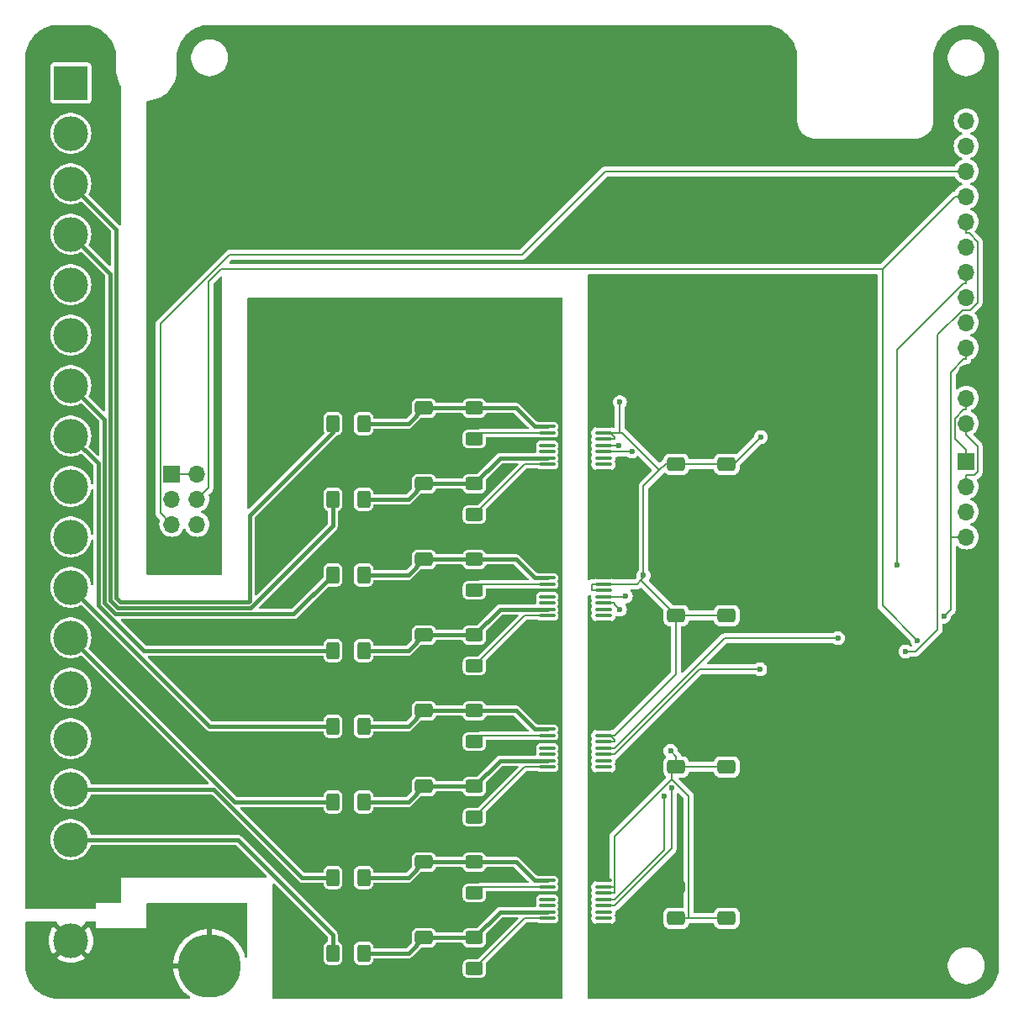
<source format=gbr>
%TF.GenerationSoftware,KiCad,Pcbnew,8.0.4-8.0.4-0~ubuntu22.04.1*%
%TF.CreationDate,2024-08-07T21:26:23+03:00*%
%TF.ProjectId,PM-DI16-DC24sink,504d2d44-4931-4362-9d44-43323473696e,rev?*%
%TF.SameCoordinates,Original*%
%TF.FileFunction,Copper,L2,Bot*%
%TF.FilePolarity,Positive*%
%FSLAX46Y46*%
G04 Gerber Fmt 4.6, Leading zero omitted, Abs format (unit mm)*
G04 Created by KiCad (PCBNEW 8.0.4-8.0.4-0~ubuntu22.04.1) date 2024-08-07 21:26:23*
%MOMM*%
%LPD*%
G01*
G04 APERTURE LIST*
G04 Aperture macros list*
%AMRoundRect*
0 Rectangle with rounded corners*
0 $1 Rounding radius*
0 $2 $3 $4 $5 $6 $7 $8 $9 X,Y pos of 4 corners*
0 Add a 4 corners polygon primitive as box body*
4,1,4,$2,$3,$4,$5,$6,$7,$8,$9,$2,$3,0*
0 Add four circle primitives for the rounded corners*
1,1,$1+$1,$2,$3*
1,1,$1+$1,$4,$5*
1,1,$1+$1,$6,$7*
1,1,$1+$1,$8,$9*
0 Add four rect primitives between the rounded corners*
20,1,$1+$1,$2,$3,$4,$5,0*
20,1,$1+$1,$4,$5,$6,$7,0*
20,1,$1+$1,$6,$7,$8,$9,0*
20,1,$1+$1,$8,$9,$2,$3,0*%
G04 Aperture macros list end*
%TA.AperFunction,ComponentPad*%
%ADD10R,1.700000X1.700000*%
%TD*%
%TA.AperFunction,ComponentPad*%
%ADD11O,1.700000X1.700000*%
%TD*%
%TA.AperFunction,ComponentPad*%
%ADD12O,6.350000X6.350000*%
%TD*%
%TA.AperFunction,ComponentPad*%
%ADD13R,3.500000X3.500000*%
%TD*%
%TA.AperFunction,ComponentPad*%
%ADD14C,3.500000*%
%TD*%
%TA.AperFunction,SMDPad,CuDef*%
%ADD15RoundRect,0.250000X0.650000X-0.412500X0.650000X0.412500X-0.650000X0.412500X-0.650000X-0.412500X0*%
%TD*%
%TA.AperFunction,SMDPad,CuDef*%
%ADD16O,1.649999X0.399999*%
%TD*%
%TA.AperFunction,SMDPad,CuDef*%
%ADD17RoundRect,0.250000X-0.650000X0.412500X-0.650000X-0.412500X0.650000X-0.412500X0.650000X0.412500X0*%
%TD*%
%TA.AperFunction,SMDPad,CuDef*%
%ADD18RoundRect,0.250000X-0.625000X0.400000X-0.625000X-0.400000X0.625000X-0.400000X0.625000X0.400000X0*%
%TD*%
%TA.AperFunction,SMDPad,CuDef*%
%ADD19RoundRect,0.250000X-0.400000X-0.625000X0.400000X-0.625000X0.400000X0.625000X-0.400000X0.625000X0*%
%TD*%
%TA.AperFunction,ViaPad*%
%ADD20C,0.600000*%
%TD*%
%TA.AperFunction,Conductor*%
%ADD21C,0.400000*%
%TD*%
%TA.AperFunction,Conductor*%
%ADD22C,0.200000*%
%TD*%
G04 APERTURE END LIST*
D10*
%TO.P,J1,1,Pin_1*%
%TO.N,/SDA*%
X120650000Y-95250000D03*
D11*
%TO.P,J1,2,Pin_2*%
%TO.N,/SCL*%
X120650000Y-97790000D03*
%TO.P,J1,3,Pin_3*%
%TO.N,+5V*%
X120650000Y-100330000D03*
%TO.P,J1,4,Pin_4*%
%TO.N,+3.3V*%
X120650000Y-102870000D03*
%TO.P,J1,5,Pin_5*%
%TO.N,GND*%
X120650000Y-105410000D03*
%TD*%
D12*
%TO.P,PE1,1*%
%TO.N,PE*%
X44450000Y-146050000D03*
%TD*%
D10*
%TO.P,J6,1,1*%
%TO.N,+3.3V*%
X40640000Y-96520000D03*
D11*
%TO.P,J6,2,2*%
X43180000Y-96520000D03*
%TO.P,J6,3,3*%
%TO.N,/MOSI*%
X40640000Y-99060000D03*
%TO.P,J6,4,4*%
%TO.N,/SCK*%
X43180000Y-99060000D03*
%TO.P,J6,5,5*%
%TO.N,/MISO*%
X40640000Y-101600000D03*
%TO.P,J6,6,6*%
%TO.N,/CS2*%
X43180000Y-101600000D03*
%TO.P,J6,7,7*%
%TO.N,GND*%
X40640000Y-104140000D03*
%TO.P,J6,8,8*%
X43180000Y-104140000D03*
%TD*%
D13*
%TO.P,J2,1,Pin_1*%
%TO.N,/IN01*%
X30480000Y-57150000D03*
D14*
%TO.P,J2,2,Pin_2*%
%TO.N,/IN02*%
X30480000Y-62230000D03*
%TO.P,J2,3,Pin_3*%
%TO.N,/IN03*%
X30480000Y-67310000D03*
%TO.P,J2,4,Pin_4*%
%TO.N,/IN04*%
X30480000Y-72390000D03*
%TO.P,J2,5,Pin_5*%
%TO.N,/IN05*%
X30480000Y-77470000D03*
%TO.P,J2,6,Pin_6*%
%TO.N,/IN06*%
X30480000Y-82550000D03*
%TO.P,J2,7,Pin_7*%
%TO.N,/IN07*%
X30480000Y-87630000D03*
%TO.P,J2,8,Pin_8*%
%TO.N,/IN08*%
X30480000Y-92710000D03*
%TO.P,J2,9,Pin_9*%
%TO.N,/IN09*%
X30480000Y-97790000D03*
%TO.P,J2,10,Pin_10*%
%TO.N,/IN10*%
X30480000Y-102870000D03*
%TO.P,J2,11,Pin_11*%
%TO.N,/IN11*%
X30480000Y-107950000D03*
%TO.P,J2,12,Pin_12*%
%TO.N,/IN12*%
X30480000Y-113030000D03*
%TO.P,J2,13,Pin_13*%
%TO.N,/IN13*%
X30480000Y-118110000D03*
%TO.P,J2,14,Pin_14*%
%TO.N,/IN14*%
X30480000Y-123190000D03*
%TO.P,J2,15,Pin_15*%
%TO.N,/IN15*%
X30480000Y-128270000D03*
%TO.P,J2,16,Pin_16*%
%TO.N,/IN16*%
X30480000Y-133350000D03*
%TO.P,J2,17,Pin_17*%
%TO.N,FGND*%
X30480000Y-138430000D03*
%TO.P,J2,18,Pin_18*%
%TO.N,PE*%
X30480000Y-143510000D03*
%TD*%
D15*
%TO.P,C22,1*%
%TO.N,+5V*%
X96520000Y-110782500D03*
%TO.P,C22,2*%
%TO.N,GND*%
X96520000Y-107657500D03*
%TD*%
D16*
%TO.P,U6,1,GND1*%
%TO.N,GND*%
X84105001Y-91757500D03*
%TO.P,U6,2,VCC1*%
%TO.N,+5V*%
X84105001Y-92392500D03*
%TO.P,U6,3,EN*%
X84105001Y-93027500D03*
%TO.P,U6,4,OUT1*%
%TO.N,/OUT03*%
X84105001Y-93662500D03*
%TO.P,U6,5,OUT2*%
%TO.N,/OUT04*%
X84105001Y-94297500D03*
%TO.P,U6,6,NC*%
%TO.N,unconnected-(U6-NC-Pad6)*%
X84105001Y-94932500D03*
%TO.P,U6,7,NC*%
%TO.N,unconnected-(U6-NC-Pad7)*%
X84105001Y-95567500D03*
%TO.P,U6,8,GND1*%
%TO.N,GND*%
X84105001Y-96202500D03*
%TO.P,U6,9,FGND2*%
%TO.N,FGND*%
X78455002Y-96202500D03*
%TO.P,U6,10,IN2*%
%TO.N,Net-(U6-IN2)*%
X78455002Y-95567500D03*
%TO.P,U6,11,SENSE2*%
%TO.N,Net-(U6-SENSE2)*%
X78455002Y-94932500D03*
%TO.P,U6,12,SUB2*%
%TO.N,unconnected-(U6-SUB2-Pad12)*%
X78455002Y-94297500D03*
%TO.P,U6,13,SUB1*%
%TO.N,unconnected-(U6-SUB1-Pad13)*%
X78455002Y-93662500D03*
%TO.P,U6,14,FGND1*%
%TO.N,FGND*%
X78455002Y-93027500D03*
%TO.P,U6,15,IN1*%
%TO.N,Net-(U6-IN1)*%
X78455002Y-92392500D03*
%TO.P,U6,16,SENSE1*%
%TO.N,Net-(U6-SENSE1)*%
X78455002Y-91757500D03*
%TD*%
D17*
%TO.P,C28,1*%
%TO.N,Net-(U8-SENSE1)*%
X66040000Y-120357500D03*
%TO.P,C28,2*%
%TO.N,FGND*%
X66040000Y-123482500D03*
%TD*%
%TO.P,C31,1*%
%TO.N,Net-(U9-SENSE2)*%
X66040000Y-143217500D03*
%TO.P,C31,2*%
%TO.N,FGND*%
X66040000Y-146342500D03*
%TD*%
D18*
%TO.P,R25,1*%
%TO.N,Net-(U8-SENSE1)*%
X71120000Y-120370000D03*
%TO.P,R25,2*%
%TO.N,Net-(U8-IN1)*%
X71120000Y-123470000D03*
%TD*%
%TO.P,R17,1*%
%TO.N,Net-(U6-SENSE1)*%
X71120000Y-89890000D03*
%TO.P,R17,2*%
%TO.N,Net-(U6-IN1)*%
X71120000Y-92990000D03*
%TD*%
D16*
%TO.P,U8,1,GND1*%
%TO.N,GND*%
X84105001Y-122237500D03*
%TO.P,U8,2,VCC1*%
%TO.N,+5V*%
X84105001Y-122872500D03*
%TO.P,U8,3,EN*%
X84105001Y-123507500D03*
%TO.P,U8,4,OUT1*%
%TO.N,/OUT11*%
X84105001Y-124142500D03*
%TO.P,U8,5,OUT2*%
%TO.N,/OUT12*%
X84105001Y-124777500D03*
%TO.P,U8,6,NC*%
%TO.N,unconnected-(U8-NC-Pad6)*%
X84105001Y-125412500D03*
%TO.P,U8,7,NC*%
%TO.N,unconnected-(U8-NC-Pad7)*%
X84105001Y-126047500D03*
%TO.P,U8,8,GND1*%
%TO.N,GND*%
X84105001Y-126682500D03*
%TO.P,U8,9,FGND2*%
%TO.N,FGND*%
X78455002Y-126682500D03*
%TO.P,U8,10,IN2*%
%TO.N,Net-(U8-IN2)*%
X78455002Y-126047500D03*
%TO.P,U8,11,SENSE2*%
%TO.N,Net-(U8-SENSE2)*%
X78455002Y-125412500D03*
%TO.P,U8,12,SUB2*%
%TO.N,unconnected-(U8-SUB2-Pad12)*%
X78455002Y-124777500D03*
%TO.P,U8,13,SUB1*%
%TO.N,unconnected-(U8-SUB1-Pad13)*%
X78455002Y-124142500D03*
%TO.P,U8,14,FGND1*%
%TO.N,FGND*%
X78455002Y-123507500D03*
%TO.P,U8,15,IN1*%
%TO.N,Net-(U8-IN1)*%
X78455002Y-122872500D03*
%TO.P,U8,16,SENSE1*%
%TO.N,Net-(U8-SENSE1)*%
X78455002Y-122237500D03*
%TD*%
D18*
%TO.P,R22,1*%
%TO.N,Net-(U7-SENSE2)*%
X71120000Y-112750000D03*
%TO.P,R22,2*%
%TO.N,Net-(U7-IN2)*%
X71120000Y-115850000D03*
%TD*%
D19*
%TO.P,R24,1*%
%TO.N,/IN08*%
X56870000Y-114300000D03*
%TO.P,R24,2*%
%TO.N,Net-(U7-SENSE2)*%
X59970000Y-114300000D03*
%TD*%
D17*
%TO.P,C23,1*%
%TO.N,Net-(U7-SENSE2)*%
X66040000Y-112737500D03*
%TO.P,C23,2*%
%TO.N,FGND*%
X66040000Y-115862500D03*
%TD*%
D19*
%TO.P,R19,1*%
%TO.N,/IN03*%
X56870000Y-91440000D03*
%TO.P,R19,2*%
%TO.N,Net-(U6-SENSE1)*%
X59970000Y-91440000D03*
%TD*%
D18*
%TO.P,R29,1*%
%TO.N,Net-(U9-SENSE1)*%
X71120000Y-135610000D03*
%TO.P,R29,2*%
%TO.N,Net-(U9-IN1)*%
X71120000Y-138710000D03*
%TD*%
D16*
%TO.P,U9,1,GND1*%
%TO.N,GND*%
X84105001Y-137477500D03*
%TO.P,U9,2,VCC1*%
%TO.N,+5V*%
X84105001Y-138112500D03*
%TO.P,U9,3,EN*%
X84105001Y-138747500D03*
%TO.P,U9,4,OUT1*%
%TO.N,/OUT15*%
X84105001Y-139382500D03*
%TO.P,U9,5,OUT2*%
%TO.N,/OUT16*%
X84105001Y-140017500D03*
%TO.P,U9,6,NC*%
%TO.N,unconnected-(U9-NC-Pad6)*%
X84105001Y-140652500D03*
%TO.P,U9,7,NC*%
%TO.N,unconnected-(U9-NC-Pad7)*%
X84105001Y-141287500D03*
%TO.P,U9,8,GND1*%
%TO.N,GND*%
X84105001Y-141922500D03*
%TO.P,U9,9,FGND2*%
%TO.N,FGND*%
X78455002Y-141922500D03*
%TO.P,U9,10,IN2*%
%TO.N,Net-(U9-IN2)*%
X78455002Y-141287500D03*
%TO.P,U9,11,SENSE2*%
%TO.N,Net-(U9-SENSE2)*%
X78455002Y-140652500D03*
%TO.P,U9,12,SUB2*%
%TO.N,unconnected-(U9-SUB2-Pad12)*%
X78455002Y-140017500D03*
%TO.P,U9,13,SUB1*%
%TO.N,unconnected-(U9-SUB1-Pad13)*%
X78455002Y-139382500D03*
%TO.P,U9,14,FGND1*%
%TO.N,FGND*%
X78455002Y-138747500D03*
%TO.P,U9,15,IN1*%
%TO.N,Net-(U9-IN1)*%
X78455002Y-138112500D03*
%TO.P,U9,16,SENSE1*%
%TO.N,Net-(U9-SENSE1)*%
X78455002Y-137477500D03*
%TD*%
D18*
%TO.P,R30,1*%
%TO.N,Net-(U9-SENSE2)*%
X71120000Y-143230000D03*
%TO.P,R30,2*%
%TO.N,Net-(U9-IN2)*%
X71120000Y-146330000D03*
%TD*%
D19*
%TO.P,R28,1*%
%TO.N,/IN12*%
X56870000Y-129540000D03*
%TO.P,R28,2*%
%TO.N,Net-(U8-SENSE2)*%
X59970000Y-129540000D03*
%TD*%
D15*
%TO.P,C17,1*%
%TO.N,+5V*%
X91440000Y-95542500D03*
%TO.P,C17,2*%
%TO.N,GND*%
X91440000Y-92417500D03*
%TD*%
%TO.P,C29,1*%
%TO.N,+5V*%
X91440000Y-141262500D03*
%TO.P,C29,2*%
%TO.N,GND*%
X91440000Y-138137500D03*
%TD*%
D18*
%TO.P,R18,1*%
%TO.N,Net-(U6-SENSE2)*%
X71120000Y-97510000D03*
%TO.P,R18,2*%
%TO.N,Net-(U6-IN2)*%
X71120000Y-100610000D03*
%TD*%
D15*
%TO.P,C18,1*%
%TO.N,+5V*%
X96520000Y-95542500D03*
%TO.P,C18,2*%
%TO.N,GND*%
X96520000Y-92417500D03*
%TD*%
D19*
%TO.P,R27,1*%
%TO.N,/IN11*%
X56870000Y-121920000D03*
%TO.P,R27,2*%
%TO.N,Net-(U8-SENSE1)*%
X59970000Y-121920000D03*
%TD*%
D11*
%TO.P,PM1,1,NC*%
%TO.N,unconnected-(PM1-NC-Pad1)*%
X120650000Y-60960000D03*
%TO.P,PM1,2,GPIO2*%
%TO.N,/MOSI*%
X120650000Y-63500000D03*
%TO.P,PM1,3,GPIO3*%
%TO.N,/MISO*%
X120650000Y-66040000D03*
%TO.P,PM1,4,GPIO9*%
%TO.N,/SCK*%
X120650000Y-68580000D03*
%TO.P,PM1,5,GPIO8*%
%TO.N,/CS1*%
X120650000Y-71120000D03*
%TO.P,PM1,6,GPIO7*%
%TO.N,/CS2*%
X120650000Y-73660000D03*
%TO.P,PM1,7,GPIO6*%
%TO.N,/INT*%
X120650000Y-76200000D03*
%TO.P,PM1,8,GPIO5*%
%TO.N,unconnected-(PM1-GPIO5-Pad8)*%
X120650000Y-78740000D03*
%TO.P,PM1,9,GPIO4*%
%TO.N,unconnected-(PM1-GPIO4-Pad9)*%
X120650000Y-81280000D03*
%TO.P,PM1,10,+3.3V*%
%TO.N,+3.3V*%
X120650000Y-83820000D03*
%TO.P,PM1,11,GND*%
%TO.N,GND*%
X120650000Y-86360000D03*
%TO.P,PM1,12,SDA*%
%TO.N,/SDA*%
X120650000Y-88900000D03*
%TO.P,PM1,13,SCL*%
%TO.N,/SCL*%
X120650000Y-91440000D03*
%TO.P,PM1,14,GND*%
%TO.N,GND*%
X93980000Y-53340000D03*
%TD*%
D17*
%TO.P,C24,1*%
%TO.N,Net-(U7-SENSE1)*%
X66040000Y-105117500D03*
%TO.P,C24,2*%
%TO.N,FGND*%
X66040000Y-108242500D03*
%TD*%
%TO.P,C32,1*%
%TO.N,Net-(U9-SENSE1)*%
X66040000Y-135597500D03*
%TO.P,C32,2*%
%TO.N,FGND*%
X66040000Y-138722500D03*
%TD*%
D16*
%TO.P,U7,1,GND1*%
%TO.N,GND*%
X84105001Y-106997500D03*
%TO.P,U7,2,VCC1*%
%TO.N,+5V*%
X84105001Y-107632500D03*
%TO.P,U7,3,EN*%
X84105001Y-108267500D03*
%TO.P,U7,4,OUT1*%
%TO.N,/OUT07*%
X84105001Y-108902500D03*
%TO.P,U7,5,OUT2*%
%TO.N,/OUT08*%
X84105001Y-109537500D03*
%TO.P,U7,6,NC*%
%TO.N,unconnected-(U7-NC-Pad6)*%
X84105001Y-110172500D03*
%TO.P,U7,7,NC*%
%TO.N,unconnected-(U7-NC-Pad7)*%
X84105001Y-110807500D03*
%TO.P,U7,8,GND1*%
%TO.N,GND*%
X84105001Y-111442500D03*
%TO.P,U7,9,FGND2*%
%TO.N,FGND*%
X78455002Y-111442500D03*
%TO.P,U7,10,IN2*%
%TO.N,Net-(U7-IN2)*%
X78455002Y-110807500D03*
%TO.P,U7,11,SENSE2*%
%TO.N,Net-(U7-SENSE2)*%
X78455002Y-110172500D03*
%TO.P,U7,12,SUB2*%
%TO.N,unconnected-(U7-SUB2-Pad12)*%
X78455002Y-109537500D03*
%TO.P,U7,13,SUB1*%
%TO.N,unconnected-(U7-SUB1-Pad13)*%
X78455002Y-108902500D03*
%TO.P,U7,14,FGND1*%
%TO.N,FGND*%
X78455002Y-108267500D03*
%TO.P,U7,15,IN1*%
%TO.N,Net-(U7-IN1)*%
X78455002Y-107632500D03*
%TO.P,U7,16,SENSE1*%
%TO.N,Net-(U7-SENSE1)*%
X78455002Y-106997500D03*
%TD*%
D15*
%TO.P,C25,1*%
%TO.N,+5V*%
X91440000Y-126022500D03*
%TO.P,C25,2*%
%TO.N,GND*%
X91440000Y-122897500D03*
%TD*%
D19*
%TO.P,R31,1*%
%TO.N,/IN15*%
X56870000Y-137160000D03*
%TO.P,R31,2*%
%TO.N,Net-(U9-SENSE1)*%
X59970000Y-137160000D03*
%TD*%
D17*
%TO.P,C27,1*%
%TO.N,Net-(U8-SENSE2)*%
X66040000Y-127977500D03*
%TO.P,C27,2*%
%TO.N,FGND*%
X66040000Y-131102500D03*
%TD*%
D19*
%TO.P,R20,1*%
%TO.N,/IN04*%
X56870000Y-99060000D03*
%TO.P,R20,2*%
%TO.N,Net-(U6-SENSE2)*%
X59970000Y-99060000D03*
%TD*%
D15*
%TO.P,C26,1*%
%TO.N,+5V*%
X96520000Y-126022500D03*
%TO.P,C26,2*%
%TO.N,GND*%
X96520000Y-122897500D03*
%TD*%
%TO.P,C21,1*%
%TO.N,+5V*%
X91440000Y-110782500D03*
%TO.P,C21,2*%
%TO.N,GND*%
X91440000Y-107657500D03*
%TD*%
D18*
%TO.P,R26,1*%
%TO.N,Net-(U8-SENSE2)*%
X71120000Y-127990000D03*
%TO.P,R26,2*%
%TO.N,Net-(U8-IN2)*%
X71120000Y-131090000D03*
%TD*%
%TO.P,R21,1*%
%TO.N,Net-(U7-SENSE1)*%
X71120000Y-105130000D03*
%TO.P,R21,2*%
%TO.N,Net-(U7-IN1)*%
X71120000Y-108230000D03*
%TD*%
D19*
%TO.P,R23,1*%
%TO.N,/IN07*%
X56870000Y-106680000D03*
%TO.P,R23,2*%
%TO.N,Net-(U7-SENSE1)*%
X59970000Y-106680000D03*
%TD*%
D15*
%TO.P,C30,1*%
%TO.N,+5V*%
X96520000Y-141262500D03*
%TO.P,C30,2*%
%TO.N,GND*%
X96520000Y-138137500D03*
%TD*%
D19*
%TO.P,R32,1*%
%TO.N,/IN16*%
X56870000Y-144780000D03*
%TO.P,R32,2*%
%TO.N,Net-(U9-SENSE2)*%
X59970000Y-144780000D03*
%TD*%
D17*
%TO.P,C19,1*%
%TO.N,Net-(U6-SENSE2)*%
X66040000Y-97497500D03*
%TO.P,C19,2*%
%TO.N,FGND*%
X66040000Y-100622500D03*
%TD*%
%TO.P,C20,1*%
%TO.N,Net-(U6-SENSE1)*%
X66040000Y-89877500D03*
%TO.P,C20,2*%
%TO.N,FGND*%
X66040000Y-93002500D03*
%TD*%
D20*
%TO.N,GND*%
X101600000Y-119380000D03*
X83820000Y-90170000D03*
X83820000Y-105410000D03*
X83820000Y-135890000D03*
X83820000Y-97790000D03*
X110490000Y-110490000D03*
X113030000Y-113030000D03*
X110490000Y-113030000D03*
X101600000Y-106680000D03*
X104140000Y-96520000D03*
X96520000Y-68580000D03*
X83820000Y-128270000D03*
X104140000Y-114300000D03*
X83820000Y-120650000D03*
X83820000Y-113030000D03*
X101600000Y-114300000D03*
X71120000Y-68580000D03*
X96520000Y-74930000D03*
%TO.N,+5V*%
X90869400Y-124402400D03*
X85769800Y-89300600D03*
X99965000Y-92812000D03*
X88152200Y-106746500D03*
%TO.N,/OUT16*%
X90987200Y-128104700D03*
%TO.N,/OUT07*%
X86363400Y-108840800D03*
%TO.N,/OUT04*%
X86990800Y-94246300D03*
%TO.N,/OUT15*%
X90252000Y-129007200D03*
%TO.N,/OUT03*%
X85662800Y-93662500D03*
%TO.N,/OUT12*%
X99895800Y-116190700D03*
%TO.N,/OUT11*%
X107727900Y-113060000D03*
%TO.N,/OUT08*%
X85769800Y-110164700D03*
%TO.N,/SCK*%
X115743800Y-113296600D03*
%TO.N,/INT*%
X113689300Y-105727500D03*
%TO.N,+3.3V*%
X118395500Y-110881500D03*
%TO.N,/CS1*%
X114526800Y-114393100D03*
%TD*%
D21*
%TO.N,/IN03*%
X48460000Y-109302844D02*
X48342844Y-109420000D01*
X56870000Y-91440000D02*
X56870000Y-92315000D01*
X48342844Y-109420000D02*
X35477156Y-109420000D01*
X48460000Y-100725000D02*
X48460000Y-109302844D01*
X56870000Y-92315000D02*
X48460000Y-100725000D01*
X35477156Y-109420000D02*
X35052000Y-108994844D01*
X35052000Y-71882000D02*
X30480000Y-67310000D01*
X35052000Y-108994844D02*
X35052000Y-71882000D01*
%TO.N,/IN07*%
X52930000Y-110620000D02*
X34980100Y-110620000D01*
X56870000Y-106680000D02*
X52930000Y-110620000D01*
X33852000Y-91002000D02*
X30480000Y-87630000D01*
X33852000Y-109491900D02*
X33852000Y-91002000D01*
X34980100Y-110620000D02*
X33852000Y-109491900D01*
%TO.N,/IN08*%
X37811572Y-114300000D02*
X33252000Y-109740428D01*
X56870000Y-114300000D02*
X37811572Y-114300000D01*
X33252000Y-109740428D02*
X33252000Y-95482000D01*
X33252000Y-95482000D02*
X30480000Y-92710000D01*
%TO.N,/IN16*%
X56870000Y-144780000D02*
X56870000Y-142947156D01*
X56870000Y-142947156D02*
X47272844Y-133350000D01*
X47272844Y-133350000D02*
X30480000Y-133350000D01*
%TO.N,/IN15*%
X44871472Y-128270000D02*
X30480000Y-128270000D01*
X53761472Y-137160000D02*
X44871472Y-128270000D01*
X56870000Y-137160000D02*
X53761472Y-137160000D01*
%TO.N,/IN12*%
X56870000Y-129540000D02*
X46990000Y-129540000D01*
X46990000Y-129540000D02*
X30480000Y-113030000D01*
%TO.N,/IN04*%
X56870000Y-101741372D02*
X48591372Y-110020000D01*
X35228628Y-110020000D02*
X34452000Y-109243372D01*
X34452000Y-109243372D02*
X34452000Y-76362000D01*
X56870000Y-99060000D02*
X56870000Y-101741372D01*
X34452000Y-76362000D02*
X30480000Y-72390000D01*
X48591372Y-110020000D02*
X35228628Y-110020000D01*
%TO.N,/IN11*%
X44450000Y-121920000D02*
X30480000Y-107950000D01*
X56870000Y-121920000D02*
X44450000Y-121920000D01*
D22*
%TO.N,+5V*%
X91440000Y-124973000D02*
X91440000Y-126022500D01*
X85231700Y-138112500D02*
X85231700Y-138747500D01*
X84105000Y-107632500D02*
X82978300Y-107632500D01*
X84668400Y-122872500D02*
X85231700Y-122872500D01*
X84105000Y-122872500D02*
X84668400Y-122872500D01*
X90869400Y-124402400D02*
X91440000Y-124973000D01*
X90984700Y-126477800D02*
X90984700Y-127248600D01*
X91440000Y-126022500D02*
X90984700Y-126477800D01*
X84105000Y-93027500D02*
X85231700Y-93027500D01*
X91440000Y-126022500D02*
X96520000Y-126022500D01*
X90984800Y-127248600D02*
X92710000Y-128973900D01*
X87895000Y-107237400D02*
X87499900Y-107632500D01*
X87895000Y-107237400D02*
X91440000Y-110782500D01*
X88152200Y-97748200D02*
X89756800Y-96143600D01*
X88152200Y-106980200D02*
X87895000Y-107237400D01*
X89756800Y-96143600D02*
X86005700Y-92392500D01*
X91440000Y-110782500D02*
X91440000Y-116664200D01*
X84105000Y-123507500D02*
X85231700Y-123507500D01*
X85231700Y-92819700D02*
X85231700Y-93027500D01*
X96520000Y-141262500D02*
X92710000Y-141262500D01*
X82978300Y-108267500D02*
X82978300Y-107632500D01*
X85231700Y-123299700D02*
X85231700Y-123507500D01*
X84105000Y-138747500D02*
X85231700Y-138747500D01*
X84740000Y-92392500D02*
X84804500Y-92392500D01*
X88152200Y-106746500D02*
X88152200Y-106980200D01*
X84105000Y-108267500D02*
X82978300Y-108267500D01*
X97234500Y-95542500D02*
X96520000Y-95542500D01*
X92710000Y-128973900D02*
X92710000Y-141262500D01*
X87499900Y-107632500D02*
X84105000Y-107632500D01*
X88152200Y-106746500D02*
X88152200Y-97748200D01*
X84804500Y-92392500D02*
X85231700Y-92819700D01*
X84740000Y-92392500D02*
X84105000Y-92392500D01*
X84668400Y-138112500D02*
X85231700Y-138112500D01*
X84668400Y-122872500D02*
X84804500Y-122872500D01*
X85769800Y-92392500D02*
X85769800Y-89300600D01*
X96520000Y-110782500D02*
X91440000Y-110782500D01*
X86005700Y-92392500D02*
X85769800Y-92392500D01*
X96520000Y-95542500D02*
X91440000Y-95542500D01*
X91440000Y-116664200D02*
X85231700Y-122872500D01*
X85769800Y-92392500D02*
X84740000Y-92392500D01*
X85231700Y-133001700D02*
X85231700Y-138112500D01*
X99965000Y-92812000D02*
X97234500Y-95542500D01*
X90357900Y-95542500D02*
X91440000Y-95542500D01*
X84105000Y-138112500D02*
X84668400Y-138112500D01*
X89756800Y-96143600D02*
X90357900Y-95542500D01*
X90984800Y-127248600D02*
X85231700Y-133001700D01*
X84804500Y-122872500D02*
X85231700Y-123299700D01*
X90984700Y-127248600D02*
X90984800Y-127248600D01*
X92710000Y-141262500D02*
X91440000Y-141262500D01*
%TO.N,/SCL*%
X121801700Y-93743400D02*
X121801700Y-96301100D01*
X121801700Y-96301100D02*
X121464500Y-96638300D01*
X120650000Y-97790000D02*
X120650000Y-96638300D01*
X120650000Y-92591700D02*
X121801700Y-93743400D01*
X121464500Y-96638300D02*
X120650000Y-96638300D01*
X120650000Y-91440000D02*
X120650000Y-92591700D01*
%TO.N,/SDA*%
X120650000Y-94098300D02*
X119498300Y-92946600D01*
X119498300Y-92946600D02*
X119498300Y-90915500D01*
X120650000Y-88900000D02*
X120650000Y-90051700D01*
X119498300Y-90915500D02*
X120362100Y-90051700D01*
X120362100Y-90051700D02*
X120650000Y-90051700D01*
X120650000Y-95250000D02*
X120650000Y-94098300D01*
%TO.N,/OUT16*%
X90987200Y-134262000D02*
X90987200Y-128104700D01*
X85231700Y-140017500D02*
X90987200Y-134262000D01*
X84105000Y-140017500D02*
X85231700Y-140017500D01*
%TO.N,/OUT07*%
X84105000Y-108902500D02*
X86301700Y-108902500D01*
X86301700Y-108902500D02*
X86363400Y-108840800D01*
%TO.N,/OUT04*%
X84105000Y-94297500D02*
X85231700Y-94297500D01*
X86939600Y-94297500D02*
X86990800Y-94246300D01*
X85231700Y-94297500D02*
X86939600Y-94297500D01*
%TO.N,/OUT15*%
X90252000Y-134362200D02*
X85231700Y-139382500D01*
X90252000Y-129007200D02*
X90252000Y-134362200D01*
X84105000Y-139382500D02*
X85231700Y-139382500D01*
%TO.N,/OUT03*%
X85662800Y-93662500D02*
X84105000Y-93662500D01*
%TO.N,/OUT12*%
X93818500Y-116190700D02*
X99895800Y-116190700D01*
X85231700Y-124777500D02*
X93818500Y-116190700D01*
X84105000Y-124777500D02*
X85231700Y-124777500D01*
%TO.N,/OUT11*%
X96314200Y-113060000D02*
X107727900Y-113060000D01*
X85231700Y-124142500D02*
X96314200Y-113060000D01*
X84105000Y-124142500D02*
X85231700Y-124142500D01*
%TO.N,/OUT08*%
X84105000Y-109537500D02*
X85231700Y-109537500D01*
X85231700Y-109537500D02*
X85231700Y-109626600D01*
X85231700Y-109626600D02*
X85769800Y-110164700D01*
%TO.N,/MISO*%
X46481200Y-74422000D02*
X39483200Y-81420000D01*
X84328000Y-66040000D02*
X75946000Y-74422000D01*
X39483200Y-100443200D02*
X40640000Y-101600000D01*
X39483200Y-81420000D02*
X39483200Y-100443200D01*
X120650000Y-66040000D02*
X84328000Y-66040000D01*
X75946000Y-74422000D02*
X46481200Y-74422000D01*
%TO.N,/SCK*%
X45604000Y-75867200D02*
X112211100Y-75867200D01*
X112211100Y-109763900D02*
X115743800Y-113296600D01*
X112211100Y-75867200D02*
X112211100Y-109763900D01*
X112211100Y-75867200D02*
X119498300Y-68580000D01*
X43180000Y-99060000D02*
X44331700Y-97908300D01*
X44331700Y-97908300D02*
X44331700Y-77139500D01*
X44331700Y-77139500D02*
X45604000Y-75867200D01*
X120650000Y-68580000D02*
X119498300Y-68580000D01*
%TO.N,Net-(U6-IN1)*%
X71120000Y-92990000D02*
X71717500Y-92392500D01*
X71717500Y-92392500D02*
X78455000Y-92392500D01*
%TO.N,Net-(U6-IN2)*%
X76162500Y-95567500D02*
X78455000Y-95567500D01*
X71120000Y-100610000D02*
X76162500Y-95567500D01*
D21*
%TO.N,Net-(U6-SENSE1)*%
X71120000Y-89890000D02*
X75360800Y-89890000D01*
X66040000Y-89877500D02*
X66052500Y-89890000D01*
X59970000Y-91440000D02*
X64477500Y-91440000D01*
X66052500Y-89890000D02*
X71120000Y-89890000D01*
X78455000Y-91757500D02*
X77228300Y-91757500D01*
X75360800Y-89890000D02*
X77228300Y-91757500D01*
X64477500Y-91440000D02*
X66040000Y-89877500D01*
%TO.N,Net-(U6-SENSE2)*%
X73697500Y-94932500D02*
X78455000Y-94932500D01*
X64477500Y-99060000D02*
X66040000Y-97497500D01*
X66052500Y-97510000D02*
X71120000Y-97510000D01*
X71120000Y-97510000D02*
X73697500Y-94932500D01*
X66040000Y-97497500D02*
X66052500Y-97510000D01*
X59970000Y-99060000D02*
X64477500Y-99060000D01*
%TO.N,Net-(U7-SENSE2)*%
X64477500Y-114300000D02*
X66040000Y-112737500D01*
X71120000Y-112750000D02*
X73697500Y-110172500D01*
X66052500Y-112750000D02*
X71120000Y-112750000D01*
X73697500Y-110172500D02*
X78455000Y-110172500D01*
X59970000Y-114300000D02*
X64477500Y-114300000D01*
X66040000Y-112737500D02*
X66052500Y-112750000D01*
%TO.N,Net-(U7-SENSE1)*%
X75360800Y-105130000D02*
X77228300Y-106997500D01*
X71120000Y-105130000D02*
X75360800Y-105130000D01*
X64477500Y-106680000D02*
X66040000Y-105117500D01*
X59970000Y-106680000D02*
X64477500Y-106680000D01*
X66052500Y-105130000D02*
X71120000Y-105130000D01*
X78455000Y-106997500D02*
X77228300Y-106997500D01*
X66040000Y-105117500D02*
X66052500Y-105130000D01*
%TO.N,Net-(U8-SENSE2)*%
X73697500Y-125412500D02*
X78455000Y-125412500D01*
X71120000Y-127990000D02*
X73697500Y-125412500D01*
X59970000Y-129540000D02*
X64477500Y-129540000D01*
X66052500Y-127990000D02*
X71120000Y-127990000D01*
X66040000Y-127977500D02*
X66052500Y-127990000D01*
X64477500Y-129540000D02*
X66040000Y-127977500D01*
%TO.N,Net-(U8-SENSE1)*%
X64477500Y-121920000D02*
X66040000Y-120357500D01*
X78455000Y-122237500D02*
X77228300Y-122237500D01*
X75360800Y-120370000D02*
X77228300Y-122237500D01*
X71120000Y-120370000D02*
X75360800Y-120370000D01*
X59970000Y-121920000D02*
X64477500Y-121920000D01*
X66052500Y-120370000D02*
X71120000Y-120370000D01*
X66040000Y-120357500D02*
X66052500Y-120370000D01*
%TO.N,Net-(U9-SENSE2)*%
X59970000Y-144780000D02*
X64490000Y-144780000D01*
X71120000Y-143230000D02*
X73697500Y-140652500D01*
X66040000Y-143230000D02*
X71120000Y-143230000D01*
X66040000Y-143230000D02*
X66040000Y-143217500D01*
X64490000Y-144780000D02*
X66040000Y-143230000D01*
X73697500Y-140652500D02*
X78455000Y-140652500D01*
%TO.N,Net-(U9-SENSE1)*%
X71120000Y-135610000D02*
X75360800Y-135610000D01*
X66052500Y-135610000D02*
X71120000Y-135610000D01*
X66040000Y-135597500D02*
X66052500Y-135610000D01*
X64477500Y-137160000D02*
X66040000Y-135597500D01*
X59970000Y-137160000D02*
X64477500Y-137160000D01*
X75360800Y-135610000D02*
X77228300Y-137477500D01*
X78455000Y-137477500D02*
X77228300Y-137477500D01*
D22*
%TO.N,Net-(U7-IN1)*%
X71120000Y-108230000D02*
X71717500Y-107632500D01*
X71717500Y-107632500D02*
X78455000Y-107632500D01*
%TO.N,Net-(U7-IN2)*%
X76162500Y-110807500D02*
X78455000Y-110807500D01*
X71120000Y-115850000D02*
X76162500Y-110807500D01*
%TO.N,Net-(U8-IN1)*%
X71717500Y-122872500D02*
X78455000Y-122872500D01*
X71120000Y-123470000D02*
X71717500Y-122872500D01*
%TO.N,Net-(U8-IN2)*%
X71120000Y-131090000D02*
X76162500Y-126047500D01*
X76162500Y-126047500D02*
X78455000Y-126047500D01*
%TO.N,Net-(U9-IN1)*%
X71717500Y-138112500D02*
X78455000Y-138112500D01*
X71120000Y-138710000D02*
X71717500Y-138112500D01*
%TO.N,Net-(U9-IN2)*%
X71120000Y-146330000D02*
X76162500Y-141287500D01*
X76162500Y-141287500D02*
X78455000Y-141287500D01*
%TO.N,/INT*%
X120650000Y-76200000D02*
X120650000Y-77351700D01*
X113689300Y-84024500D02*
X113689300Y-105727500D01*
X120650000Y-77351700D02*
X120362100Y-77351700D01*
X120362100Y-77351700D02*
X113689300Y-84024500D01*
%TO.N,+3.3V*%
X43180000Y-96520000D02*
X41791700Y-96520000D01*
X119076400Y-102848100D02*
X119076400Y-86276800D01*
X119098300Y-110178700D02*
X118395500Y-110881500D01*
X119076400Y-86276800D02*
X120381500Y-84971700D01*
X119098300Y-102870000D02*
X119076400Y-102848100D01*
X119098300Y-102870000D02*
X119098300Y-110178700D01*
X120650000Y-102870000D02*
X119498300Y-102870000D01*
X120381500Y-84971700D02*
X120650000Y-84971700D01*
X120650000Y-83820000D02*
X120650000Y-84971700D01*
X40640000Y-96520000D02*
X41791700Y-96520000D01*
X119498300Y-102870000D02*
X119098300Y-102870000D01*
%TO.N,/CS1*%
X120650000Y-71120000D02*
X120650000Y-72271700D01*
X117747900Y-112167200D02*
X115522000Y-114393100D01*
X120268300Y-80010000D02*
X117747900Y-82530400D01*
X117747900Y-82530400D02*
X117747900Y-112167200D01*
X120650000Y-72271700D02*
X120937900Y-72271700D01*
X115522000Y-114393100D02*
X114526800Y-114393100D01*
X121806900Y-79239900D02*
X121036800Y-80010000D01*
X121806900Y-73140700D02*
X121806900Y-79239900D01*
X120937900Y-72271700D02*
X121806900Y-73140700D01*
X121036800Y-80010000D02*
X120268300Y-80010000D01*
%TD*%
%TA.AperFunction,Conductor*%
%TO.N,PE*%
G36*
X48203039Y-139719685D02*
G01*
X48248794Y-139772489D01*
X48260000Y-139824000D01*
X48260000Y-145128133D01*
X48240315Y-145195172D01*
X48187511Y-145240927D01*
X48118353Y-145250871D01*
X48054797Y-145221846D01*
X48017023Y-145163068D01*
X48016225Y-145160227D01*
X47949926Y-144912796D01*
X47811885Y-144553188D01*
X47637008Y-144209974D01*
X47427218Y-143886926D01*
X47184808Y-143587575D01*
X47184801Y-143587567D01*
X46912432Y-143315198D01*
X46912424Y-143315191D01*
X46613070Y-143072779D01*
X46613068Y-143072777D01*
X46290026Y-142862991D01*
X45946811Y-142688114D01*
X45587200Y-142550072D01*
X45215125Y-142450375D01*
X45215118Y-142450374D01*
X44834670Y-142390117D01*
X44700000Y-142383059D01*
X44700000Y-144469651D01*
X44575923Y-144450000D01*
X44324077Y-144450000D01*
X44200000Y-144469651D01*
X44200000Y-142383059D01*
X44199999Y-142383059D01*
X44065329Y-142390117D01*
X43684881Y-142450374D01*
X43684874Y-142450375D01*
X43312799Y-142550072D01*
X42953188Y-142688114D01*
X42609974Y-142862991D01*
X42286926Y-143072781D01*
X41987575Y-143315191D01*
X41987567Y-143315198D01*
X41715198Y-143587567D01*
X41715191Y-143587575D01*
X41472781Y-143886926D01*
X41262991Y-144209974D01*
X41088114Y-144553188D01*
X40950072Y-144912799D01*
X40850375Y-145284874D01*
X40850374Y-145284881D01*
X40790117Y-145665329D01*
X40783059Y-145799999D01*
X40783059Y-145800000D01*
X42869652Y-145800000D01*
X42850000Y-145924077D01*
X42850000Y-146175923D01*
X42869652Y-146300000D01*
X40783059Y-146300000D01*
X40790117Y-146434670D01*
X40850374Y-146815118D01*
X40850375Y-146815125D01*
X40950072Y-147187200D01*
X41088114Y-147546811D01*
X41262991Y-147890026D01*
X41472777Y-148213068D01*
X41472779Y-148213070D01*
X41715191Y-148512424D01*
X41715198Y-148512432D01*
X41987567Y-148784801D01*
X41987575Y-148784808D01*
X42286926Y-149027218D01*
X42447513Y-149131505D01*
X42493015Y-149184526D01*
X42502629Y-149253731D01*
X42473302Y-149317148D01*
X42414345Y-149354642D01*
X42379977Y-149359500D01*
X29213246Y-149359500D01*
X29206756Y-149359330D01*
X28870549Y-149341709D01*
X28857641Y-149340352D01*
X28528337Y-149288196D01*
X28515642Y-149285498D01*
X28193586Y-149199204D01*
X28181241Y-149195193D01*
X27869972Y-149075708D01*
X27858115Y-149070429D01*
X27773309Y-149027218D01*
X27561029Y-148919055D01*
X27549802Y-148912573D01*
X27270171Y-148730978D01*
X27259683Y-148723359D01*
X27000558Y-148513524D01*
X26990913Y-148504839D01*
X26755160Y-148269086D01*
X26746475Y-148259441D01*
X26536638Y-148000313D01*
X26529023Y-147989832D01*
X26347423Y-147710191D01*
X26340947Y-147698976D01*
X26189565Y-147401873D01*
X26184296Y-147390038D01*
X26064803Y-147078749D01*
X26060798Y-147066422D01*
X25974497Y-146744342D01*
X25971806Y-146731677D01*
X25919647Y-146402358D01*
X25918290Y-146389450D01*
X25900670Y-146053243D01*
X25900500Y-146046753D01*
X25900500Y-141729000D01*
X25920185Y-141661961D01*
X25972989Y-141616206D01*
X26024500Y-141605000D01*
X28950594Y-141605000D01*
X29017633Y-141624685D01*
X29063388Y-141677489D01*
X29074528Y-141733059D01*
X29073959Y-141750405D01*
X30079438Y-142755884D01*
X30077374Y-142756740D01*
X29938156Y-142849762D01*
X29819762Y-142968156D01*
X29726740Y-143107374D01*
X29725884Y-143109438D01*
X28720405Y-142103959D01*
X28720403Y-142103959D01*
X28691131Y-142137339D01*
X28691126Y-142137346D01*
X28527265Y-142382580D01*
X28527258Y-142382593D01*
X28396812Y-142647111D01*
X28302005Y-142926400D01*
X28302001Y-142926415D01*
X28244464Y-143215675D01*
X28244462Y-143215687D01*
X28225172Y-143510000D01*
X28244462Y-143804312D01*
X28244464Y-143804324D01*
X28302001Y-144093584D01*
X28302005Y-144093599D01*
X28396812Y-144372888D01*
X28527258Y-144637406D01*
X28527265Y-144637419D01*
X28691123Y-144882649D01*
X28720405Y-144916040D01*
X29725884Y-143910561D01*
X29726740Y-143912626D01*
X29819762Y-144051844D01*
X29938156Y-144170238D01*
X30077374Y-144263260D01*
X30079437Y-144264114D01*
X29073958Y-145269593D01*
X29107350Y-145298876D01*
X29352580Y-145462734D01*
X29352593Y-145462741D01*
X29617111Y-145593187D01*
X29896400Y-145687994D01*
X29896415Y-145687998D01*
X30185675Y-145745535D01*
X30185687Y-145745537D01*
X30480000Y-145764827D01*
X30774312Y-145745537D01*
X30774324Y-145745535D01*
X31063584Y-145687998D01*
X31063599Y-145687994D01*
X31342888Y-145593187D01*
X31607406Y-145462741D01*
X31607419Y-145462734D01*
X31852648Y-145298877D01*
X31886039Y-145269593D01*
X30880562Y-144264114D01*
X30882626Y-144263260D01*
X31021844Y-144170238D01*
X31140238Y-144051844D01*
X31233260Y-143912626D01*
X31234115Y-143910561D01*
X32239593Y-144916039D01*
X32268877Y-144882648D01*
X32432734Y-144637419D01*
X32432741Y-144637406D01*
X32563187Y-144372888D01*
X32657994Y-144093599D01*
X32657998Y-144093584D01*
X32715535Y-143804324D01*
X32715537Y-143804312D01*
X32734827Y-143510000D01*
X32715537Y-143215687D01*
X32715535Y-143215675D01*
X32657998Y-142926415D01*
X32657994Y-142926400D01*
X32563187Y-142647111D01*
X32432741Y-142382593D01*
X32432734Y-142382580D01*
X32268876Y-142137350D01*
X32239593Y-142103958D01*
X31234114Y-143109437D01*
X31233260Y-143107374D01*
X31140238Y-142968156D01*
X31021844Y-142849762D01*
X30882626Y-142756740D01*
X30880561Y-142755884D01*
X31886039Y-141750406D01*
X31885472Y-141733058D01*
X31902953Y-141665410D01*
X31954231Y-141617952D01*
X32009406Y-141605000D01*
X32896000Y-141605000D01*
X32963039Y-141624685D01*
X33008794Y-141677489D01*
X33020000Y-141729000D01*
X33020000Y-142240000D01*
X38100000Y-142240000D01*
X38100000Y-139824000D01*
X38119685Y-139756961D01*
X38172489Y-139711206D01*
X38224000Y-139700000D01*
X48136000Y-139700000D01*
X48203039Y-139719685D01*
G37*
%TD.AperFunction*%
%TD*%
%TA.AperFunction,Conductor*%
%TO.N,GND*%
G36*
X100333243Y-51300669D02*
G01*
X100669450Y-51318290D01*
X100682358Y-51319647D01*
X101011677Y-51371806D01*
X101024342Y-51374497D01*
X101346422Y-51460798D01*
X101358749Y-51464803D01*
X101670038Y-51584296D01*
X101681873Y-51589565D01*
X101978976Y-51740947D01*
X101990191Y-51747423D01*
X102269832Y-51929023D01*
X102280313Y-51936638D01*
X102539441Y-52146475D01*
X102549086Y-52155160D01*
X102784839Y-52390913D01*
X102793524Y-52400558D01*
X103003359Y-52659683D01*
X103010978Y-52670171D01*
X103192573Y-52949802D01*
X103199055Y-52961029D01*
X103328834Y-53215733D01*
X103350429Y-53258115D01*
X103355708Y-53269972D01*
X103475193Y-53581241D01*
X103479204Y-53593586D01*
X103565498Y-53915642D01*
X103568196Y-53928337D01*
X103620352Y-54257641D01*
X103621709Y-54270549D01*
X103639330Y-54606756D01*
X103639500Y-54613246D01*
X103639500Y-60894108D01*
X103639500Y-60960000D01*
X103639500Y-61086629D01*
X103652634Y-61177977D01*
X103675541Y-61337303D01*
X103675543Y-61337313D01*
X103746894Y-61580312D01*
X103852093Y-61810666D01*
X103852106Y-61810689D01*
X103989016Y-62023725D01*
X103989020Y-62023731D01*
X104154868Y-62215131D01*
X104346268Y-62380979D01*
X104346274Y-62380983D01*
X104559310Y-62517893D01*
X104559333Y-62517906D01*
X104789687Y-62623105D01*
X104789691Y-62623106D01*
X104789693Y-62623107D01*
X105032692Y-62694458D01*
X105283371Y-62730500D01*
X105283374Y-62730500D01*
X115696626Y-62730500D01*
X115696629Y-62730500D01*
X115947308Y-62694458D01*
X116190307Y-62623107D01*
X116190310Y-62623105D01*
X116190312Y-62623105D01*
X116420666Y-62517906D01*
X116420670Y-62517903D01*
X116420678Y-62517900D01*
X116633732Y-62380979D01*
X116825131Y-62215131D01*
X116990979Y-62023732D01*
X117127900Y-61810678D01*
X117127903Y-61810670D01*
X117127906Y-61810666D01*
X117233105Y-61580312D01*
X117233105Y-61580310D01*
X117233107Y-61580307D01*
X117304458Y-61337308D01*
X117340500Y-61086629D01*
X117340500Y-60960000D01*
X117340500Y-60894108D01*
X117340500Y-54613246D01*
X117340670Y-54606756D01*
X117343953Y-54544108D01*
X117346856Y-54488711D01*
X118799500Y-54488711D01*
X118799500Y-54731288D01*
X118831161Y-54971785D01*
X118893947Y-55206104D01*
X118965770Y-55379500D01*
X118986776Y-55430212D01*
X119108064Y-55640289D01*
X119108066Y-55640292D01*
X119108067Y-55640293D01*
X119255733Y-55832736D01*
X119255739Y-55832743D01*
X119427256Y-56004260D01*
X119427263Y-56004266D01*
X119540321Y-56091018D01*
X119619711Y-56151936D01*
X119829788Y-56273224D01*
X120053900Y-56366054D01*
X120288211Y-56428838D01*
X120468586Y-56452584D01*
X120528711Y-56460500D01*
X120528712Y-56460500D01*
X120771289Y-56460500D01*
X120819388Y-56454167D01*
X121011789Y-56428838D01*
X121246100Y-56366054D01*
X121470212Y-56273224D01*
X121680289Y-56151936D01*
X121872738Y-56004265D01*
X122044265Y-55832738D01*
X122191936Y-55640289D01*
X122313224Y-55430212D01*
X122406054Y-55206100D01*
X122468838Y-54971789D01*
X122500500Y-54731288D01*
X122500500Y-54488712D01*
X122468838Y-54248211D01*
X122406054Y-54013900D01*
X122313224Y-53789788D01*
X122191936Y-53579711D01*
X122044265Y-53387262D01*
X122044260Y-53387256D01*
X121872743Y-53215739D01*
X121872736Y-53215733D01*
X121680293Y-53068067D01*
X121680292Y-53068066D01*
X121680289Y-53068064D01*
X121494909Y-52961035D01*
X121470214Y-52946777D01*
X121470205Y-52946773D01*
X121246104Y-52853947D01*
X121011785Y-52791161D01*
X120771289Y-52759500D01*
X120771288Y-52759500D01*
X120528712Y-52759500D01*
X120528711Y-52759500D01*
X120288214Y-52791161D01*
X120053895Y-52853947D01*
X119829794Y-52946773D01*
X119829785Y-52946777D01*
X119619706Y-53068067D01*
X119427263Y-53215733D01*
X119427256Y-53215739D01*
X119255739Y-53387256D01*
X119255733Y-53387263D01*
X119108067Y-53579706D01*
X118986777Y-53789785D01*
X118986773Y-53789794D01*
X118893947Y-54013895D01*
X118831161Y-54248214D01*
X118799500Y-54488711D01*
X117346856Y-54488711D01*
X117358290Y-54270547D01*
X117359647Y-54257641D01*
X117361141Y-54248211D01*
X117411806Y-53928318D01*
X117414496Y-53915661D01*
X117500799Y-53593571D01*
X117504801Y-53581256D01*
X117624298Y-53269954D01*
X117629561Y-53258133D01*
X117780951Y-52961014D01*
X117787417Y-52949816D01*
X117969029Y-52670158D01*
X117976631Y-52659695D01*
X118186483Y-52400548D01*
X118195150Y-52390923D01*
X118430923Y-52155150D01*
X118440548Y-52146483D01*
X118699695Y-51936631D01*
X118710158Y-51929029D01*
X118989816Y-51747417D01*
X119001014Y-51740951D01*
X119298133Y-51589561D01*
X119309954Y-51584298D01*
X119621256Y-51464801D01*
X119633571Y-51460799D01*
X119955661Y-51374496D01*
X119968318Y-51371806D01*
X120297643Y-51319646D01*
X120310547Y-51318290D01*
X120643512Y-51300840D01*
X120656488Y-51300840D01*
X120989450Y-51318290D01*
X121002358Y-51319647D01*
X121331677Y-51371806D01*
X121344342Y-51374497D01*
X121666422Y-51460798D01*
X121678749Y-51464803D01*
X121990038Y-51584296D01*
X122001873Y-51589565D01*
X122298976Y-51740947D01*
X122310191Y-51747423D01*
X122589832Y-51929023D01*
X122600313Y-51936638D01*
X122859441Y-52146475D01*
X122869086Y-52155160D01*
X123104839Y-52390913D01*
X123113524Y-52400558D01*
X123323359Y-52659683D01*
X123330978Y-52670171D01*
X123512573Y-52949802D01*
X123519055Y-52961029D01*
X123648834Y-53215733D01*
X123670429Y-53258115D01*
X123675708Y-53269972D01*
X123795193Y-53581241D01*
X123799204Y-53593586D01*
X123885498Y-53915642D01*
X123888196Y-53928337D01*
X123940352Y-54257641D01*
X123941709Y-54270549D01*
X123959330Y-54606756D01*
X123959500Y-54613246D01*
X123959500Y-146046753D01*
X123959330Y-146053243D01*
X123941709Y-146389450D01*
X123940352Y-146402358D01*
X123888196Y-146731662D01*
X123885498Y-146744357D01*
X123799204Y-147066413D01*
X123795193Y-147078758D01*
X123675708Y-147390027D01*
X123670429Y-147401884D01*
X123519059Y-147698964D01*
X123512569Y-147710204D01*
X123330983Y-147989822D01*
X123323354Y-148000323D01*
X123113524Y-148259441D01*
X123104839Y-148269086D01*
X122869086Y-148504839D01*
X122859441Y-148513524D01*
X122600323Y-148723354D01*
X122589822Y-148730983D01*
X122310204Y-148912569D01*
X122298964Y-148919059D01*
X122001884Y-149070429D01*
X121990027Y-149075708D01*
X121678758Y-149195193D01*
X121666413Y-149199204D01*
X121344357Y-149285498D01*
X121331662Y-149288196D01*
X121002358Y-149340352D01*
X120989450Y-149341709D01*
X120653244Y-149359330D01*
X120646754Y-149359500D01*
X82674000Y-149359500D01*
X82606961Y-149339815D01*
X82561206Y-149287011D01*
X82550000Y-149235500D01*
X82550000Y-145928711D01*
X118799500Y-145928711D01*
X118799500Y-146171288D01*
X118831161Y-146411785D01*
X118893947Y-146646104D01*
X118966265Y-146820694D01*
X118986776Y-146870212D01*
X119108064Y-147080289D01*
X119108066Y-147080292D01*
X119108067Y-147080293D01*
X119255733Y-147272736D01*
X119255739Y-147272743D01*
X119427256Y-147444260D01*
X119427262Y-147444265D01*
X119619711Y-147591936D01*
X119829788Y-147713224D01*
X120053900Y-147806054D01*
X120288211Y-147868838D01*
X120468586Y-147892584D01*
X120528711Y-147900500D01*
X120528712Y-147900500D01*
X120771289Y-147900500D01*
X120819388Y-147894167D01*
X121011789Y-147868838D01*
X121246100Y-147806054D01*
X121470212Y-147713224D01*
X121680289Y-147591936D01*
X121872738Y-147444265D01*
X122044265Y-147272738D01*
X122191936Y-147080289D01*
X122313224Y-146870212D01*
X122406054Y-146646100D01*
X122468838Y-146411789D01*
X122500500Y-146171288D01*
X122500500Y-145928712D01*
X122468838Y-145688211D01*
X122406054Y-145453900D01*
X122313224Y-145229788D01*
X122191936Y-145019711D01*
X122044265Y-144827262D01*
X122044260Y-144827256D01*
X121872743Y-144655739D01*
X121872736Y-144655733D01*
X121680293Y-144508067D01*
X121680292Y-144508066D01*
X121680289Y-144508064D01*
X121470212Y-144386776D01*
X121470205Y-144386773D01*
X121246104Y-144293947D01*
X121011785Y-144231161D01*
X120771289Y-144199500D01*
X120771288Y-144199500D01*
X120528712Y-144199500D01*
X120528711Y-144199500D01*
X120288214Y-144231161D01*
X120053895Y-144293947D01*
X119829794Y-144386773D01*
X119829785Y-144386777D01*
X119619706Y-144508067D01*
X119427263Y-144655733D01*
X119427256Y-144655739D01*
X119255739Y-144827256D01*
X119255733Y-144827263D01*
X119108067Y-145019706D01*
X118986777Y-145229785D01*
X118986773Y-145229794D01*
X118893947Y-145453895D01*
X118831161Y-145688214D01*
X118799500Y-145928711D01*
X82550000Y-145928711D01*
X82550000Y-138033443D01*
X82879502Y-138033443D01*
X82879502Y-138191557D01*
X82883756Y-138207431D01*
X82920425Y-138344283D01*
X82920425Y-138344284D01*
X82934118Y-138368001D01*
X82950589Y-138435901D01*
X82934118Y-138491999D01*
X82920425Y-138515715D01*
X82920425Y-138515716D01*
X82879502Y-138668443D01*
X82879502Y-138826556D01*
X82920425Y-138979283D01*
X82920425Y-138979284D01*
X82934118Y-139003001D01*
X82950589Y-139070901D01*
X82934118Y-139126999D01*
X82920425Y-139150715D01*
X82920425Y-139150716D01*
X82879502Y-139303443D01*
X82879502Y-139461556D01*
X82920425Y-139614283D01*
X82920425Y-139614284D01*
X82934118Y-139638001D01*
X82950589Y-139705901D01*
X82934118Y-139761999D01*
X82920425Y-139785715D01*
X82920425Y-139785716D01*
X82879502Y-139938443D01*
X82879502Y-140096557D01*
X82920150Y-140248255D01*
X82920425Y-140249283D01*
X82920425Y-140249284D01*
X82934118Y-140273001D01*
X82950589Y-140340901D01*
X82934118Y-140396999D01*
X82920425Y-140420715D01*
X82920425Y-140420716D01*
X82879502Y-140573443D01*
X82879502Y-140731557D01*
X82887308Y-140760687D01*
X82920425Y-140884283D01*
X82920425Y-140884284D01*
X82934118Y-140908001D01*
X82950589Y-140975901D01*
X82934118Y-141031999D01*
X82920425Y-141055715D01*
X82920425Y-141055716D01*
X82879502Y-141208443D01*
X82879502Y-141366557D01*
X82920425Y-141519284D01*
X82999482Y-141656215D01*
X83111286Y-141768019D01*
X83248217Y-141847076D01*
X83400944Y-141887999D01*
X83400946Y-141887999D01*
X84809056Y-141887999D01*
X84809058Y-141887999D01*
X84961785Y-141847076D01*
X85098716Y-141768019D01*
X85210520Y-141656215D01*
X85289577Y-141519284D01*
X85330500Y-141366557D01*
X85330500Y-141208443D01*
X85289577Y-141055716D01*
X85275885Y-141032002D01*
X85259411Y-140964103D01*
X85275886Y-140907997D01*
X85289575Y-140884287D01*
X85289577Y-140884284D01*
X85330500Y-140731557D01*
X85330500Y-140604330D01*
X85350185Y-140537291D01*
X85402989Y-140491536D01*
X85422407Y-140484556D01*
X85424886Y-140483892D01*
X85539014Y-140418000D01*
X91387700Y-134569314D01*
X91453592Y-134455186D01*
X91487700Y-134327893D01*
X91487700Y-134196108D01*
X91487700Y-128758739D01*
X91507385Y-128691700D01*
X91560189Y-128645945D01*
X91629347Y-128636001D01*
X91692903Y-128665026D01*
X91699378Y-128671055D01*
X92173185Y-129144888D01*
X92206667Y-129206210D01*
X92209500Y-129232565D01*
X92209500Y-140075500D01*
X92189815Y-140142539D01*
X92137011Y-140188294D01*
X92085500Y-140199500D01*
X90724298Y-140199500D01*
X90687432Y-140202401D01*
X90687426Y-140202402D01*
X90529606Y-140248254D01*
X90529603Y-140248255D01*
X90388137Y-140331917D01*
X90388129Y-140331923D01*
X90271923Y-140448129D01*
X90271917Y-140448137D01*
X90188255Y-140589603D01*
X90188254Y-140589606D01*
X90142402Y-140747426D01*
X90142401Y-140747432D01*
X90139500Y-140784298D01*
X90139500Y-141740701D01*
X90142401Y-141777567D01*
X90142402Y-141777573D01*
X90188254Y-141935393D01*
X90188255Y-141935396D01*
X90271917Y-142076862D01*
X90271923Y-142076870D01*
X90388129Y-142193076D01*
X90388133Y-142193079D01*
X90388135Y-142193081D01*
X90529602Y-142276744D01*
X90564624Y-142286919D01*
X90687426Y-142322597D01*
X90687429Y-142322597D01*
X90687431Y-142322598D01*
X90724306Y-142325500D01*
X90724314Y-142325500D01*
X92155686Y-142325500D01*
X92155694Y-142325500D01*
X92192569Y-142322598D01*
X92192571Y-142322597D01*
X92192573Y-142322597D01*
X92234191Y-142310505D01*
X92350398Y-142276744D01*
X92491865Y-142193081D01*
X92608081Y-142076865D01*
X92691744Y-141935398D01*
X92691745Y-141935395D01*
X92715857Y-141852404D01*
X92753464Y-141793519D01*
X92816936Y-141764313D01*
X92834933Y-141763000D01*
X95125067Y-141763000D01*
X95192106Y-141782685D01*
X95237861Y-141835489D01*
X95244143Y-141852404D01*
X95268254Y-141935395D01*
X95268255Y-141935396D01*
X95351917Y-142076862D01*
X95351923Y-142076870D01*
X95468129Y-142193076D01*
X95468133Y-142193079D01*
X95468135Y-142193081D01*
X95609602Y-142276744D01*
X95644624Y-142286919D01*
X95767426Y-142322597D01*
X95767429Y-142322597D01*
X95767431Y-142322598D01*
X95804306Y-142325500D01*
X95804314Y-142325500D01*
X97235686Y-142325500D01*
X97235694Y-142325500D01*
X97272569Y-142322598D01*
X97272571Y-142322597D01*
X97272573Y-142322597D01*
X97314191Y-142310505D01*
X97430398Y-142276744D01*
X97571865Y-142193081D01*
X97688081Y-142076865D01*
X97771744Y-141935398D01*
X97812964Y-141793519D01*
X97817597Y-141777573D01*
X97817598Y-141777567D01*
X97820500Y-141740694D01*
X97820500Y-140784306D01*
X97817598Y-140747431D01*
X97812986Y-140731557D01*
X97771745Y-140589606D01*
X97771744Y-140589602D01*
X97688081Y-140448135D01*
X97688079Y-140448133D01*
X97688076Y-140448129D01*
X97571870Y-140331923D01*
X97571862Y-140331917D01*
X97432136Y-140249284D01*
X97430398Y-140248256D01*
X97430397Y-140248255D01*
X97430396Y-140248255D01*
X97430393Y-140248254D01*
X97272573Y-140202402D01*
X97272567Y-140202401D01*
X97235701Y-140199500D01*
X97235694Y-140199500D01*
X95804306Y-140199500D01*
X95804298Y-140199500D01*
X95767432Y-140202401D01*
X95767426Y-140202402D01*
X95609606Y-140248254D01*
X95609603Y-140248255D01*
X95468137Y-140331917D01*
X95468129Y-140331923D01*
X95351923Y-140448129D01*
X95351917Y-140448137D01*
X95268255Y-140589603D01*
X95268254Y-140589604D01*
X95244143Y-140672596D01*
X95206536Y-140731481D01*
X95143064Y-140760687D01*
X95125067Y-140762000D01*
X93334500Y-140762000D01*
X93267461Y-140742315D01*
X93221706Y-140689511D01*
X93210500Y-140638000D01*
X93210500Y-128973915D01*
X93210501Y-128939500D01*
X93210502Y-128908022D01*
X93210500Y-128908017D01*
X93210501Y-128908015D01*
X93210500Y-128908011D01*
X93210500Y-128908008D01*
X93194771Y-128849306D01*
X93194771Y-128849304D01*
X93184892Y-128812431D01*
X93177938Y-128786477D01*
X93176874Y-128781566D01*
X93176732Y-128781209D01*
X93175337Y-128778887D01*
X93158959Y-128750520D01*
X93146867Y-128729575D01*
X93112335Y-128669761D01*
X93110868Y-128667034D01*
X93110637Y-128666723D01*
X93075875Y-128631961D01*
X93075873Y-128631958D01*
X93075873Y-128631959D01*
X91741170Y-127297179D01*
X91707687Y-127235855D01*
X91712673Y-127166163D01*
X91754546Y-127110231D01*
X91820012Y-127085816D01*
X91828854Y-127085500D01*
X92155686Y-127085500D01*
X92155694Y-127085500D01*
X92192569Y-127082598D01*
X92192571Y-127082597D01*
X92192573Y-127082597D01*
X92234191Y-127070505D01*
X92350398Y-127036744D01*
X92491865Y-126953081D01*
X92608081Y-126836865D01*
X92691744Y-126695398D01*
X92691745Y-126695395D01*
X92715857Y-126612404D01*
X92753464Y-126553519D01*
X92816936Y-126524313D01*
X92834933Y-126523000D01*
X95125067Y-126523000D01*
X95192106Y-126542685D01*
X95237861Y-126595489D01*
X95244143Y-126612404D01*
X95268254Y-126695395D01*
X95268255Y-126695396D01*
X95351917Y-126836862D01*
X95351923Y-126836870D01*
X95468129Y-126953076D01*
X95468133Y-126953079D01*
X95468135Y-126953081D01*
X95609602Y-127036744D01*
X95625580Y-127041386D01*
X95767426Y-127082597D01*
X95767429Y-127082597D01*
X95767431Y-127082598D01*
X95804306Y-127085500D01*
X95804314Y-127085500D01*
X97235686Y-127085500D01*
X97235694Y-127085500D01*
X97272569Y-127082598D01*
X97272571Y-127082597D01*
X97272573Y-127082597D01*
X97314191Y-127070505D01*
X97430398Y-127036744D01*
X97571865Y-126953081D01*
X97688081Y-126836865D01*
X97771744Y-126695398D01*
X97812964Y-126553519D01*
X97817597Y-126537573D01*
X97817598Y-126537567D01*
X97820500Y-126500694D01*
X97820500Y-125544306D01*
X97817598Y-125507431D01*
X97812986Y-125491557D01*
X97771745Y-125349606D01*
X97771744Y-125349602D01*
X97688081Y-125208135D01*
X97688079Y-125208133D01*
X97688076Y-125208129D01*
X97571870Y-125091923D01*
X97571862Y-125091917D01*
X97472240Y-125033001D01*
X97430398Y-125008256D01*
X97430397Y-125008255D01*
X97430396Y-125008255D01*
X97430393Y-125008254D01*
X97272573Y-124962402D01*
X97272567Y-124962401D01*
X97235701Y-124959500D01*
X97235694Y-124959500D01*
X95804306Y-124959500D01*
X95804298Y-124959500D01*
X95767432Y-124962401D01*
X95767426Y-124962402D01*
X95609606Y-125008254D01*
X95609603Y-125008255D01*
X95468137Y-125091917D01*
X95468129Y-125091923D01*
X95351923Y-125208129D01*
X95351917Y-125208137D01*
X95268255Y-125349603D01*
X95268254Y-125349604D01*
X95244143Y-125432596D01*
X95206536Y-125491481D01*
X95143064Y-125520687D01*
X95125067Y-125522000D01*
X92834933Y-125522000D01*
X92767894Y-125502315D01*
X92722139Y-125449511D01*
X92715857Y-125432596D01*
X92691745Y-125349604D01*
X92691744Y-125349603D01*
X92691744Y-125349602D01*
X92608081Y-125208135D01*
X92608079Y-125208133D01*
X92608076Y-125208129D01*
X92491870Y-125091923D01*
X92491862Y-125091917D01*
X92392240Y-125033001D01*
X92350398Y-125008256D01*
X92350397Y-125008255D01*
X92350396Y-125008255D01*
X92350393Y-125008254D01*
X92192573Y-124962402D01*
X92192567Y-124962401D01*
X92155701Y-124959500D01*
X92155694Y-124959500D01*
X92049687Y-124959500D01*
X91982648Y-124939815D01*
X91936893Y-124887011D01*
X91929912Y-124867594D01*
X91926955Y-124856557D01*
X91906392Y-124779814D01*
X91840500Y-124665686D01*
X91747314Y-124572500D01*
X91747313Y-124572499D01*
X91742993Y-124568179D01*
X91742982Y-124568169D01*
X91605000Y-124430186D01*
X91571517Y-124368865D01*
X91569587Y-124357453D01*
X91554540Y-124233528D01*
X91494218Y-124074470D01*
X91397583Y-123934471D01*
X91280676Y-123830901D01*
X91270249Y-123821663D01*
X91119626Y-123742610D01*
X90954456Y-123701900D01*
X90784344Y-123701900D01*
X90619173Y-123742610D01*
X90468550Y-123821663D01*
X90341216Y-123934472D01*
X90244582Y-124074468D01*
X90184260Y-124233525D01*
X90184259Y-124233530D01*
X90163755Y-124402400D01*
X90184259Y-124571269D01*
X90184260Y-124571274D01*
X90244582Y-124730331D01*
X90341217Y-124870330D01*
X90384991Y-124909109D01*
X90422118Y-124968298D01*
X90421352Y-125038163D01*
X90390447Y-125089606D01*
X90271920Y-125208133D01*
X90271917Y-125208137D01*
X90188255Y-125349603D01*
X90188254Y-125349606D01*
X90142402Y-125507426D01*
X90142401Y-125507432D01*
X90139500Y-125544298D01*
X90139500Y-126500701D01*
X90142401Y-126537567D01*
X90142402Y-126537573D01*
X90188254Y-126695393D01*
X90188255Y-126695396D01*
X90271917Y-126836862D01*
X90271923Y-126836870D01*
X90392638Y-126957585D01*
X90426123Y-127018908D01*
X90421139Y-127088600D01*
X90392638Y-127132947D01*
X84924386Y-132601200D01*
X84831202Y-132694383D01*
X84831200Y-132694386D01*
X84765308Y-132808512D01*
X84731200Y-132935808D01*
X84731200Y-137388001D01*
X84711515Y-137455040D01*
X84658711Y-137500795D01*
X84607200Y-137512001D01*
X83400944Y-137512001D01*
X83248217Y-137552924D01*
X83248214Y-137552925D01*
X83111284Y-137631982D01*
X82999483Y-137743783D01*
X82920426Y-137880713D01*
X82920425Y-137880716D01*
X82879502Y-138033443D01*
X82550000Y-138033443D01*
X82550000Y-108812922D01*
X82569685Y-108745883D01*
X82622489Y-108700128D01*
X82691647Y-108690184D01*
X82735997Y-108705534D01*
X82779061Y-108730397D01*
X82782822Y-108732569D01*
X82785114Y-108733892D01*
X82787593Y-108734556D01*
X82789447Y-108735686D01*
X82792621Y-108737001D01*
X82792416Y-108737495D01*
X82847253Y-108770917D01*
X82877784Y-108833763D01*
X82879502Y-108854331D01*
X82879502Y-108981557D01*
X82898186Y-109051284D01*
X82920425Y-109134283D01*
X82920425Y-109134284D01*
X82934118Y-109158001D01*
X82950589Y-109225901D01*
X82934118Y-109281999D01*
X82920425Y-109305715D01*
X82920425Y-109305716D01*
X82879502Y-109458443D01*
X82879502Y-109616557D01*
X82920150Y-109768255D01*
X82920425Y-109769283D01*
X82920425Y-109769284D01*
X82934118Y-109793001D01*
X82950589Y-109860901D01*
X82934118Y-109916999D01*
X82920425Y-109940715D01*
X82920425Y-109940716D01*
X82879502Y-110093443D01*
X82879502Y-110251557D01*
X82911745Y-110371887D01*
X82920425Y-110404283D01*
X82920425Y-110404284D01*
X82934118Y-110428001D01*
X82950589Y-110495901D01*
X82934118Y-110551999D01*
X82920425Y-110575715D01*
X82920425Y-110575716D01*
X82879502Y-110728443D01*
X82879502Y-110886557D01*
X82920425Y-111039284D01*
X82999482Y-111176215D01*
X83111286Y-111288019D01*
X83248217Y-111367076D01*
X83400944Y-111407999D01*
X83400946Y-111407999D01*
X84809056Y-111407999D01*
X84809058Y-111407999D01*
X84961785Y-111367076D01*
X85098716Y-111288019D01*
X85210520Y-111176215D01*
X85289577Y-111039284D01*
X85328267Y-110894888D01*
X85364629Y-110835233D01*
X85427476Y-110804703D01*
X85496852Y-110812997D01*
X85505668Y-110817191D01*
X85519575Y-110824490D01*
X85684744Y-110865200D01*
X85854856Y-110865200D01*
X86020025Y-110824490D01*
X86118130Y-110773000D01*
X86170649Y-110745436D01*
X86170650Y-110745434D01*
X86170652Y-110745434D01*
X86297983Y-110632629D01*
X86394618Y-110492630D01*
X86454940Y-110333572D01*
X86475445Y-110164700D01*
X86454940Y-109995828D01*
X86445670Y-109971386D01*
X86425044Y-109916999D01*
X86394618Y-109836770D01*
X86394617Y-109836768D01*
X86324882Y-109735740D01*
X86302999Y-109669386D01*
X86320464Y-109601734D01*
X86371732Y-109554264D01*
X86426932Y-109541300D01*
X86448456Y-109541300D01*
X86613625Y-109500590D01*
X86693929Y-109458443D01*
X86764249Y-109421536D01*
X86764250Y-109421534D01*
X86764252Y-109421534D01*
X86891583Y-109308729D01*
X86988218Y-109168730D01*
X87048540Y-109009672D01*
X87069045Y-108840800D01*
X87048540Y-108671928D01*
X86988218Y-108512870D01*
X86978840Y-108499284D01*
X86891583Y-108372871D01*
X86865558Y-108349815D01*
X86828432Y-108290625D01*
X86829200Y-108220760D01*
X86867618Y-108162400D01*
X86931489Y-108134076D01*
X86947786Y-108133000D01*
X87565790Y-108133000D01*
X87565792Y-108133000D01*
X87693086Y-108098892D01*
X87807214Y-108033000D01*
X87807306Y-108032907D01*
X87807406Y-108032852D01*
X87813665Y-108028051D01*
X87814413Y-108029026D01*
X87868625Y-107999419D01*
X87938317Y-108004398D01*
X87982675Y-108032903D01*
X88720669Y-108770917D01*
X90107960Y-110158246D01*
X90141445Y-110219569D01*
X90142142Y-110261054D01*
X90142899Y-110261114D01*
X90139500Y-110304298D01*
X90139500Y-111260701D01*
X90142401Y-111297567D01*
X90142402Y-111297573D01*
X90188254Y-111455393D01*
X90188255Y-111455396D01*
X90271917Y-111596862D01*
X90271923Y-111596870D01*
X90388129Y-111713076D01*
X90388133Y-111713079D01*
X90388135Y-111713081D01*
X90529602Y-111796744D01*
X90564624Y-111806919D01*
X90687426Y-111842597D01*
X90687429Y-111842597D01*
X90687431Y-111842598D01*
X90724306Y-111845500D01*
X90815500Y-111845500D01*
X90882539Y-111865185D01*
X90928294Y-111917989D01*
X90939500Y-111969500D01*
X90939500Y-116405523D01*
X90919815Y-116472562D01*
X90903181Y-116493204D01*
X85106204Y-122290180D01*
X85044881Y-122323665D01*
X84975189Y-122318681D01*
X84969340Y-122315925D01*
X84969295Y-122316035D01*
X84961787Y-122312925D01*
X84961785Y-122312924D01*
X84809058Y-122272001D01*
X83400944Y-122272001D01*
X83248217Y-122312924D01*
X83248214Y-122312925D01*
X83111284Y-122391982D01*
X82999483Y-122503783D01*
X82920426Y-122640713D01*
X82920425Y-122640716D01*
X82879502Y-122793443D01*
X82879502Y-122951557D01*
X82883756Y-122967431D01*
X82920425Y-123104283D01*
X82920425Y-123104284D01*
X82934118Y-123128001D01*
X82950589Y-123195901D01*
X82934118Y-123251999D01*
X82920425Y-123275715D01*
X82920425Y-123275716D01*
X82879502Y-123428443D01*
X82879502Y-123586556D01*
X82920425Y-123739283D01*
X82920425Y-123739284D01*
X82934118Y-123763001D01*
X82950589Y-123830901D01*
X82934118Y-123886999D01*
X82920425Y-123910715D01*
X82920425Y-123910716D01*
X82879502Y-124063443D01*
X82879502Y-124221557D01*
X82882711Y-124233531D01*
X82920425Y-124374283D01*
X82920425Y-124374284D01*
X82934118Y-124398001D01*
X82950589Y-124465901D01*
X82934118Y-124521999D01*
X82920425Y-124545715D01*
X82920425Y-124545716D01*
X82879502Y-124698443D01*
X82879502Y-124856557D01*
X82920150Y-125008255D01*
X82920425Y-125009283D01*
X82920425Y-125009284D01*
X82934118Y-125033001D01*
X82950589Y-125100901D01*
X82934118Y-125156999D01*
X82920425Y-125180715D01*
X82920425Y-125180716D01*
X82879502Y-125333443D01*
X82879502Y-125491557D01*
X82887308Y-125520687D01*
X82920425Y-125644283D01*
X82920425Y-125644284D01*
X82934118Y-125668001D01*
X82950589Y-125735901D01*
X82934118Y-125791999D01*
X82920425Y-125815715D01*
X82920425Y-125815716D01*
X82879502Y-125968443D01*
X82879502Y-126126557D01*
X82920425Y-126279284D01*
X82999482Y-126416215D01*
X83111286Y-126528019D01*
X83248217Y-126607076D01*
X83400944Y-126647999D01*
X83400946Y-126647999D01*
X84809056Y-126647999D01*
X84809058Y-126647999D01*
X84961785Y-126607076D01*
X85098716Y-126528019D01*
X85210520Y-126416215D01*
X85289577Y-126279284D01*
X85330500Y-126126557D01*
X85330500Y-125968443D01*
X85289577Y-125815716D01*
X85275885Y-125792002D01*
X85259411Y-125724103D01*
X85275886Y-125667997D01*
X85289575Y-125644287D01*
X85289577Y-125644284D01*
X85330500Y-125491557D01*
X85330500Y-125364330D01*
X85350185Y-125297291D01*
X85402989Y-125251536D01*
X85422407Y-125244556D01*
X85424886Y-125243892D01*
X85539014Y-125178000D01*
X93989495Y-116727519D01*
X94050818Y-116694034D01*
X94077176Y-116691200D01*
X99357355Y-116691200D01*
X99424394Y-116710885D01*
X99439579Y-116722382D01*
X99494948Y-116771434D01*
X99645575Y-116850490D01*
X99810744Y-116891200D01*
X99980856Y-116891200D01*
X100146025Y-116850490D01*
X100255408Y-116793081D01*
X100296649Y-116771436D01*
X100296650Y-116771434D01*
X100296652Y-116771434D01*
X100423983Y-116658629D01*
X100520618Y-116518630D01*
X100580940Y-116359572D01*
X100601445Y-116190700D01*
X100580940Y-116021828D01*
X100520618Y-115862770D01*
X100423983Y-115722771D01*
X100329116Y-115638726D01*
X100296649Y-115609963D01*
X100146026Y-115530910D01*
X99980856Y-115490200D01*
X99810744Y-115490200D01*
X99645573Y-115530910D01*
X99494950Y-115609964D01*
X99439582Y-115659016D01*
X99376349Y-115688737D01*
X99357355Y-115690200D01*
X94691176Y-115690200D01*
X94624137Y-115670515D01*
X94578382Y-115617711D01*
X94568438Y-115548553D01*
X94597463Y-115484997D01*
X94603495Y-115478519D01*
X96485195Y-113596819D01*
X96546518Y-113563334D01*
X96572876Y-113560500D01*
X107189455Y-113560500D01*
X107256494Y-113580185D01*
X107271679Y-113591682D01*
X107327048Y-113640734D01*
X107477675Y-113719790D01*
X107642844Y-113760500D01*
X107812956Y-113760500D01*
X107978125Y-113719790D01*
X108076647Y-113668081D01*
X108128749Y-113640736D01*
X108128750Y-113640734D01*
X108128752Y-113640734D01*
X108256083Y-113527929D01*
X108352718Y-113387930D01*
X108413040Y-113228872D01*
X108433545Y-113060000D01*
X108413040Y-112891128D01*
X108352718Y-112732070D01*
X108256083Y-112592071D01*
X108128752Y-112479266D01*
X108128749Y-112479263D01*
X107978126Y-112400210D01*
X107812956Y-112359500D01*
X107642844Y-112359500D01*
X107477673Y-112400210D01*
X107327050Y-112479264D01*
X107271682Y-112528316D01*
X107208449Y-112558037D01*
X107189455Y-112559500D01*
X96248308Y-112559500D01*
X96121012Y-112593608D01*
X96006886Y-112659500D01*
X96006883Y-112659502D01*
X92152181Y-116514205D01*
X92090858Y-116547690D01*
X92021166Y-116542706D01*
X91965233Y-116500834D01*
X91940816Y-116435370D01*
X91940500Y-116426524D01*
X91940500Y-111969500D01*
X91960185Y-111902461D01*
X92012989Y-111856706D01*
X92064500Y-111845500D01*
X92155686Y-111845500D01*
X92155694Y-111845500D01*
X92192569Y-111842598D01*
X92192571Y-111842597D01*
X92192573Y-111842597D01*
X92234191Y-111830505D01*
X92350398Y-111796744D01*
X92491865Y-111713081D01*
X92608081Y-111596865D01*
X92691744Y-111455398D01*
X92691745Y-111455395D01*
X92715857Y-111372404D01*
X92753464Y-111313519D01*
X92816936Y-111284313D01*
X92834933Y-111283000D01*
X95125067Y-111283000D01*
X95192106Y-111302685D01*
X95237861Y-111355489D01*
X95244143Y-111372404D01*
X95268254Y-111455395D01*
X95268255Y-111455396D01*
X95351917Y-111596862D01*
X95351923Y-111596870D01*
X95468129Y-111713076D01*
X95468133Y-111713079D01*
X95468135Y-111713081D01*
X95609602Y-111796744D01*
X95644624Y-111806919D01*
X95767426Y-111842597D01*
X95767429Y-111842597D01*
X95767431Y-111842598D01*
X95804306Y-111845500D01*
X95804314Y-111845500D01*
X97235686Y-111845500D01*
X97235694Y-111845500D01*
X97272569Y-111842598D01*
X97272571Y-111842597D01*
X97272573Y-111842597D01*
X97314191Y-111830505D01*
X97430398Y-111796744D01*
X97571865Y-111713081D01*
X97688081Y-111596865D01*
X97771744Y-111455398D01*
X97812964Y-111313519D01*
X97817597Y-111297573D01*
X97817598Y-111297567D01*
X97820500Y-111260694D01*
X97820500Y-110304306D01*
X97817598Y-110267431D01*
X97815745Y-110261054D01*
X97771745Y-110109606D01*
X97771744Y-110109602D01*
X97688081Y-109968135D01*
X97688079Y-109968133D01*
X97688076Y-109968129D01*
X97571870Y-109851923D01*
X97571862Y-109851917D01*
X97432136Y-109769284D01*
X97430398Y-109768256D01*
X97430397Y-109768255D01*
X97430396Y-109768255D01*
X97430393Y-109768254D01*
X97272573Y-109722402D01*
X97272567Y-109722401D01*
X97235701Y-109719500D01*
X97235694Y-109719500D01*
X95804306Y-109719500D01*
X95804298Y-109719500D01*
X95767432Y-109722401D01*
X95767426Y-109722402D01*
X95609606Y-109768254D01*
X95609603Y-109768255D01*
X95468137Y-109851917D01*
X95468129Y-109851923D01*
X95351923Y-109968129D01*
X95351917Y-109968137D01*
X95268255Y-110109603D01*
X95268254Y-110109604D01*
X95244143Y-110192596D01*
X95206536Y-110251481D01*
X95143064Y-110280687D01*
X95125067Y-110282000D01*
X92834933Y-110282000D01*
X92767894Y-110262315D01*
X92722139Y-110209511D01*
X92715857Y-110192596D01*
X92691745Y-110109604D01*
X92691744Y-110109603D01*
X92691744Y-110109602D01*
X92608081Y-109968135D01*
X92608079Y-109968133D01*
X92608076Y-109968129D01*
X92491870Y-109851923D01*
X92491862Y-109851917D01*
X92352136Y-109769284D01*
X92350398Y-109768256D01*
X92350397Y-109768255D01*
X92350396Y-109768255D01*
X92350393Y-109768254D01*
X92192573Y-109722402D01*
X92192567Y-109722401D01*
X92155701Y-109719500D01*
X92155694Y-109719500D01*
X91136196Y-109719500D01*
X91069157Y-109699815D01*
X91048514Y-109683180D01*
X88712392Y-107346991D01*
X88678907Y-107285667D01*
X88683893Y-107215976D01*
X88698020Y-107188877D01*
X88777018Y-107074430D01*
X88837340Y-106915372D01*
X88857845Y-106746500D01*
X88837340Y-106577628D01*
X88777018Y-106418570D01*
X88762129Y-106397000D01*
X88676122Y-106272398D01*
X88678386Y-106270834D01*
X88654161Y-106219274D01*
X88652700Y-106200296D01*
X88652700Y-98006876D01*
X88672385Y-97939837D01*
X88689019Y-97919195D01*
X89356352Y-97251862D01*
X90157300Y-96450914D01*
X90173953Y-96434260D01*
X90235271Y-96400777D01*
X90304963Y-96405759D01*
X90349314Y-96434261D01*
X90388129Y-96473076D01*
X90388133Y-96473079D01*
X90388135Y-96473081D01*
X90529602Y-96556744D01*
X90564624Y-96566919D01*
X90687426Y-96602597D01*
X90687429Y-96602597D01*
X90687431Y-96602598D01*
X90724306Y-96605500D01*
X90724314Y-96605500D01*
X92155686Y-96605500D01*
X92155694Y-96605500D01*
X92192569Y-96602598D01*
X92192571Y-96602597D01*
X92192573Y-96602597D01*
X92234191Y-96590505D01*
X92350398Y-96556744D01*
X92491865Y-96473081D01*
X92608081Y-96356865D01*
X92691744Y-96215398D01*
X92691745Y-96215395D01*
X92715857Y-96132404D01*
X92753464Y-96073519D01*
X92816936Y-96044313D01*
X92834933Y-96043000D01*
X95125067Y-96043000D01*
X95192106Y-96062685D01*
X95237861Y-96115489D01*
X95244143Y-96132404D01*
X95268254Y-96215395D01*
X95268255Y-96215396D01*
X95351917Y-96356862D01*
X95351923Y-96356870D01*
X95468129Y-96473076D01*
X95468133Y-96473079D01*
X95468135Y-96473081D01*
X95609602Y-96556744D01*
X95644624Y-96566919D01*
X95767426Y-96602597D01*
X95767429Y-96602597D01*
X95767431Y-96602598D01*
X95804306Y-96605500D01*
X95804314Y-96605500D01*
X97235686Y-96605500D01*
X97235694Y-96605500D01*
X97272569Y-96602598D01*
X97272571Y-96602597D01*
X97272573Y-96602597D01*
X97314191Y-96590505D01*
X97430398Y-96556744D01*
X97571865Y-96473081D01*
X97688081Y-96356865D01*
X97771744Y-96215398D01*
X97812964Y-96073519D01*
X97817597Y-96057573D01*
X97817598Y-96057567D01*
X97817728Y-96055919D01*
X97820500Y-96020694D01*
X97820500Y-95715676D01*
X97840185Y-95648637D01*
X97856819Y-95627995D01*
X99935995Y-93548819D01*
X99997318Y-93515334D01*
X100023676Y-93512500D01*
X100050056Y-93512500D01*
X100215225Y-93471790D01*
X100338673Y-93406999D01*
X100365849Y-93392736D01*
X100365850Y-93392734D01*
X100365852Y-93392734D01*
X100493183Y-93279929D01*
X100589818Y-93139930D01*
X100650140Y-92980872D01*
X100670645Y-92812000D01*
X100650140Y-92643128D01*
X100650138Y-92643124D01*
X100593646Y-92494165D01*
X100589818Y-92484070D01*
X100493183Y-92344071D01*
X100365852Y-92231266D01*
X100365849Y-92231263D01*
X100215226Y-92152210D01*
X100050056Y-92111500D01*
X99879944Y-92111500D01*
X99714773Y-92152210D01*
X99564150Y-92231263D01*
X99436816Y-92344072D01*
X99340182Y-92484068D01*
X99340182Y-92484069D01*
X99279860Y-92643124D01*
X99279859Y-92643129D01*
X99264811Y-92767055D01*
X99237188Y-92831233D01*
X99229396Y-92839788D01*
X97567132Y-94502052D01*
X97505809Y-94535537D01*
X97436117Y-94530553D01*
X97430443Y-94528268D01*
X97272573Y-94482402D01*
X97272567Y-94482401D01*
X97235701Y-94479500D01*
X97235694Y-94479500D01*
X95804306Y-94479500D01*
X95804298Y-94479500D01*
X95767432Y-94482401D01*
X95767426Y-94482402D01*
X95609606Y-94528254D01*
X95609603Y-94528255D01*
X95468137Y-94611917D01*
X95468129Y-94611923D01*
X95351923Y-94728129D01*
X95351917Y-94728137D01*
X95268255Y-94869603D01*
X95268254Y-94869604D01*
X95244143Y-94952596D01*
X95206536Y-95011481D01*
X95143064Y-95040687D01*
X95125067Y-95042000D01*
X92834933Y-95042000D01*
X92767894Y-95022315D01*
X92722139Y-94969511D01*
X92715857Y-94952596D01*
X92691745Y-94869604D01*
X92691744Y-94869603D01*
X92691744Y-94869602D01*
X92608081Y-94728135D01*
X92608079Y-94728133D01*
X92608076Y-94728129D01*
X92491870Y-94611923D01*
X92491862Y-94611917D01*
X92392240Y-94553001D01*
X92350398Y-94528256D01*
X92350397Y-94528255D01*
X92350396Y-94528255D01*
X92350393Y-94528254D01*
X92192573Y-94482402D01*
X92192567Y-94482401D01*
X92155701Y-94479500D01*
X92155694Y-94479500D01*
X90724306Y-94479500D01*
X90724298Y-94479500D01*
X90687432Y-94482401D01*
X90687426Y-94482402D01*
X90529606Y-94528254D01*
X90529603Y-94528255D01*
X90388137Y-94611917D01*
X90388129Y-94611923D01*
X90271923Y-94728129D01*
X90271917Y-94728137D01*
X90188255Y-94869603D01*
X90188254Y-94869606D01*
X90142402Y-95027426D01*
X90141263Y-95033667D01*
X90139951Y-95033427D01*
X90117559Y-95092172D01*
X90080829Y-95124538D01*
X90050586Y-95142000D01*
X90050583Y-95142002D01*
X89844481Y-95348104D01*
X89783158Y-95381589D01*
X89713466Y-95376605D01*
X89669119Y-95348104D01*
X86307268Y-91986253D01*
X86309637Y-91983883D01*
X86277611Y-91940021D01*
X86270300Y-91898074D01*
X86270300Y-89846804D01*
X86289985Y-89779765D01*
X86293785Y-89774746D01*
X86293722Y-89774703D01*
X86340536Y-89706881D01*
X86394618Y-89628530D01*
X86454940Y-89469472D01*
X86475445Y-89300600D01*
X86454940Y-89131728D01*
X86394618Y-88972670D01*
X86297983Y-88832671D01*
X86170652Y-88719866D01*
X86170649Y-88719863D01*
X86020026Y-88640810D01*
X85854856Y-88600100D01*
X85684744Y-88600100D01*
X85519573Y-88640810D01*
X85368950Y-88719863D01*
X85241616Y-88832672D01*
X85144982Y-88972668D01*
X85084660Y-89131725D01*
X85084659Y-89131730D01*
X85064155Y-89300600D01*
X85084659Y-89469469D01*
X85084660Y-89469474D01*
X85144982Y-89628531D01*
X85245878Y-89774703D01*
X85243607Y-89776270D01*
X85267834Y-89827790D01*
X85269300Y-89846804D01*
X85269300Y-91768000D01*
X85249615Y-91835039D01*
X85196811Y-91880794D01*
X85145300Y-91892000D01*
X85097333Y-91892000D01*
X85035333Y-91875387D01*
X84961787Y-91832925D01*
X84961786Y-91832924D01*
X84961785Y-91832924D01*
X84809058Y-91792001D01*
X83400944Y-91792001D01*
X83248217Y-91832924D01*
X83248214Y-91832925D01*
X83111284Y-91911982D01*
X82999483Y-92023783D01*
X82920426Y-92160713D01*
X82920425Y-92160716D01*
X82879502Y-92313443D01*
X82879502Y-92471557D01*
X82883756Y-92487431D01*
X82920425Y-92624283D01*
X82920425Y-92624284D01*
X82934118Y-92648001D01*
X82950589Y-92715901D01*
X82934118Y-92771999D01*
X82920425Y-92795715D01*
X82920425Y-92795716D01*
X82879502Y-92948443D01*
X82879502Y-93106557D01*
X82888445Y-93139930D01*
X82920425Y-93259283D01*
X82920425Y-93259284D01*
X82934118Y-93283001D01*
X82950589Y-93350901D01*
X82934118Y-93406999D01*
X82920425Y-93430715D01*
X82920425Y-93430716D01*
X82879502Y-93583443D01*
X82879502Y-93741557D01*
X82892747Y-93790986D01*
X82920425Y-93894283D01*
X82920425Y-93894284D01*
X82934118Y-93918001D01*
X82950589Y-93985901D01*
X82934118Y-94041999D01*
X82920425Y-94065715D01*
X82920425Y-94065716D01*
X82879502Y-94218443D01*
X82879502Y-94376557D01*
X82920150Y-94528255D01*
X82920425Y-94529283D01*
X82920425Y-94529284D01*
X82934118Y-94553001D01*
X82950589Y-94620901D01*
X82934118Y-94676999D01*
X82920425Y-94700715D01*
X82920425Y-94700716D01*
X82879502Y-94853443D01*
X82879502Y-95011557D01*
X82887308Y-95040687D01*
X82920425Y-95164283D01*
X82920425Y-95164284D01*
X82934118Y-95188001D01*
X82950589Y-95255901D01*
X82934118Y-95311999D01*
X82920425Y-95335715D01*
X82920425Y-95335716D01*
X82879502Y-95488443D01*
X82879502Y-95646557D01*
X82920425Y-95799284D01*
X82999482Y-95936215D01*
X83111286Y-96048019D01*
X83248217Y-96127076D01*
X83400944Y-96167999D01*
X83400946Y-96167999D01*
X84809056Y-96167999D01*
X84809058Y-96167999D01*
X84961785Y-96127076D01*
X85098716Y-96048019D01*
X85210520Y-95936215D01*
X85289577Y-95799284D01*
X85330500Y-95646557D01*
X85330500Y-95488443D01*
X85289577Y-95335716D01*
X85275885Y-95312002D01*
X85259411Y-95244103D01*
X85275886Y-95187997D01*
X85289575Y-95164287D01*
X85289577Y-95164284D01*
X85330500Y-95011557D01*
X85330500Y-94922000D01*
X85350185Y-94854961D01*
X85402989Y-94809206D01*
X85454500Y-94798000D01*
X86510148Y-94798000D01*
X86577187Y-94817685D01*
X86585283Y-94823814D01*
X86589949Y-94827035D01*
X86671057Y-94869604D01*
X86740575Y-94906090D01*
X86905744Y-94946800D01*
X87075856Y-94946800D01*
X87241025Y-94906090D01*
X87391652Y-94827034D01*
X87484972Y-94744359D01*
X87548205Y-94714638D01*
X87617468Y-94723822D01*
X87654880Y-94749494D01*
X88961305Y-96055919D01*
X88994790Y-96117242D01*
X88989806Y-96186934D01*
X88961305Y-96231281D01*
X87751702Y-97440883D01*
X87751700Y-97440886D01*
X87685808Y-97555012D01*
X87651700Y-97682308D01*
X87651700Y-106200296D01*
X87632015Y-106267335D01*
X87628215Y-106272354D01*
X87628278Y-106272398D01*
X87527382Y-106418568D01*
X87467060Y-106577625D01*
X87467059Y-106577630D01*
X87446555Y-106746500D01*
X87464346Y-106893026D01*
X87452885Y-106961949D01*
X87428932Y-106995652D01*
X87328906Y-107095680D01*
X87267583Y-107129166D01*
X87241224Y-107132000D01*
X85097333Y-107132000D01*
X85035333Y-107115387D01*
X84961787Y-107072925D01*
X84961786Y-107072924D01*
X84961785Y-107072924D01*
X84809058Y-107032001D01*
X83400944Y-107032001D01*
X83248217Y-107072924D01*
X83248214Y-107072925D01*
X83174669Y-107115387D01*
X83112669Y-107132000D01*
X83044192Y-107132000D01*
X82912408Y-107132000D01*
X82785114Y-107166108D01*
X82785113Y-107166108D01*
X82785111Y-107166109D01*
X82785106Y-107166110D01*
X82735999Y-107194463D01*
X82668099Y-107210936D01*
X82602072Y-107188083D01*
X82558882Y-107133162D01*
X82550000Y-107087076D01*
X82550000Y-76491700D01*
X82569685Y-76424661D01*
X82622489Y-76378906D01*
X82674000Y-76367700D01*
X111586600Y-76367700D01*
X111653639Y-76387385D01*
X111699394Y-76440189D01*
X111710600Y-76491700D01*
X111710600Y-109698008D01*
X111710600Y-109829792D01*
X111718936Y-109860901D01*
X111744708Y-109957087D01*
X111751087Y-109968135D01*
X111810600Y-110071214D01*
X113416788Y-111677402D01*
X115008196Y-113268809D01*
X115041681Y-113330132D01*
X115043611Y-113341542D01*
X115058659Y-113465470D01*
X115058660Y-113465475D01*
X115118982Y-113624530D01*
X115118983Y-113624531D01*
X115169805Y-113698160D01*
X115191688Y-113764515D01*
X115174223Y-113832166D01*
X115122955Y-113879636D01*
X115067755Y-113892600D01*
X115065245Y-113892600D01*
X114998206Y-113872915D01*
X114983018Y-113861416D01*
X114927652Y-113812366D01*
X114927650Y-113812365D01*
X114927649Y-113812364D01*
X114777026Y-113733310D01*
X114611856Y-113692600D01*
X114441744Y-113692600D01*
X114276573Y-113733310D01*
X114125950Y-113812363D01*
X113998616Y-113925172D01*
X113901982Y-114065168D01*
X113841660Y-114224225D01*
X113841659Y-114224230D01*
X113821155Y-114393100D01*
X113841659Y-114561969D01*
X113841660Y-114561974D01*
X113901982Y-114721031D01*
X113943045Y-114780520D01*
X113998617Y-114861029D01*
X114070582Y-114924784D01*
X114125950Y-114973836D01*
X114228330Y-115027569D01*
X114276575Y-115052890D01*
X114441744Y-115093600D01*
X114611856Y-115093600D01*
X114777025Y-115052890D01*
X114927652Y-114973834D01*
X114983018Y-114924783D01*
X115046251Y-114895063D01*
X115065245Y-114893600D01*
X115587890Y-114893600D01*
X115587892Y-114893600D01*
X115715186Y-114859492D01*
X115829314Y-114793600D01*
X118148400Y-112474514D01*
X118214292Y-112360386D01*
X118248400Y-112233092D01*
X118248400Y-112101308D01*
X118248400Y-111706000D01*
X118268085Y-111638961D01*
X118320889Y-111593206D01*
X118372400Y-111582000D01*
X118480556Y-111582000D01*
X118645725Y-111541290D01*
X118725192Y-111499581D01*
X118796349Y-111462236D01*
X118796350Y-111462234D01*
X118796352Y-111462234D01*
X118923683Y-111349429D01*
X119020318Y-111209430D01*
X119080640Y-111050372D01*
X119095687Y-110926443D01*
X119123309Y-110862267D01*
X119131092Y-110853720D01*
X119395404Y-110589407D01*
X119395409Y-110589404D01*
X119405612Y-110579200D01*
X119405614Y-110579200D01*
X119498800Y-110486014D01*
X119564692Y-110371886D01*
X119568443Y-110357886D01*
X119598800Y-110244593D01*
X119598800Y-110112808D01*
X119598800Y-103886637D01*
X119618485Y-103819598D01*
X119671289Y-103773843D01*
X119740447Y-103763899D01*
X119804003Y-103792924D01*
X119810481Y-103798956D01*
X119843123Y-103831598D01*
X120022361Y-103957102D01*
X120220670Y-104049575D01*
X120432023Y-104106207D01*
X120614926Y-104122208D01*
X120649998Y-104125277D01*
X120650000Y-104125277D01*
X120650002Y-104125277D01*
X120678254Y-104122805D01*
X120867977Y-104106207D01*
X121079330Y-104049575D01*
X121277639Y-103957102D01*
X121456877Y-103831598D01*
X121611598Y-103676877D01*
X121737102Y-103497639D01*
X121829575Y-103299330D01*
X121886207Y-103087977D01*
X121905277Y-102870000D01*
X121902320Y-102836206D01*
X121897366Y-102779573D01*
X121886207Y-102652023D01*
X121829575Y-102440670D01*
X121737102Y-102242362D01*
X121737100Y-102242359D01*
X121737099Y-102242357D01*
X121611599Y-102063124D01*
X121539919Y-101991444D01*
X121456877Y-101908402D01*
X121277639Y-101782898D01*
X121126414Y-101712381D01*
X121073977Y-101666210D01*
X121054825Y-101599016D01*
X121075041Y-101532135D01*
X121126414Y-101487618D01*
X121277639Y-101417102D01*
X121456877Y-101291598D01*
X121611598Y-101136877D01*
X121737102Y-100957639D01*
X121829575Y-100759330D01*
X121886207Y-100547977D01*
X121905277Y-100330000D01*
X121886207Y-100112023D01*
X121829575Y-99900670D01*
X121737102Y-99702362D01*
X121737100Y-99702359D01*
X121737099Y-99702357D01*
X121611599Y-99523124D01*
X121539919Y-99451444D01*
X121456877Y-99368402D01*
X121277639Y-99242898D01*
X121126414Y-99172381D01*
X121073977Y-99126210D01*
X121054825Y-99059016D01*
X121075041Y-98992135D01*
X121126414Y-98947618D01*
X121277639Y-98877102D01*
X121456877Y-98751598D01*
X121611598Y-98596877D01*
X121737102Y-98417639D01*
X121829575Y-98219330D01*
X121886207Y-98007977D01*
X121905277Y-97790000D01*
X121903897Y-97774230D01*
X121901569Y-97747618D01*
X121886207Y-97572023D01*
X121840522Y-97401524D01*
X121829577Y-97360677D01*
X121829576Y-97360676D01*
X121829575Y-97360670D01*
X121745539Y-97180456D01*
X121735048Y-97111381D01*
X121763568Y-97047597D01*
X121770241Y-97040372D01*
X121771811Y-97038801D01*
X121771814Y-97038800D01*
X122202200Y-96608414D01*
X122268092Y-96494286D01*
X122302200Y-96366992D01*
X122302200Y-96235207D01*
X122302200Y-93677508D01*
X122268092Y-93550214D01*
X122202200Y-93436086D01*
X122109014Y-93342900D01*
X121391294Y-92625180D01*
X121357809Y-92563857D01*
X121362793Y-92494165D01*
X121404665Y-92438232D01*
X121407774Y-92435979D01*
X121456877Y-92401598D01*
X121611598Y-92246877D01*
X121737102Y-92067639D01*
X121829575Y-91869330D01*
X121886207Y-91657977D01*
X121905277Y-91440000D01*
X121886207Y-91222023D01*
X121829575Y-91010670D01*
X121737102Y-90812362D01*
X121737100Y-90812359D01*
X121737099Y-90812357D01*
X121611599Y-90633124D01*
X121611598Y-90633123D01*
X121456877Y-90478402D01*
X121277639Y-90352898D01*
X121277638Y-90352897D01*
X121277636Y-90352896D01*
X121202873Y-90318034D01*
X121150434Y-90271862D01*
X121131282Y-90204668D01*
X121135501Y-90173566D01*
X121150500Y-90117592D01*
X121150500Y-90117588D01*
X121151561Y-90109532D01*
X121155020Y-90109987D01*
X121170185Y-90058344D01*
X121222093Y-90013002D01*
X121277639Y-89987102D01*
X121456877Y-89861598D01*
X121611598Y-89706877D01*
X121737102Y-89527639D01*
X121829575Y-89329330D01*
X121886207Y-89117977D01*
X121905277Y-88900000D01*
X121886207Y-88682023D01*
X121829575Y-88470670D01*
X121737102Y-88272362D01*
X121737100Y-88272359D01*
X121737099Y-88272357D01*
X121611599Y-88093124D01*
X121539919Y-88021444D01*
X121456877Y-87938402D01*
X121277639Y-87812898D01*
X121277640Y-87812898D01*
X121277638Y-87812897D01*
X121178484Y-87766661D01*
X121079330Y-87720425D01*
X121079326Y-87720424D01*
X121079322Y-87720422D01*
X120867977Y-87663793D01*
X120650002Y-87644723D01*
X120649998Y-87644723D01*
X120504682Y-87657436D01*
X120432023Y-87663793D01*
X120432020Y-87663793D01*
X120220677Y-87720422D01*
X120220668Y-87720426D01*
X120022361Y-87812898D01*
X120022357Y-87812900D01*
X119843121Y-87938402D01*
X119788581Y-87992943D01*
X119727258Y-88026428D01*
X119657566Y-88021444D01*
X119601633Y-87979572D01*
X119577216Y-87914108D01*
X119576900Y-87905262D01*
X119576900Y-86535476D01*
X119596585Y-86468437D01*
X119613219Y-86447795D01*
X120552495Y-85508519D01*
X120613818Y-85475034D01*
X120640176Y-85472200D01*
X120715890Y-85472200D01*
X120715892Y-85472200D01*
X120843186Y-85438092D01*
X120957314Y-85372200D01*
X121050500Y-85279014D01*
X121116392Y-85164886D01*
X121150500Y-85037592D01*
X121150500Y-85037583D01*
X121151561Y-85029532D01*
X121155020Y-85029987D01*
X121170185Y-84978344D01*
X121222093Y-84933002D01*
X121277639Y-84907102D01*
X121456877Y-84781598D01*
X121611598Y-84626877D01*
X121737102Y-84447639D01*
X121829575Y-84249330D01*
X121886207Y-84037977D01*
X121905277Y-83820000D01*
X121886207Y-83602023D01*
X121829575Y-83390670D01*
X121737102Y-83192362D01*
X121737100Y-83192359D01*
X121737099Y-83192357D01*
X121611599Y-83013124D01*
X121611596Y-83013121D01*
X121456877Y-82858402D01*
X121277639Y-82732898D01*
X121126414Y-82662381D01*
X121073977Y-82616210D01*
X121054825Y-82549016D01*
X121075041Y-82482135D01*
X121126414Y-82437618D01*
X121277639Y-82367102D01*
X121456877Y-82241598D01*
X121611598Y-82086877D01*
X121737102Y-81907639D01*
X121829575Y-81709330D01*
X121886207Y-81497977D01*
X121905277Y-81280000D01*
X121886207Y-81062023D01*
X121829575Y-80850670D01*
X121737102Y-80652362D01*
X121737100Y-80652359D01*
X121737099Y-80652357D01*
X121611597Y-80473121D01*
X121534225Y-80395749D01*
X121500740Y-80334426D01*
X121505724Y-80264734D01*
X121534222Y-80220390D01*
X122207400Y-79547214D01*
X122273292Y-79433086D01*
X122307400Y-79305792D01*
X122307400Y-79174007D01*
X122307400Y-73074808D01*
X122273292Y-72947514D01*
X122207400Y-72833386D01*
X122114214Y-72740200D01*
X121543925Y-72169911D01*
X121510440Y-72108588D01*
X121515424Y-72038896D01*
X121543921Y-71994553D01*
X121611598Y-71926877D01*
X121737102Y-71747639D01*
X121829575Y-71549330D01*
X121886207Y-71337977D01*
X121905277Y-71120000D01*
X121886207Y-70902023D01*
X121829575Y-70690670D01*
X121737102Y-70492362D01*
X121737100Y-70492359D01*
X121737099Y-70492357D01*
X121611599Y-70313124D01*
X121611596Y-70313121D01*
X121456877Y-70158402D01*
X121277639Y-70032898D01*
X121126414Y-69962381D01*
X121073977Y-69916210D01*
X121054825Y-69849016D01*
X121075041Y-69782135D01*
X121126414Y-69737618D01*
X121277639Y-69667102D01*
X121456877Y-69541598D01*
X121611598Y-69386877D01*
X121737102Y-69207639D01*
X121829575Y-69009330D01*
X121886207Y-68797977D01*
X121905277Y-68580000D01*
X121886207Y-68362023D01*
X121829575Y-68150670D01*
X121737102Y-67952362D01*
X121737100Y-67952359D01*
X121737099Y-67952357D01*
X121611599Y-67773124D01*
X121611596Y-67773121D01*
X121456877Y-67618402D01*
X121277639Y-67492898D01*
X121126414Y-67422381D01*
X121073977Y-67376210D01*
X121054825Y-67309016D01*
X121075041Y-67242135D01*
X121126414Y-67197618D01*
X121277639Y-67127102D01*
X121456877Y-67001598D01*
X121611598Y-66846877D01*
X121737102Y-66667639D01*
X121829575Y-66469330D01*
X121886207Y-66257977D01*
X121905277Y-66040000D01*
X121886207Y-65822023D01*
X121829575Y-65610670D01*
X121737102Y-65412362D01*
X121737100Y-65412359D01*
X121737099Y-65412357D01*
X121611599Y-65233124D01*
X121611596Y-65233121D01*
X121456877Y-65078402D01*
X121277639Y-64952898D01*
X121126414Y-64882381D01*
X121073977Y-64836210D01*
X121054825Y-64769016D01*
X121075041Y-64702135D01*
X121126414Y-64657618D01*
X121277639Y-64587102D01*
X121456877Y-64461598D01*
X121611598Y-64306877D01*
X121737102Y-64127639D01*
X121829575Y-63929330D01*
X121886207Y-63717977D01*
X121905277Y-63500000D01*
X121886207Y-63282023D01*
X121829575Y-63070670D01*
X121737102Y-62872362D01*
X121737100Y-62872359D01*
X121737099Y-62872357D01*
X121611599Y-62693124D01*
X121541580Y-62623105D01*
X121456877Y-62538402D01*
X121277639Y-62412898D01*
X121126414Y-62342381D01*
X121073977Y-62296210D01*
X121054825Y-62229016D01*
X121075041Y-62162135D01*
X121126414Y-62117618D01*
X121277639Y-62047102D01*
X121456877Y-61921598D01*
X121611598Y-61766877D01*
X121737102Y-61587639D01*
X121829575Y-61389330D01*
X121886207Y-61177977D01*
X121905277Y-60960000D01*
X121886207Y-60742023D01*
X121829575Y-60530670D01*
X121737102Y-60332362D01*
X121737100Y-60332359D01*
X121737099Y-60332357D01*
X121611599Y-60153124D01*
X121611596Y-60153121D01*
X121456877Y-59998402D01*
X121277639Y-59872898D01*
X121277640Y-59872898D01*
X121277638Y-59872897D01*
X121178484Y-59826661D01*
X121079330Y-59780425D01*
X121079326Y-59780424D01*
X121079322Y-59780422D01*
X120867977Y-59723793D01*
X120650002Y-59704723D01*
X120649998Y-59704723D01*
X120504682Y-59717436D01*
X120432023Y-59723793D01*
X120432020Y-59723793D01*
X120220677Y-59780422D01*
X120220668Y-59780426D01*
X120022361Y-59872898D01*
X120022357Y-59872900D01*
X119843121Y-59998402D01*
X119688402Y-60153121D01*
X119562900Y-60332357D01*
X119562898Y-60332361D01*
X119470426Y-60530668D01*
X119470422Y-60530677D01*
X119413793Y-60742020D01*
X119413793Y-60742024D01*
X119394723Y-60959997D01*
X119394723Y-60960002D01*
X119413793Y-61177975D01*
X119413793Y-61177979D01*
X119470422Y-61389322D01*
X119470424Y-61389326D01*
X119470425Y-61389330D01*
X119516661Y-61488484D01*
X119562897Y-61587638D01*
X119562898Y-61587639D01*
X119688402Y-61766877D01*
X119843123Y-61921598D01*
X120022360Y-62047101D01*
X120022361Y-62047102D01*
X120173583Y-62117618D01*
X120226022Y-62163790D01*
X120245174Y-62230984D01*
X120224958Y-62297865D01*
X120173583Y-62342382D01*
X120022361Y-62412898D01*
X120022357Y-62412900D01*
X119843121Y-62538402D01*
X119688402Y-62693121D01*
X119562900Y-62872357D01*
X119562898Y-62872361D01*
X119470426Y-63070668D01*
X119470422Y-63070677D01*
X119413793Y-63282020D01*
X119413793Y-63282024D01*
X119394723Y-63499997D01*
X119394723Y-63500002D01*
X119413793Y-63717975D01*
X119413793Y-63717979D01*
X119470422Y-63929322D01*
X119470424Y-63929326D01*
X119470425Y-63929330D01*
X119516661Y-64028484D01*
X119562897Y-64127638D01*
X119562898Y-64127639D01*
X119688402Y-64306877D01*
X119843123Y-64461598D01*
X120022360Y-64587101D01*
X120022361Y-64587102D01*
X120173583Y-64657618D01*
X120226022Y-64703790D01*
X120245174Y-64770984D01*
X120224958Y-64837865D01*
X120173583Y-64882382D01*
X120022361Y-64952898D01*
X120022357Y-64952900D01*
X119843121Y-65078402D01*
X119688402Y-65233121D01*
X119562898Y-65412360D01*
X119562895Y-65412366D01*
X119536998Y-65467904D01*
X119490826Y-65520344D01*
X119424616Y-65539500D01*
X84262107Y-65539500D01*
X84134812Y-65573608D01*
X84020686Y-65639500D01*
X84020683Y-65639502D01*
X75775005Y-73885181D01*
X75713682Y-73918666D01*
X75687324Y-73921500D01*
X46415308Y-73921500D01*
X46288012Y-73955608D01*
X46173886Y-74021500D01*
X46173883Y-74021502D01*
X39082702Y-81112683D01*
X39082700Y-81112686D01*
X39016808Y-81226812D01*
X39002557Y-81280000D01*
X38982700Y-81354108D01*
X38982700Y-100377308D01*
X38982700Y-100509092D01*
X38993119Y-100547975D01*
X39016808Y-100636387D01*
X39049754Y-100693450D01*
X39082700Y-100750514D01*
X39082702Y-100750516D01*
X39418768Y-101086582D01*
X39452253Y-101147905D01*
X39450862Y-101206356D01*
X39403793Y-101382020D01*
X39403793Y-101382024D01*
X39384723Y-101599997D01*
X39384723Y-101600002D01*
X39403793Y-101817975D01*
X39403793Y-101817979D01*
X39460422Y-102029322D01*
X39460424Y-102029326D01*
X39460425Y-102029330D01*
X39482382Y-102076416D01*
X39552897Y-102227638D01*
X39563206Y-102242361D01*
X39678402Y-102406877D01*
X39833123Y-102561598D01*
X40012361Y-102687102D01*
X40210670Y-102779575D01*
X40422023Y-102836207D01*
X40604926Y-102852208D01*
X40639998Y-102855277D01*
X40640000Y-102855277D01*
X40640002Y-102855277D01*
X40668254Y-102852805D01*
X40857977Y-102836207D01*
X41069330Y-102779575D01*
X41267639Y-102687102D01*
X41446877Y-102561598D01*
X41601598Y-102406877D01*
X41727102Y-102227639D01*
X41797618Y-102076414D01*
X41843790Y-102023977D01*
X41910984Y-102004825D01*
X41977865Y-102025041D01*
X42022381Y-102076414D01*
X42092898Y-102227639D01*
X42218402Y-102406877D01*
X42373123Y-102561598D01*
X42552361Y-102687102D01*
X42750670Y-102779575D01*
X42962023Y-102836207D01*
X43144926Y-102852208D01*
X43179998Y-102855277D01*
X43180000Y-102855277D01*
X43180002Y-102855277D01*
X43208254Y-102852805D01*
X43397977Y-102836207D01*
X43609330Y-102779575D01*
X43807639Y-102687102D01*
X43986877Y-102561598D01*
X44141598Y-102406877D01*
X44267102Y-102227639D01*
X44359575Y-102029330D01*
X44416207Y-101817977D01*
X44435277Y-101600000D01*
X44416207Y-101382023D01*
X44359575Y-101170670D01*
X44267102Y-100972362D01*
X44267100Y-100972359D01*
X44267099Y-100972357D01*
X44141599Y-100793124D01*
X44098988Y-100750513D01*
X43986877Y-100638402D01*
X43807639Y-100512898D01*
X43656414Y-100442381D01*
X43603977Y-100396210D01*
X43584825Y-100329016D01*
X43605041Y-100262135D01*
X43656414Y-100217618D01*
X43807639Y-100147102D01*
X43986877Y-100021598D01*
X44141598Y-99866877D01*
X44267102Y-99687639D01*
X44359575Y-99489330D01*
X44416207Y-99277977D01*
X44435277Y-99060000D01*
X44416207Y-98842023D01*
X44369137Y-98666355D01*
X44370800Y-98596506D01*
X44401227Y-98546585D01*
X44732200Y-98215614D01*
X44798092Y-98101486D01*
X44832200Y-97974192D01*
X44832200Y-97842407D01*
X44832200Y-77398176D01*
X44851885Y-77331137D01*
X44868519Y-77310495D01*
X45508319Y-76670695D01*
X45569642Y-76637210D01*
X45639334Y-76642194D01*
X45695267Y-76684066D01*
X45719684Y-76749530D01*
X45720000Y-76758376D01*
X45720000Y-106556000D01*
X45700315Y-106623039D01*
X45647511Y-106668794D01*
X45596000Y-106680000D01*
X38224000Y-106680000D01*
X38156961Y-106660315D01*
X38111206Y-106607511D01*
X38100000Y-106556000D01*
X38100000Y-59044500D01*
X38119685Y-58977461D01*
X38172489Y-58931706D01*
X38224000Y-58920500D01*
X38259342Y-58920500D01*
X38259346Y-58920500D01*
X38576292Y-58887188D01*
X38888019Y-58820928D01*
X39191113Y-58722447D01*
X39482253Y-58592824D01*
X39758246Y-58433479D01*
X39758247Y-58433479D01*
X39806502Y-58398418D01*
X40016075Y-58246155D01*
X40252909Y-58032909D01*
X40466155Y-57796075D01*
X40653478Y-57538248D01*
X40812824Y-57262253D01*
X40942447Y-56971113D01*
X41040928Y-56668019D01*
X41107188Y-56356292D01*
X41140500Y-56039346D01*
X41140500Y-55880000D01*
X41140500Y-55814108D01*
X41140500Y-54613246D01*
X41140670Y-54606756D01*
X41143953Y-54544108D01*
X41146856Y-54488711D01*
X42599500Y-54488711D01*
X42599500Y-54731288D01*
X42631161Y-54971785D01*
X42693947Y-55206104D01*
X42765770Y-55379500D01*
X42786776Y-55430212D01*
X42908064Y-55640289D01*
X42908066Y-55640292D01*
X42908067Y-55640293D01*
X43055733Y-55832736D01*
X43055739Y-55832743D01*
X43227256Y-56004260D01*
X43227263Y-56004266D01*
X43340321Y-56091018D01*
X43419711Y-56151936D01*
X43629788Y-56273224D01*
X43853900Y-56366054D01*
X44088211Y-56428838D01*
X44268586Y-56452584D01*
X44328711Y-56460500D01*
X44328712Y-56460500D01*
X44571289Y-56460500D01*
X44619388Y-56454167D01*
X44811789Y-56428838D01*
X45046100Y-56366054D01*
X45270212Y-56273224D01*
X45480289Y-56151936D01*
X45672738Y-56004265D01*
X45844265Y-55832738D01*
X45991936Y-55640289D01*
X46113224Y-55430212D01*
X46206054Y-55206100D01*
X46268838Y-54971789D01*
X46300500Y-54731288D01*
X46300500Y-54488712D01*
X46268838Y-54248211D01*
X46206054Y-54013900D01*
X46113224Y-53789788D01*
X45991936Y-53579711D01*
X45844265Y-53387262D01*
X45844260Y-53387256D01*
X45672743Y-53215739D01*
X45672736Y-53215733D01*
X45480293Y-53068067D01*
X45480292Y-53068066D01*
X45480289Y-53068064D01*
X45294909Y-52961035D01*
X45270214Y-52946777D01*
X45270205Y-52946773D01*
X45046104Y-52853947D01*
X44811785Y-52791161D01*
X44571289Y-52759500D01*
X44571288Y-52759500D01*
X44328712Y-52759500D01*
X44328711Y-52759500D01*
X44088214Y-52791161D01*
X43853895Y-52853947D01*
X43629794Y-52946773D01*
X43629785Y-52946777D01*
X43419706Y-53068067D01*
X43227263Y-53215733D01*
X43227256Y-53215739D01*
X43055739Y-53387256D01*
X43055733Y-53387263D01*
X42908067Y-53579706D01*
X42786777Y-53789785D01*
X42786773Y-53789794D01*
X42693947Y-54013895D01*
X42631161Y-54248214D01*
X42599500Y-54488711D01*
X41146856Y-54488711D01*
X41158290Y-54270547D01*
X41159647Y-54257641D01*
X41161141Y-54248211D01*
X41211806Y-53928318D01*
X41214496Y-53915661D01*
X41300799Y-53593571D01*
X41304801Y-53581256D01*
X41424298Y-53269954D01*
X41429561Y-53258133D01*
X41580951Y-52961014D01*
X41587417Y-52949816D01*
X41769029Y-52670158D01*
X41776631Y-52659695D01*
X41986483Y-52400548D01*
X41995150Y-52390923D01*
X42230923Y-52155150D01*
X42240548Y-52146483D01*
X42499695Y-51936631D01*
X42510158Y-51929029D01*
X42789816Y-51747417D01*
X42801014Y-51740951D01*
X43098133Y-51589561D01*
X43109954Y-51584298D01*
X43421256Y-51464801D01*
X43433571Y-51460799D01*
X43755661Y-51374496D01*
X43768318Y-51371806D01*
X44097643Y-51319646D01*
X44110547Y-51318290D01*
X44446756Y-51300669D01*
X44453246Y-51300500D01*
X44515892Y-51300500D01*
X100264108Y-51300500D01*
X100326754Y-51300500D01*
X100333243Y-51300669D01*
G37*
%TD.AperFunction*%
%TA.AperFunction,Conductor*%
G36*
X119491655Y-66560185D02*
G01*
X119536997Y-66612095D01*
X119562898Y-66667639D01*
X119688402Y-66846877D01*
X119843123Y-67001598D01*
X120022360Y-67127101D01*
X120022361Y-67127102D01*
X120173583Y-67197618D01*
X120226022Y-67243790D01*
X120245174Y-67310984D01*
X120224958Y-67377865D01*
X120173583Y-67422382D01*
X120022361Y-67492898D01*
X120022357Y-67492900D01*
X119843121Y-67618402D01*
X119688402Y-67773121D01*
X119562898Y-67952360D01*
X119562895Y-67952366D01*
X119536998Y-68007904D01*
X119490826Y-68060344D01*
X119440019Y-68075043D01*
X119440467Y-68078439D01*
X119432407Y-68079500D01*
X119305112Y-68113608D01*
X119190986Y-68179500D01*
X119190983Y-68179502D01*
X112040105Y-75330381D01*
X111978782Y-75363866D01*
X111952424Y-75366700D01*
X46543676Y-75366700D01*
X46476637Y-75347015D01*
X46430882Y-75294211D01*
X46420938Y-75225053D01*
X46449963Y-75161497D01*
X46455995Y-75155019D01*
X46652195Y-74958819D01*
X46713518Y-74925334D01*
X46739876Y-74922500D01*
X76011890Y-74922500D01*
X76011892Y-74922500D01*
X76139186Y-74888392D01*
X76253314Y-74822500D01*
X84498995Y-66576819D01*
X84560318Y-66543334D01*
X84586676Y-66540500D01*
X119424616Y-66540500D01*
X119491655Y-66560185D01*
G37*
%TD.AperFunction*%
%TD*%
%TA.AperFunction,Conductor*%
%TO.N,FGND*%
G36*
X31753243Y-51300669D02*
G01*
X32089450Y-51318290D01*
X32102358Y-51319647D01*
X32431677Y-51371806D01*
X32444342Y-51374497D01*
X32766422Y-51460798D01*
X32778749Y-51464803D01*
X33090038Y-51584296D01*
X33101873Y-51589565D01*
X33398976Y-51740947D01*
X33410191Y-51747423D01*
X33689832Y-51929023D01*
X33700313Y-51936638D01*
X33959441Y-52146475D01*
X33969086Y-52155160D01*
X34204839Y-52390913D01*
X34213524Y-52400558D01*
X34423359Y-52659683D01*
X34430978Y-52670171D01*
X34612573Y-52949802D01*
X34619059Y-52961035D01*
X34770429Y-53258115D01*
X34775708Y-53269972D01*
X34895193Y-53581241D01*
X34899204Y-53593586D01*
X34985498Y-53915642D01*
X34988196Y-53928337D01*
X35040352Y-54257641D01*
X35041709Y-54270549D01*
X35059330Y-54606756D01*
X35059500Y-54613246D01*
X35059500Y-56039342D01*
X35092812Y-56356295D01*
X35092813Y-56356296D01*
X35159070Y-56668014D01*
X35159071Y-56668015D01*
X35159072Y-56668019D01*
X35257553Y-56971113D01*
X35324540Y-57121569D01*
X35387178Y-57262257D01*
X35387180Y-57262262D01*
X35543387Y-57532818D01*
X35560000Y-57594818D01*
X35560000Y-71382824D01*
X35540315Y-71449863D01*
X35487511Y-71495618D01*
X35418353Y-71505562D01*
X35354797Y-71476537D01*
X35348319Y-71470505D01*
X32306943Y-68429129D01*
X32273458Y-68367806D01*
X32278442Y-68298114D01*
X32284526Y-68284400D01*
X32288278Y-68277159D01*
X32365136Y-68128830D01*
X32459075Y-67864511D01*
X32459076Y-67864504D01*
X32459078Y-67864499D01*
X32485571Y-67737005D01*
X32516148Y-67589862D01*
X32535291Y-67310000D01*
X32516148Y-67030138D01*
X32496443Y-66935315D01*
X32459078Y-66755500D01*
X32459073Y-66755483D01*
X32365136Y-66491171D01*
X32365136Y-66491170D01*
X32236081Y-66242104D01*
X32074312Y-66012931D01*
X32074307Y-66012925D01*
X31882845Y-65807919D01*
X31665242Y-65630886D01*
X31425566Y-65485136D01*
X31168276Y-65373380D01*
X30898166Y-65297698D01*
X30898162Y-65297697D01*
X30898161Y-65297697D01*
X30759209Y-65278598D01*
X30620259Y-65259500D01*
X30620258Y-65259500D01*
X30339742Y-65259500D01*
X30339741Y-65259500D01*
X30061839Y-65297697D01*
X30061833Y-65297698D01*
X29791723Y-65373380D01*
X29534433Y-65485136D01*
X29294757Y-65630886D01*
X29077154Y-65807919D01*
X28885692Y-66012925D01*
X28885692Y-66012926D01*
X28885689Y-66012928D01*
X28885688Y-66012931D01*
X28820982Y-66104597D01*
X28723919Y-66242103D01*
X28594863Y-66491171D01*
X28500926Y-66755483D01*
X28500921Y-66755500D01*
X28443852Y-67030135D01*
X28443851Y-67030137D01*
X28424709Y-67310000D01*
X28443851Y-67589862D01*
X28443852Y-67589864D01*
X28500921Y-67864499D01*
X28500926Y-67864516D01*
X28594863Y-68128828D01*
X28594864Y-68128830D01*
X28723919Y-68377896D01*
X28885688Y-68607069D01*
X28885692Y-68607073D01*
X28885692Y-68607074D01*
X29006812Y-68736762D01*
X29077155Y-68812081D01*
X29294754Y-68989111D01*
X29294756Y-68989112D01*
X29294757Y-68989113D01*
X29534433Y-69134863D01*
X29743257Y-69225567D01*
X29791725Y-69246620D01*
X30061839Y-69322303D01*
X30306159Y-69355884D01*
X30339741Y-69360500D01*
X30339742Y-69360500D01*
X30620259Y-69360500D01*
X30650219Y-69356381D01*
X30898161Y-69322303D01*
X31168275Y-69246620D01*
X31425568Y-69134862D01*
X31443499Y-69123958D01*
X31448972Y-69120630D01*
X31516479Y-69102615D01*
X31583009Y-69123958D01*
X31601082Y-69138896D01*
X34515181Y-72052995D01*
X34548666Y-72114318D01*
X34551500Y-72140676D01*
X34551500Y-75454324D01*
X34531815Y-75521363D01*
X34479011Y-75567118D01*
X34409853Y-75577062D01*
X34346297Y-75548037D01*
X34339819Y-75542005D01*
X32306943Y-73509129D01*
X32273458Y-73447806D01*
X32278442Y-73378114D01*
X32284526Y-73364400D01*
X32365136Y-73208830D01*
X32459075Y-72944511D01*
X32459076Y-72944504D01*
X32459078Y-72944499D01*
X32485571Y-72817005D01*
X32516148Y-72669862D01*
X32535291Y-72390000D01*
X32516148Y-72110138D01*
X32496443Y-72015315D01*
X32459078Y-71835500D01*
X32459073Y-71835483D01*
X32406947Y-71688814D01*
X32365136Y-71571170D01*
X32236081Y-71322104D01*
X32074312Y-71092931D01*
X32074307Y-71092925D01*
X31882845Y-70887919D01*
X31665242Y-70710886D01*
X31425566Y-70565136D01*
X31168276Y-70453380D01*
X30898166Y-70377698D01*
X30898162Y-70377697D01*
X30898161Y-70377697D01*
X30759209Y-70358598D01*
X30620259Y-70339500D01*
X30620258Y-70339500D01*
X30339742Y-70339500D01*
X30339741Y-70339500D01*
X30061839Y-70377697D01*
X30061833Y-70377698D01*
X29791723Y-70453380D01*
X29534433Y-70565136D01*
X29294757Y-70710886D01*
X29077154Y-70887919D01*
X28885692Y-71092925D01*
X28885692Y-71092926D01*
X28723919Y-71322103D01*
X28594863Y-71571171D01*
X28500926Y-71835483D01*
X28500921Y-71835500D01*
X28443852Y-72110135D01*
X28443851Y-72110137D01*
X28424709Y-72390000D01*
X28443851Y-72669862D01*
X28443852Y-72669864D01*
X28500921Y-72944499D01*
X28500926Y-72944516D01*
X28594863Y-73208828D01*
X28594864Y-73208830D01*
X28723919Y-73457896D01*
X28885688Y-73687069D01*
X28885692Y-73687073D01*
X28885692Y-73687074D01*
X29077154Y-73892080D01*
X29077155Y-73892081D01*
X29294754Y-74069111D01*
X29294756Y-74069112D01*
X29294757Y-74069113D01*
X29534433Y-74214863D01*
X29743257Y-74305567D01*
X29791725Y-74326620D01*
X30061839Y-74402303D01*
X30306159Y-74435884D01*
X30339741Y-74440500D01*
X30339742Y-74440500D01*
X30620259Y-74440500D01*
X30650219Y-74436381D01*
X30898161Y-74402303D01*
X31168275Y-74326620D01*
X31425568Y-74214862D01*
X31443499Y-74203958D01*
X31448972Y-74200630D01*
X31516479Y-74182615D01*
X31583009Y-74203958D01*
X31601082Y-74218896D01*
X33915181Y-76532994D01*
X33948666Y-76594317D01*
X33951500Y-76620675D01*
X33951500Y-90094324D01*
X33931815Y-90161363D01*
X33879011Y-90207118D01*
X33809853Y-90217062D01*
X33746297Y-90188037D01*
X33739819Y-90182005D01*
X32306943Y-88749129D01*
X32273458Y-88687806D01*
X32278442Y-88618114D01*
X32284526Y-88604400D01*
X32365136Y-88448830D01*
X32459075Y-88184511D01*
X32459076Y-88184504D01*
X32459078Y-88184499D01*
X32485571Y-88057005D01*
X32516148Y-87909862D01*
X32535291Y-87630000D01*
X32516148Y-87350138D01*
X32496443Y-87255315D01*
X32459078Y-87075500D01*
X32459073Y-87075483D01*
X32365136Y-86811171D01*
X32365136Y-86811170D01*
X32236081Y-86562104D01*
X32074312Y-86332931D01*
X32074307Y-86332925D01*
X31882845Y-86127919D01*
X31665242Y-85950886D01*
X31425566Y-85805136D01*
X31168276Y-85693380D01*
X30898166Y-85617698D01*
X30898162Y-85617697D01*
X30898161Y-85617697D01*
X30759209Y-85598598D01*
X30620259Y-85579500D01*
X30620258Y-85579500D01*
X30339742Y-85579500D01*
X30339741Y-85579500D01*
X30061839Y-85617697D01*
X30061833Y-85617698D01*
X29791723Y-85693380D01*
X29534433Y-85805136D01*
X29294757Y-85950886D01*
X29077154Y-86127919D01*
X28885692Y-86332925D01*
X28885692Y-86332926D01*
X28723919Y-86562103D01*
X28594863Y-86811171D01*
X28500926Y-87075483D01*
X28500921Y-87075500D01*
X28443852Y-87350135D01*
X28443851Y-87350137D01*
X28424709Y-87630000D01*
X28443851Y-87909862D01*
X28443852Y-87909864D01*
X28500921Y-88184499D01*
X28500926Y-88184516D01*
X28594863Y-88448828D01*
X28594864Y-88448830D01*
X28723919Y-88697896D01*
X28884314Y-88925123D01*
X28885689Y-88927070D01*
X28885692Y-88927074D01*
X29077154Y-89132080D01*
X29077155Y-89132081D01*
X29294754Y-89309111D01*
X29294756Y-89309112D01*
X29294757Y-89309113D01*
X29534433Y-89454863D01*
X29614181Y-89489502D01*
X29791725Y-89566620D01*
X30061839Y-89642303D01*
X30306159Y-89675884D01*
X30339741Y-89680500D01*
X30339742Y-89680500D01*
X30620259Y-89680500D01*
X30650219Y-89676381D01*
X30898161Y-89642303D01*
X31168275Y-89566620D01*
X31425568Y-89454862D01*
X31443499Y-89443958D01*
X31448972Y-89440630D01*
X31516479Y-89422615D01*
X31583009Y-89443958D01*
X31601082Y-89458896D01*
X33315181Y-91172995D01*
X33348666Y-91234318D01*
X33351500Y-91260676D01*
X33351500Y-94574324D01*
X33331815Y-94641363D01*
X33279011Y-94687118D01*
X33209853Y-94697062D01*
X33146297Y-94668037D01*
X33139819Y-94662005D01*
X32306943Y-93829129D01*
X32273458Y-93767806D01*
X32278442Y-93698114D01*
X32284526Y-93684400D01*
X32295955Y-93662343D01*
X32365136Y-93528830D01*
X32459075Y-93264511D01*
X32459076Y-93264504D01*
X32459078Y-93264499D01*
X32485571Y-93137005D01*
X32516148Y-92989862D01*
X32535291Y-92710000D01*
X32516148Y-92430138D01*
X32492774Y-92317656D01*
X32459078Y-92155500D01*
X32459073Y-92155483D01*
X32421628Y-92050123D01*
X32365136Y-91891170D01*
X32236081Y-91642104D01*
X32074312Y-91412931D01*
X32074307Y-91412925D01*
X31882845Y-91207919D01*
X31665242Y-91030886D01*
X31425566Y-90885136D01*
X31168276Y-90773380D01*
X30898166Y-90697698D01*
X30898162Y-90697697D01*
X30898161Y-90697697D01*
X30759209Y-90678598D01*
X30620259Y-90659500D01*
X30620258Y-90659500D01*
X30339742Y-90659500D01*
X30339741Y-90659500D01*
X30061839Y-90697697D01*
X30061833Y-90697698D01*
X29791723Y-90773380D01*
X29534433Y-90885136D01*
X29294757Y-91030886D01*
X29077154Y-91207919D01*
X28885692Y-91412925D01*
X28885692Y-91412926D01*
X28885689Y-91412928D01*
X28885688Y-91412931D01*
X28820982Y-91504597D01*
X28723919Y-91642103D01*
X28594863Y-91891171D01*
X28500926Y-92155483D01*
X28500921Y-92155500D01*
X28443852Y-92430135D01*
X28443851Y-92430137D01*
X28424709Y-92710000D01*
X28443851Y-92989862D01*
X28443852Y-92989864D01*
X28500921Y-93264499D01*
X28500926Y-93264516D01*
X28594863Y-93528828D01*
X28594864Y-93528830D01*
X28723919Y-93777896D01*
X28885688Y-94007069D01*
X28885692Y-94007073D01*
X28885692Y-94007074D01*
X28918310Y-94041999D01*
X29077155Y-94212081D01*
X29294754Y-94389111D01*
X29294756Y-94389112D01*
X29294757Y-94389113D01*
X29534433Y-94534863D01*
X29695478Y-94604814D01*
X29791725Y-94646620D01*
X30061839Y-94722303D01*
X30306159Y-94755884D01*
X30339741Y-94760500D01*
X30339742Y-94760500D01*
X30620259Y-94760500D01*
X30650219Y-94756381D01*
X30898161Y-94722303D01*
X31168275Y-94646620D01*
X31425568Y-94534862D01*
X31443499Y-94523958D01*
X31448972Y-94520630D01*
X31516479Y-94502615D01*
X31583009Y-94523958D01*
X31601082Y-94538896D01*
X32715181Y-95652995D01*
X32748666Y-95714318D01*
X32751500Y-95740676D01*
X32751500Y-97436525D01*
X32731815Y-97503564D01*
X32679011Y-97549319D01*
X32609853Y-97559263D01*
X32546297Y-97530238D01*
X32508523Y-97471460D01*
X32506094Y-97461753D01*
X32459078Y-97235500D01*
X32459073Y-97235483D01*
X32391357Y-97044949D01*
X32365136Y-96971170D01*
X32236081Y-96722104D01*
X32074312Y-96492931D01*
X32074307Y-96492925D01*
X31882845Y-96287919D01*
X31665242Y-96110886D01*
X31425566Y-95965136D01*
X31168276Y-95853380D01*
X30898166Y-95777698D01*
X30898162Y-95777697D01*
X30898161Y-95777697D01*
X30759209Y-95758598D01*
X30620259Y-95739500D01*
X30620258Y-95739500D01*
X30339742Y-95739500D01*
X30339741Y-95739500D01*
X30061839Y-95777697D01*
X30061833Y-95777698D01*
X29791723Y-95853380D01*
X29534433Y-95965136D01*
X29294757Y-96110886D01*
X29077154Y-96287919D01*
X28885692Y-96492925D01*
X28885692Y-96492926D01*
X28885689Y-96492928D01*
X28885688Y-96492931D01*
X28848847Y-96545123D01*
X28723919Y-96722103D01*
X28594863Y-96971171D01*
X28500926Y-97235483D01*
X28500921Y-97235500D01*
X28443852Y-97510135D01*
X28443851Y-97510137D01*
X28424709Y-97790000D01*
X28443851Y-98069862D01*
X28443852Y-98069864D01*
X28500921Y-98344499D01*
X28500926Y-98344516D01*
X28594863Y-98608828D01*
X28594864Y-98608830D01*
X28723919Y-98857896D01*
X28885688Y-99087069D01*
X28885692Y-99087073D01*
X28885692Y-99087074D01*
X29058690Y-99272310D01*
X29077155Y-99292081D01*
X29294754Y-99469111D01*
X29294756Y-99469112D01*
X29294757Y-99469113D01*
X29534433Y-99614863D01*
X29694755Y-99684500D01*
X29791725Y-99726620D01*
X30061839Y-99802303D01*
X30306159Y-99835884D01*
X30339741Y-99840500D01*
X30339742Y-99840500D01*
X30620259Y-99840500D01*
X30650219Y-99836381D01*
X30898161Y-99802303D01*
X31168275Y-99726620D01*
X31406416Y-99623181D01*
X31425566Y-99614863D01*
X31496535Y-99571706D01*
X31665246Y-99469111D01*
X31882845Y-99292081D01*
X32074312Y-99087069D01*
X32236081Y-98857896D01*
X32365136Y-98608830D01*
X32459075Y-98344511D01*
X32459076Y-98344504D01*
X32459078Y-98344499D01*
X32506094Y-98118246D01*
X32539006Y-98056613D01*
X32600014Y-98022559D01*
X32669750Y-98026894D01*
X32726071Y-98068242D01*
X32751096Y-98133476D01*
X32751500Y-98143474D01*
X32751500Y-102516525D01*
X32731815Y-102583564D01*
X32679011Y-102629319D01*
X32609853Y-102639263D01*
X32546297Y-102610238D01*
X32508523Y-102551460D01*
X32506094Y-102541753D01*
X32459078Y-102315500D01*
X32459073Y-102315483D01*
X32365136Y-102051171D01*
X32365136Y-102051170D01*
X32236081Y-101802104D01*
X32074312Y-101572931D01*
X32074307Y-101572925D01*
X31882845Y-101367919D01*
X31665242Y-101190886D01*
X31425566Y-101045136D01*
X31168276Y-100933380D01*
X30898166Y-100857698D01*
X30898162Y-100857697D01*
X30898161Y-100857697D01*
X30759209Y-100838598D01*
X30620259Y-100819500D01*
X30620258Y-100819500D01*
X30339742Y-100819500D01*
X30339741Y-100819500D01*
X30061839Y-100857697D01*
X30061833Y-100857698D01*
X29791723Y-100933380D01*
X29534433Y-101045136D01*
X29294757Y-101190886D01*
X29077154Y-101367919D01*
X28885692Y-101572925D01*
X28885692Y-101572926D01*
X28885689Y-101572928D01*
X28885688Y-101572931D01*
X28820982Y-101664597D01*
X28723919Y-101802103D01*
X28594863Y-102051171D01*
X28500926Y-102315483D01*
X28500921Y-102315500D01*
X28443852Y-102590135D01*
X28443851Y-102590137D01*
X28424709Y-102870000D01*
X28443851Y-103149862D01*
X28443852Y-103149864D01*
X28500921Y-103424499D01*
X28500926Y-103424516D01*
X28594863Y-103688828D01*
X28594864Y-103688830D01*
X28723919Y-103937896D01*
X28884314Y-104165123D01*
X28885689Y-104167070D01*
X28885692Y-104167074D01*
X29058690Y-104352310D01*
X29077155Y-104372081D01*
X29294754Y-104549111D01*
X29294756Y-104549112D01*
X29294757Y-104549113D01*
X29534433Y-104694863D01*
X29614181Y-104729502D01*
X29791725Y-104806620D01*
X30061839Y-104882303D01*
X30306159Y-104915884D01*
X30339741Y-104920500D01*
X30339742Y-104920500D01*
X30620259Y-104920500D01*
X30650219Y-104916381D01*
X30898161Y-104882303D01*
X31168275Y-104806620D01*
X31425568Y-104694862D01*
X31665246Y-104549111D01*
X31882845Y-104372081D01*
X32074312Y-104167069D01*
X32236081Y-103937896D01*
X32365136Y-103688830D01*
X32459075Y-103424511D01*
X32459076Y-103424504D01*
X32459078Y-103424499D01*
X32506094Y-103198246D01*
X32539006Y-103136613D01*
X32600014Y-103102559D01*
X32669750Y-103106894D01*
X32726071Y-103148242D01*
X32751096Y-103213476D01*
X32751500Y-103223474D01*
X32751500Y-107596525D01*
X32731815Y-107663564D01*
X32679011Y-107709319D01*
X32609853Y-107719263D01*
X32546297Y-107690238D01*
X32508523Y-107631460D01*
X32506094Y-107621753D01*
X32459078Y-107395500D01*
X32459073Y-107395483D01*
X32421628Y-107290123D01*
X32365136Y-107131170D01*
X32236081Y-106882104D01*
X32074312Y-106652931D01*
X32074307Y-106652925D01*
X31882845Y-106447919D01*
X31665242Y-106270886D01*
X31425566Y-106125136D01*
X31168276Y-106013380D01*
X30898166Y-105937698D01*
X30898162Y-105937697D01*
X30898161Y-105937697D01*
X30759209Y-105918598D01*
X30620259Y-105899500D01*
X30620258Y-105899500D01*
X30339742Y-105899500D01*
X30339741Y-105899500D01*
X30061839Y-105937697D01*
X30061833Y-105937698D01*
X29791723Y-106013380D01*
X29534433Y-106125136D01*
X29294757Y-106270886D01*
X29077154Y-106447919D01*
X28885692Y-106652925D01*
X28885692Y-106652926D01*
X28885689Y-106652928D01*
X28885688Y-106652931D01*
X28820982Y-106744597D01*
X28723919Y-106882103D01*
X28594863Y-107131171D01*
X28500926Y-107395483D01*
X28500921Y-107395500D01*
X28443852Y-107670135D01*
X28443851Y-107670137D01*
X28424709Y-107950000D01*
X28443851Y-108229862D01*
X28443852Y-108229864D01*
X28500921Y-108504499D01*
X28500926Y-108504516D01*
X28594863Y-108768828D01*
X28594864Y-108768830D01*
X28723919Y-109017896D01*
X28885688Y-109247069D01*
X28885692Y-109247073D01*
X28885692Y-109247074D01*
X28960448Y-109327118D01*
X29077155Y-109452081D01*
X29294754Y-109629111D01*
X29294756Y-109629112D01*
X29294757Y-109629113D01*
X29534433Y-109774863D01*
X29695478Y-109844814D01*
X29791725Y-109886620D01*
X30061839Y-109962303D01*
X30306159Y-109995884D01*
X30339741Y-110000500D01*
X30339742Y-110000500D01*
X30620259Y-110000500D01*
X30650219Y-109996381D01*
X30898161Y-109962303D01*
X31168275Y-109886620D01*
X31425568Y-109774862D01*
X31443499Y-109763958D01*
X31448972Y-109760630D01*
X31516479Y-109742615D01*
X31583009Y-109763958D01*
X31601082Y-109778896D01*
X44049500Y-122227314D01*
X44142686Y-122320500D01*
X44230449Y-122371170D01*
X44230451Y-122371171D01*
X44256811Y-122386391D01*
X44256813Y-122386391D01*
X44256814Y-122386392D01*
X44384107Y-122420500D01*
X44384108Y-122420500D01*
X55795500Y-122420500D01*
X55862539Y-122440185D01*
X55908294Y-122492989D01*
X55919500Y-122544500D01*
X55919500Y-122588102D01*
X55925126Y-122634954D01*
X55930122Y-122676561D01*
X55985639Y-122817343D01*
X56077077Y-122937922D01*
X56197656Y-123029360D01*
X56197657Y-123029360D01*
X56197658Y-123029361D01*
X56338436Y-123084877D01*
X56426898Y-123095500D01*
X56426903Y-123095500D01*
X57313097Y-123095500D01*
X57313102Y-123095500D01*
X57401564Y-123084877D01*
X57542342Y-123029361D01*
X57662922Y-122937922D01*
X57754361Y-122817342D01*
X57809877Y-122676564D01*
X57820500Y-122588102D01*
X57820500Y-121251898D01*
X59019500Y-121251898D01*
X59019500Y-122588102D01*
X59025126Y-122634954D01*
X59030122Y-122676561D01*
X59085639Y-122817343D01*
X59177077Y-122937922D01*
X59297656Y-123029360D01*
X59297657Y-123029360D01*
X59297658Y-123029361D01*
X59438436Y-123084877D01*
X59526898Y-123095500D01*
X59526903Y-123095500D01*
X60413097Y-123095500D01*
X60413102Y-123095500D01*
X60501564Y-123084877D01*
X60642342Y-123029361D01*
X60762922Y-122937922D01*
X60854361Y-122817342D01*
X60909877Y-122676564D01*
X60920500Y-122588102D01*
X60920500Y-122544500D01*
X60940185Y-122477461D01*
X60992989Y-122431706D01*
X61044500Y-122420500D01*
X64543390Y-122420500D01*
X64543392Y-122420500D01*
X64670686Y-122386392D01*
X64784814Y-122320500D01*
X65748495Y-121356819D01*
X65809818Y-121323334D01*
X65836176Y-121320500D01*
X66733097Y-121320500D01*
X66733102Y-121320500D01*
X66821564Y-121309877D01*
X66962342Y-121254361D01*
X67082922Y-121162922D01*
X67174361Y-121042342D01*
X67211167Y-120949008D01*
X67254072Y-120893866D01*
X67319980Y-120870673D01*
X67326521Y-120870500D01*
X69858479Y-120870500D01*
X69925518Y-120890185D01*
X69971273Y-120942989D01*
X69973825Y-120948990D01*
X69996100Y-121005474D01*
X70010639Y-121042343D01*
X70102077Y-121162922D01*
X70222656Y-121254360D01*
X70222657Y-121254360D01*
X70222658Y-121254361D01*
X70363436Y-121309877D01*
X70451898Y-121320500D01*
X70451903Y-121320500D01*
X71788097Y-121320500D01*
X71788102Y-121320500D01*
X71876564Y-121309877D01*
X72017342Y-121254361D01*
X72137922Y-121162922D01*
X72229361Y-121042342D01*
X72266167Y-120949008D01*
X72309072Y-120893866D01*
X72374980Y-120870673D01*
X72381521Y-120870500D01*
X75102124Y-120870500D01*
X75169163Y-120890185D01*
X75189805Y-120906819D01*
X76543305Y-122260319D01*
X76576790Y-122321642D01*
X76571806Y-122391334D01*
X76529934Y-122447267D01*
X76464470Y-122471684D01*
X76455624Y-122472000D01*
X71777839Y-122472000D01*
X71777823Y-122471999D01*
X71770227Y-122471999D01*
X71664773Y-122471999D01*
X71613843Y-122485646D01*
X71562911Y-122499293D01*
X71562910Y-122499294D01*
X71556688Y-122502887D01*
X71494688Y-122519500D01*
X70451898Y-122519500D01*
X70412853Y-122524188D01*
X70363438Y-122530122D01*
X70222656Y-122585639D01*
X70102077Y-122677077D01*
X70010639Y-122797656D01*
X69955122Y-122938438D01*
X69949188Y-122987853D01*
X69944500Y-123026898D01*
X69944500Y-123913102D01*
X69948848Y-123949312D01*
X69955122Y-124001561D01*
X69955122Y-124001563D01*
X69955123Y-124001564D01*
X69972722Y-124046192D01*
X70010639Y-124142343D01*
X70102077Y-124262922D01*
X70222656Y-124354360D01*
X70222657Y-124354360D01*
X70222658Y-124354361D01*
X70363436Y-124409877D01*
X70451898Y-124420500D01*
X70451903Y-124420500D01*
X71788097Y-124420500D01*
X71788102Y-124420500D01*
X71876564Y-124409877D01*
X72017342Y-124354361D01*
X72137922Y-124262922D01*
X72229361Y-124142342D01*
X72284877Y-124001564D01*
X72295500Y-123913102D01*
X72295500Y-123397000D01*
X72315185Y-123329961D01*
X72367989Y-123284206D01*
X72419500Y-123273000D01*
X77489465Y-123273000D01*
X77551464Y-123289612D01*
X77636817Y-123338891D01*
X77764110Y-123372999D01*
X77764112Y-123372999D01*
X79145892Y-123372999D01*
X79145894Y-123372999D01*
X79273187Y-123338891D01*
X79387316Y-123272999D01*
X79480501Y-123179814D01*
X79546393Y-123065685D01*
X79580501Y-122938392D01*
X79580501Y-122806608D01*
X79546393Y-122679315D01*
X79510414Y-122616997D01*
X79493942Y-122549100D01*
X79510413Y-122493003D01*
X79546393Y-122430685D01*
X79580501Y-122303392D01*
X79580501Y-122171608D01*
X79546393Y-122044315D01*
X79480501Y-121930186D01*
X79387316Y-121837001D01*
X79387315Y-121837000D01*
X79387312Y-121836998D01*
X79273189Y-121771110D01*
X79273188Y-121771109D01*
X79273187Y-121771109D01*
X79145894Y-121737001D01*
X79145893Y-121737001D01*
X78528504Y-121737001D01*
X78528488Y-121737000D01*
X78520892Y-121737000D01*
X77486976Y-121737000D01*
X77419937Y-121717315D01*
X77399295Y-121700681D01*
X75668116Y-119969502D01*
X75668114Y-119969500D01*
X75608119Y-119934862D01*
X75553987Y-119903608D01*
X75490339Y-119886554D01*
X75426692Y-119869500D01*
X75426691Y-119869500D01*
X72381521Y-119869500D01*
X72314482Y-119849815D01*
X72268727Y-119797011D01*
X72266174Y-119791009D01*
X72229361Y-119697658D01*
X72229360Y-119697657D01*
X72229360Y-119697656D01*
X72137922Y-119577077D01*
X72017343Y-119485639D01*
X71876561Y-119430122D01*
X71830926Y-119424642D01*
X71788102Y-119419500D01*
X70451898Y-119419500D01*
X70412853Y-119424188D01*
X70363438Y-119430122D01*
X70222656Y-119485639D01*
X70102077Y-119577077D01*
X70010639Y-119697656D01*
X69989795Y-119750514D01*
X69973832Y-119790991D01*
X69930928Y-119846134D01*
X69865020Y-119869327D01*
X69858479Y-119869500D01*
X67336380Y-119869500D01*
X67269341Y-119849815D01*
X67223586Y-119797011D01*
X67221026Y-119790990D01*
X67174362Y-119672660D01*
X67174361Y-119672658D01*
X67082922Y-119552077D01*
X66962343Y-119460639D01*
X66826501Y-119407070D01*
X66821564Y-119405123D01*
X66821563Y-119405122D01*
X66821561Y-119405122D01*
X66775926Y-119399642D01*
X66733102Y-119394500D01*
X65346898Y-119394500D01*
X65307853Y-119399188D01*
X65258438Y-119405122D01*
X65117656Y-119460639D01*
X64997077Y-119552077D01*
X64905639Y-119672656D01*
X64850122Y-119813438D01*
X64846196Y-119846134D01*
X64839500Y-119901898D01*
X64839500Y-119901903D01*
X64839500Y-120798823D01*
X64819815Y-120865862D01*
X64803181Y-120886504D01*
X64306505Y-121383181D01*
X64245182Y-121416666D01*
X64218824Y-121419500D01*
X61044500Y-121419500D01*
X60977461Y-121399815D01*
X60931706Y-121347011D01*
X60920500Y-121295500D01*
X60920500Y-121251903D01*
X60920500Y-121251898D01*
X60909877Y-121163436D01*
X60854361Y-121022658D01*
X60854360Y-121022657D01*
X60854360Y-121022656D01*
X60762922Y-120902077D01*
X60642343Y-120810639D01*
X60501561Y-120755122D01*
X60455926Y-120749642D01*
X60413102Y-120744500D01*
X59526898Y-120744500D01*
X59487853Y-120749188D01*
X59438438Y-120755122D01*
X59297656Y-120810639D01*
X59177077Y-120902077D01*
X59085639Y-121022656D01*
X59030122Y-121163438D01*
X59028410Y-121177697D01*
X59019500Y-121251898D01*
X57820500Y-121251898D01*
X57809877Y-121163436D01*
X57754361Y-121022658D01*
X57754360Y-121022657D01*
X57754360Y-121022656D01*
X57662922Y-120902077D01*
X57542343Y-120810639D01*
X57401561Y-120755122D01*
X57355926Y-120749642D01*
X57313102Y-120744500D01*
X56426898Y-120744500D01*
X56387853Y-120749188D01*
X56338438Y-120755122D01*
X56197656Y-120810639D01*
X56077077Y-120902077D01*
X55985639Y-121022656D01*
X55930122Y-121163438D01*
X55928410Y-121177697D01*
X55919500Y-121251898D01*
X55919500Y-121251903D01*
X55919500Y-121295500D01*
X55899815Y-121362539D01*
X55847011Y-121408294D01*
X55795500Y-121419500D01*
X44708676Y-121419500D01*
X44641637Y-121399815D01*
X44620995Y-121383181D01*
X38249995Y-115012181D01*
X38216510Y-114950858D01*
X38221494Y-114881166D01*
X38263366Y-114825233D01*
X38328830Y-114800816D01*
X38337676Y-114800500D01*
X55795500Y-114800500D01*
X55862539Y-114820185D01*
X55908294Y-114872989D01*
X55919500Y-114924500D01*
X55919500Y-114968102D01*
X55924793Y-115012181D01*
X55930122Y-115056561D01*
X55985639Y-115197343D01*
X56077077Y-115317922D01*
X56197656Y-115409360D01*
X56197657Y-115409360D01*
X56197658Y-115409361D01*
X56338436Y-115464877D01*
X56426898Y-115475500D01*
X56426903Y-115475500D01*
X57313097Y-115475500D01*
X57313102Y-115475500D01*
X57401564Y-115464877D01*
X57542342Y-115409361D01*
X57662922Y-115317922D01*
X57754361Y-115197342D01*
X57809877Y-115056564D01*
X57820500Y-114968102D01*
X57820500Y-113631898D01*
X59019500Y-113631898D01*
X59019500Y-114968102D01*
X59024793Y-115012181D01*
X59030122Y-115056561D01*
X59085639Y-115197343D01*
X59177077Y-115317922D01*
X59297656Y-115409360D01*
X59297657Y-115409360D01*
X59297658Y-115409361D01*
X59438436Y-115464877D01*
X59526898Y-115475500D01*
X59526903Y-115475500D01*
X60413097Y-115475500D01*
X60413102Y-115475500D01*
X60501564Y-115464877D01*
X60642342Y-115409361D01*
X60762922Y-115317922D01*
X60854361Y-115197342D01*
X60909877Y-115056564D01*
X60920500Y-114968102D01*
X60920500Y-114924500D01*
X60940185Y-114857461D01*
X60992989Y-114811706D01*
X61044500Y-114800500D01*
X64543390Y-114800500D01*
X64543392Y-114800500D01*
X64670686Y-114766392D01*
X64784814Y-114700500D01*
X65748495Y-113736819D01*
X65809818Y-113703334D01*
X65836176Y-113700500D01*
X66733097Y-113700500D01*
X66733102Y-113700500D01*
X66821564Y-113689877D01*
X66962342Y-113634361D01*
X67082922Y-113542922D01*
X67174361Y-113422342D01*
X67211167Y-113329008D01*
X67254072Y-113273866D01*
X67319980Y-113250673D01*
X67326521Y-113250500D01*
X69858479Y-113250500D01*
X69925518Y-113270185D01*
X69971273Y-113322989D01*
X69973825Y-113328990D01*
X69996100Y-113385474D01*
X70010639Y-113422343D01*
X70102077Y-113542922D01*
X70222656Y-113634360D01*
X70222657Y-113634360D01*
X70222658Y-113634361D01*
X70363436Y-113689877D01*
X70451898Y-113700500D01*
X70451903Y-113700500D01*
X71788097Y-113700500D01*
X71788102Y-113700500D01*
X71876564Y-113689877D01*
X72017342Y-113634361D01*
X72137922Y-113542922D01*
X72229361Y-113422342D01*
X72284877Y-113281564D01*
X72295500Y-113193102D01*
X72295500Y-112333675D01*
X72315185Y-112266636D01*
X72331819Y-112245994D01*
X73868495Y-110709319D01*
X73929818Y-110675834D01*
X73956176Y-110673000D01*
X75431245Y-110673000D01*
X75498284Y-110692685D01*
X75544039Y-110745489D01*
X75553983Y-110814647D01*
X75524958Y-110878203D01*
X75518926Y-110884681D01*
X71540426Y-114863181D01*
X71479103Y-114896666D01*
X71452745Y-114899500D01*
X70451898Y-114899500D01*
X70412853Y-114904188D01*
X70363438Y-114910122D01*
X70222656Y-114965639D01*
X70102077Y-115057077D01*
X70010639Y-115177656D01*
X69955122Y-115318438D01*
X69955111Y-115318533D01*
X69944500Y-115406898D01*
X69944500Y-116293102D01*
X69950126Y-116339954D01*
X69955122Y-116381561D01*
X70010639Y-116522343D01*
X70102077Y-116642922D01*
X70222656Y-116734360D01*
X70222657Y-116734360D01*
X70222658Y-116734361D01*
X70363436Y-116789877D01*
X70451898Y-116800500D01*
X70451903Y-116800500D01*
X71788097Y-116800500D01*
X71788102Y-116800500D01*
X71876564Y-116789877D01*
X72017342Y-116734361D01*
X72137922Y-116642922D01*
X72229361Y-116522342D01*
X72284877Y-116381564D01*
X72295500Y-116293102D01*
X72295500Y-115406898D01*
X72284888Y-115318530D01*
X72296440Y-115249625D01*
X72320320Y-115216071D01*
X76292074Y-111244319D01*
X76353397Y-111210834D01*
X76379755Y-111208000D01*
X77489465Y-111208000D01*
X77551464Y-111224612D01*
X77636817Y-111273891D01*
X77764110Y-111307999D01*
X77764112Y-111307999D01*
X79145892Y-111307999D01*
X79145894Y-111307999D01*
X79273187Y-111273891D01*
X79387316Y-111207999D01*
X79480501Y-111114814D01*
X79546393Y-111000685D01*
X79580501Y-110873392D01*
X79580501Y-110741608D01*
X79546393Y-110614315D01*
X79510414Y-110551997D01*
X79493942Y-110484100D01*
X79510413Y-110428003D01*
X79546393Y-110365685D01*
X79580501Y-110238392D01*
X79580501Y-110106608D01*
X79546393Y-109979315D01*
X79510414Y-109916997D01*
X79493942Y-109849100D01*
X79510413Y-109793003D01*
X79546393Y-109730685D01*
X79580501Y-109603392D01*
X79580501Y-109471608D01*
X79546393Y-109344315D01*
X79510414Y-109281997D01*
X79493942Y-109214100D01*
X79510413Y-109158003D01*
X79546393Y-109095685D01*
X79580501Y-108968392D01*
X79580501Y-108836608D01*
X79546393Y-108709315D01*
X79480501Y-108595186D01*
X79387316Y-108502001D01*
X79387315Y-108502000D01*
X79387312Y-108501998D01*
X79273189Y-108436110D01*
X79273188Y-108436109D01*
X79273187Y-108436109D01*
X79145894Y-108402001D01*
X77764110Y-108402001D01*
X77636817Y-108436109D01*
X77636814Y-108436110D01*
X77522691Y-108501998D01*
X77522686Y-108502002D01*
X77429504Y-108595184D01*
X77429500Y-108595189D01*
X77363612Y-108709312D01*
X77363611Y-108709315D01*
X77329503Y-108836608D01*
X77329503Y-108968392D01*
X77356496Y-109069129D01*
X77363611Y-109095684D01*
X77363611Y-109095685D01*
X77399589Y-109158001D01*
X77416061Y-109225901D01*
X77399589Y-109281999D01*
X77363611Y-109344314D01*
X77363611Y-109344315D01*
X77329503Y-109471608D01*
X77329503Y-109548000D01*
X77309818Y-109615039D01*
X77257014Y-109660794D01*
X77205503Y-109672000D01*
X73631607Y-109672000D01*
X73514628Y-109703344D01*
X73514627Y-109703343D01*
X73504315Y-109706107D01*
X73504314Y-109706107D01*
X73390186Y-109772000D01*
X73390183Y-109772002D01*
X71399005Y-111763181D01*
X71337682Y-111796666D01*
X71311324Y-111799500D01*
X70451898Y-111799500D01*
X70412853Y-111804188D01*
X70363438Y-111810122D01*
X70222656Y-111865639D01*
X70102077Y-111957077D01*
X70010639Y-112077656D01*
X69989795Y-112130514D01*
X69973832Y-112170991D01*
X69930928Y-112226134D01*
X69865020Y-112249327D01*
X69858479Y-112249500D01*
X67336380Y-112249500D01*
X67269341Y-112229815D01*
X67223586Y-112177011D01*
X67221026Y-112170990D01*
X67174362Y-112052660D01*
X67174361Y-112052658D01*
X67082922Y-111932077D01*
X66962343Y-111840639D01*
X66821561Y-111785122D01*
X66775926Y-111779642D01*
X66733102Y-111774500D01*
X65346898Y-111774500D01*
X65307853Y-111779188D01*
X65258438Y-111785122D01*
X65117656Y-111840639D01*
X64997077Y-111932077D01*
X64905639Y-112052656D01*
X64850122Y-112193438D01*
X64846196Y-112226134D01*
X64839500Y-112281898D01*
X64839500Y-112281903D01*
X64839500Y-113178823D01*
X64819815Y-113245862D01*
X64803181Y-113266504D01*
X64306505Y-113763181D01*
X64245182Y-113796666D01*
X64218824Y-113799500D01*
X61044500Y-113799500D01*
X60977461Y-113779815D01*
X60931706Y-113727011D01*
X60920500Y-113675500D01*
X60920500Y-113631903D01*
X60920500Y-113631898D01*
X60909877Y-113543436D01*
X60854361Y-113402658D01*
X60854360Y-113402657D01*
X60854360Y-113402656D01*
X60762922Y-113282077D01*
X60642343Y-113190639D01*
X60501561Y-113135122D01*
X60455926Y-113129642D01*
X60413102Y-113124500D01*
X59526898Y-113124500D01*
X59487853Y-113129188D01*
X59438438Y-113135122D01*
X59297656Y-113190639D01*
X59177077Y-113282077D01*
X59085639Y-113402656D01*
X59030122Y-113543438D01*
X59025192Y-113584499D01*
X59019500Y-113631898D01*
X57820500Y-113631898D01*
X57809877Y-113543436D01*
X57754361Y-113402658D01*
X57754360Y-113402657D01*
X57754360Y-113402656D01*
X57662922Y-113282077D01*
X57542343Y-113190639D01*
X57401561Y-113135122D01*
X57355926Y-113129642D01*
X57313102Y-113124500D01*
X56426898Y-113124500D01*
X56387853Y-113129188D01*
X56338438Y-113135122D01*
X56197656Y-113190639D01*
X56077077Y-113282077D01*
X55985639Y-113402656D01*
X55930122Y-113543438D01*
X55925192Y-113584499D01*
X55919500Y-113631898D01*
X55919500Y-113631903D01*
X55919500Y-113675500D01*
X55899815Y-113742539D01*
X55847011Y-113788294D01*
X55795500Y-113799500D01*
X38070248Y-113799500D01*
X38003209Y-113779815D01*
X37982567Y-113763181D01*
X35551567Y-111332181D01*
X35518082Y-111270858D01*
X35523066Y-111201166D01*
X35564938Y-111145233D01*
X35630402Y-111120816D01*
X35639248Y-111120500D01*
X52995890Y-111120500D01*
X52995892Y-111120500D01*
X53123186Y-111086392D01*
X53237314Y-111020500D01*
X56365994Y-107891818D01*
X56427317Y-107858334D01*
X56453675Y-107855500D01*
X57313097Y-107855500D01*
X57313102Y-107855500D01*
X57401564Y-107844877D01*
X57542342Y-107789361D01*
X57662922Y-107697922D01*
X57754361Y-107577342D01*
X57809877Y-107436564D01*
X57820500Y-107348102D01*
X57820500Y-106011898D01*
X59019500Y-106011898D01*
X59019500Y-107348102D01*
X59025126Y-107394954D01*
X59030122Y-107436561D01*
X59085639Y-107577343D01*
X59177077Y-107697922D01*
X59297656Y-107789360D01*
X59297657Y-107789360D01*
X59297658Y-107789361D01*
X59438436Y-107844877D01*
X59526898Y-107855500D01*
X59526903Y-107855500D01*
X60413097Y-107855500D01*
X60413102Y-107855500D01*
X60501564Y-107844877D01*
X60642342Y-107789361D01*
X60762922Y-107697922D01*
X60854361Y-107577342D01*
X60909877Y-107436564D01*
X60920500Y-107348102D01*
X60920500Y-107304500D01*
X60940185Y-107237461D01*
X60992989Y-107191706D01*
X61044500Y-107180500D01*
X64543390Y-107180500D01*
X64543392Y-107180500D01*
X64670686Y-107146392D01*
X64784814Y-107080500D01*
X65748495Y-106116819D01*
X65809818Y-106083334D01*
X65836176Y-106080500D01*
X66733097Y-106080500D01*
X66733102Y-106080500D01*
X66821564Y-106069877D01*
X66962342Y-106014361D01*
X67082922Y-105922922D01*
X67174361Y-105802342D01*
X67211167Y-105709008D01*
X67254072Y-105653866D01*
X67319980Y-105630673D01*
X67326521Y-105630500D01*
X69858479Y-105630500D01*
X69925518Y-105650185D01*
X69971273Y-105702989D01*
X69973825Y-105708990D01*
X69996100Y-105765474D01*
X70010639Y-105802343D01*
X70102077Y-105922922D01*
X70222656Y-106014360D01*
X70222657Y-106014360D01*
X70222658Y-106014361D01*
X70363436Y-106069877D01*
X70451898Y-106080500D01*
X70451903Y-106080500D01*
X71788097Y-106080500D01*
X71788102Y-106080500D01*
X71876564Y-106069877D01*
X72017342Y-106014361D01*
X72137922Y-105922922D01*
X72229361Y-105802342D01*
X72266167Y-105709008D01*
X72309072Y-105653866D01*
X72374980Y-105630673D01*
X72381521Y-105630500D01*
X75102124Y-105630500D01*
X75169163Y-105650185D01*
X75189805Y-105666819D01*
X76543305Y-107020319D01*
X76576790Y-107081642D01*
X76571806Y-107151334D01*
X76529934Y-107207267D01*
X76464470Y-107231684D01*
X76455624Y-107232000D01*
X71777839Y-107232000D01*
X71777823Y-107231999D01*
X71770227Y-107231999D01*
X71664773Y-107231999D01*
X71613843Y-107245646D01*
X71562911Y-107259293D01*
X71562910Y-107259294D01*
X71556688Y-107262887D01*
X71494688Y-107279500D01*
X70451898Y-107279500D01*
X70412853Y-107284188D01*
X70363438Y-107290122D01*
X70222656Y-107345639D01*
X70102077Y-107437077D01*
X70010639Y-107557656D01*
X69955122Y-107698438D01*
X69953816Y-107709319D01*
X69944500Y-107786898D01*
X69944500Y-108673102D01*
X69948848Y-108709312D01*
X69955122Y-108761561D01*
X69955122Y-108761563D01*
X69955123Y-108761564D01*
X69965363Y-108787530D01*
X70010639Y-108902343D01*
X70102077Y-109022922D01*
X70222656Y-109114360D01*
X70222657Y-109114360D01*
X70222658Y-109114361D01*
X70363436Y-109169877D01*
X70451898Y-109180500D01*
X70451903Y-109180500D01*
X71788097Y-109180500D01*
X71788102Y-109180500D01*
X71876564Y-109169877D01*
X72017342Y-109114361D01*
X72137922Y-109022922D01*
X72229361Y-108902342D01*
X72284877Y-108761564D01*
X72295500Y-108673102D01*
X72295500Y-108157000D01*
X72315185Y-108089961D01*
X72367989Y-108044206D01*
X72419500Y-108033000D01*
X77489465Y-108033000D01*
X77551464Y-108049612D01*
X77636817Y-108098891D01*
X77764110Y-108132999D01*
X77764112Y-108132999D01*
X79145892Y-108132999D01*
X79145894Y-108132999D01*
X79273187Y-108098891D01*
X79387316Y-108032999D01*
X79480501Y-107939814D01*
X79546393Y-107825685D01*
X79580501Y-107698392D01*
X79580501Y-107566608D01*
X79546393Y-107439315D01*
X79510414Y-107376997D01*
X79493942Y-107309100D01*
X79510413Y-107253003D01*
X79546393Y-107190685D01*
X79580501Y-107063392D01*
X79580501Y-106931608D01*
X79546393Y-106804315D01*
X79480501Y-106690186D01*
X79387316Y-106597001D01*
X79387315Y-106597000D01*
X79387312Y-106596998D01*
X79273189Y-106531110D01*
X79273188Y-106531109D01*
X79273187Y-106531109D01*
X79145894Y-106497001D01*
X79145893Y-106497001D01*
X78528504Y-106497001D01*
X78528488Y-106497000D01*
X78520892Y-106497000D01*
X77486976Y-106497000D01*
X77419937Y-106477315D01*
X77399295Y-106460681D01*
X75668116Y-104729502D01*
X75668114Y-104729500D01*
X75608119Y-104694862D01*
X75553987Y-104663608D01*
X75490339Y-104646554D01*
X75426692Y-104629500D01*
X75426691Y-104629500D01*
X72381521Y-104629500D01*
X72314482Y-104609815D01*
X72268727Y-104557011D01*
X72266174Y-104551009D01*
X72229361Y-104457658D01*
X72229360Y-104457657D01*
X72229360Y-104457656D01*
X72137922Y-104337077D01*
X72017343Y-104245639D01*
X71876561Y-104190122D01*
X71830926Y-104184642D01*
X71788102Y-104179500D01*
X70451898Y-104179500D01*
X70412853Y-104184188D01*
X70363438Y-104190122D01*
X70222656Y-104245639D01*
X70102077Y-104337077D01*
X70010639Y-104457656D01*
X69989795Y-104510514D01*
X69973832Y-104550991D01*
X69930928Y-104606134D01*
X69865020Y-104629327D01*
X69858479Y-104629500D01*
X67336380Y-104629500D01*
X67269341Y-104609815D01*
X67223586Y-104557011D01*
X67221026Y-104550990D01*
X67174362Y-104432660D01*
X67174361Y-104432658D01*
X67082922Y-104312077D01*
X66962343Y-104220639D01*
X66826501Y-104167070D01*
X66821564Y-104165123D01*
X66821563Y-104165122D01*
X66821561Y-104165122D01*
X66775926Y-104159642D01*
X66733102Y-104154500D01*
X65346898Y-104154500D01*
X65307853Y-104159188D01*
X65258438Y-104165122D01*
X65117656Y-104220639D01*
X64997077Y-104312077D01*
X64905639Y-104432656D01*
X64850122Y-104573438D01*
X64846196Y-104606134D01*
X64839500Y-104661898D01*
X64839500Y-104661903D01*
X64839500Y-105558823D01*
X64819815Y-105625862D01*
X64803181Y-105646504D01*
X64306505Y-106143181D01*
X64245182Y-106176666D01*
X64218824Y-106179500D01*
X61044500Y-106179500D01*
X60977461Y-106159815D01*
X60931706Y-106107011D01*
X60920500Y-106055500D01*
X60920500Y-106011903D01*
X60920500Y-106011898D01*
X60909877Y-105923436D01*
X60854361Y-105782658D01*
X60854360Y-105782657D01*
X60854360Y-105782656D01*
X60762922Y-105662077D01*
X60642343Y-105570639D01*
X60501561Y-105515122D01*
X60455926Y-105509642D01*
X60413102Y-105504500D01*
X59526898Y-105504500D01*
X59487853Y-105509188D01*
X59438438Y-105515122D01*
X59297656Y-105570639D01*
X59177077Y-105662077D01*
X59085639Y-105782656D01*
X59030122Y-105923438D01*
X59028410Y-105937697D01*
X59019500Y-106011898D01*
X57820500Y-106011898D01*
X57809877Y-105923436D01*
X57754361Y-105782658D01*
X57754360Y-105782657D01*
X57754360Y-105782656D01*
X57662922Y-105662077D01*
X57542343Y-105570639D01*
X57401561Y-105515122D01*
X57355926Y-105509642D01*
X57313102Y-105504500D01*
X56426898Y-105504500D01*
X56387853Y-105509188D01*
X56338438Y-105515122D01*
X56197656Y-105570639D01*
X56077077Y-105662077D01*
X55985639Y-105782656D01*
X55930122Y-105923438D01*
X55928410Y-105937697D01*
X55919500Y-106011898D01*
X55919500Y-106011903D01*
X55919500Y-106871324D01*
X55899815Y-106938363D01*
X55883181Y-106959005D01*
X52759005Y-110083181D01*
X52697682Y-110116666D01*
X52671324Y-110119500D01*
X49499048Y-110119500D01*
X49432009Y-110099815D01*
X49386254Y-110047011D01*
X49376310Y-109977853D01*
X49405335Y-109914297D01*
X49411367Y-109907819D01*
X53307288Y-106011898D01*
X57270500Y-102048686D01*
X57336392Y-101934558D01*
X57370500Y-101807264D01*
X57370500Y-101675480D01*
X57370500Y-100321521D01*
X57390185Y-100254482D01*
X57442989Y-100208727D01*
X57448990Y-100206174D01*
X57542342Y-100169361D01*
X57662922Y-100077922D01*
X57754361Y-99957342D01*
X57809877Y-99816564D01*
X57820500Y-99728102D01*
X57820500Y-98391898D01*
X59019500Y-98391898D01*
X59019500Y-99728102D01*
X59025126Y-99774954D01*
X59030122Y-99816561D01*
X59085639Y-99957343D01*
X59177077Y-100077922D01*
X59297656Y-100169360D01*
X59297657Y-100169360D01*
X59297658Y-100169361D01*
X59438436Y-100224877D01*
X59526898Y-100235500D01*
X59526903Y-100235500D01*
X60413097Y-100235500D01*
X60413102Y-100235500D01*
X60501564Y-100224877D01*
X60642342Y-100169361D01*
X60762922Y-100077922D01*
X60854361Y-99957342D01*
X60909877Y-99816564D01*
X60920500Y-99728102D01*
X60920500Y-99684500D01*
X60940185Y-99617461D01*
X60992989Y-99571706D01*
X61044500Y-99560500D01*
X64543390Y-99560500D01*
X64543392Y-99560500D01*
X64670686Y-99526392D01*
X64784814Y-99460500D01*
X65748495Y-98496819D01*
X65809818Y-98463334D01*
X65836176Y-98460500D01*
X66733097Y-98460500D01*
X66733102Y-98460500D01*
X66821564Y-98449877D01*
X66962342Y-98394361D01*
X67082922Y-98302922D01*
X67174361Y-98182342D01*
X67211167Y-98089008D01*
X67254072Y-98033866D01*
X67319980Y-98010673D01*
X67326521Y-98010500D01*
X69858479Y-98010500D01*
X69925518Y-98030185D01*
X69971273Y-98082989D01*
X69973825Y-98088990D01*
X69985363Y-98118246D01*
X70010639Y-98182343D01*
X70102077Y-98302922D01*
X70222656Y-98394360D01*
X70222657Y-98394360D01*
X70222658Y-98394361D01*
X70363436Y-98449877D01*
X70451898Y-98460500D01*
X70451903Y-98460500D01*
X71788097Y-98460500D01*
X71788102Y-98460500D01*
X71876564Y-98449877D01*
X72017342Y-98394361D01*
X72137922Y-98302922D01*
X72229361Y-98182342D01*
X72284877Y-98041564D01*
X72295500Y-97953102D01*
X72295500Y-97093675D01*
X72315185Y-97026636D01*
X72331819Y-97005994D01*
X73868495Y-95469319D01*
X73929818Y-95435834D01*
X73956176Y-95433000D01*
X75431245Y-95433000D01*
X75498284Y-95452685D01*
X75544039Y-95505489D01*
X75553983Y-95574647D01*
X75524958Y-95638203D01*
X75518926Y-95644681D01*
X71540426Y-99623181D01*
X71479103Y-99656666D01*
X71452745Y-99659500D01*
X70451898Y-99659500D01*
X70412853Y-99664188D01*
X70363438Y-99670122D01*
X70222656Y-99725639D01*
X70102077Y-99817077D01*
X70010639Y-99937656D01*
X69955122Y-100078438D01*
X69955111Y-100078533D01*
X69944500Y-100166898D01*
X69944500Y-101053102D01*
X69950126Y-101099954D01*
X69955122Y-101141561D01*
X70010639Y-101282343D01*
X70102077Y-101402922D01*
X70222656Y-101494360D01*
X70222657Y-101494360D01*
X70222658Y-101494361D01*
X70363436Y-101549877D01*
X70451898Y-101560500D01*
X70451903Y-101560500D01*
X71788097Y-101560500D01*
X71788102Y-101560500D01*
X71876564Y-101549877D01*
X72017342Y-101494361D01*
X72137922Y-101402922D01*
X72229361Y-101282342D01*
X72284877Y-101141564D01*
X72295500Y-101053102D01*
X72295500Y-100166898D01*
X72284888Y-100078530D01*
X72296440Y-100009625D01*
X72320320Y-99976071D01*
X76292074Y-96004319D01*
X76353397Y-95970834D01*
X76379755Y-95968000D01*
X77489465Y-95968000D01*
X77551464Y-95984612D01*
X77636817Y-96033891D01*
X77764110Y-96067999D01*
X77764112Y-96067999D01*
X79145892Y-96067999D01*
X79145894Y-96067999D01*
X79273187Y-96033891D01*
X79387316Y-95967999D01*
X79480501Y-95874814D01*
X79546393Y-95760685D01*
X79580501Y-95633392D01*
X79580501Y-95501608D01*
X79546393Y-95374315D01*
X79510414Y-95311997D01*
X79493942Y-95244100D01*
X79510413Y-95188003D01*
X79546393Y-95125685D01*
X79580501Y-94998392D01*
X79580501Y-94866608D01*
X79546393Y-94739315D01*
X79510414Y-94676997D01*
X79493942Y-94609100D01*
X79510413Y-94553003D01*
X79546393Y-94490685D01*
X79580501Y-94363392D01*
X79580501Y-94231608D01*
X79546393Y-94104315D01*
X79510414Y-94041997D01*
X79493942Y-93974100D01*
X79510413Y-93918003D01*
X79546393Y-93855685D01*
X79580501Y-93728392D01*
X79580501Y-93596608D01*
X79546393Y-93469315D01*
X79480501Y-93355186D01*
X79387316Y-93262001D01*
X79387315Y-93262000D01*
X79387312Y-93261998D01*
X79273189Y-93196110D01*
X79273188Y-93196109D01*
X79273187Y-93196109D01*
X79145894Y-93162001D01*
X77764110Y-93162001D01*
X77636817Y-93196109D01*
X77636814Y-93196110D01*
X77522691Y-93261998D01*
X77522686Y-93262002D01*
X77429504Y-93355184D01*
X77429500Y-93355189D01*
X77363612Y-93469312D01*
X77363611Y-93469315D01*
X77329503Y-93596608D01*
X77329503Y-93728392D01*
X77356496Y-93829129D01*
X77363611Y-93855684D01*
X77363611Y-93855685D01*
X77399589Y-93918001D01*
X77416061Y-93985901D01*
X77399589Y-94041999D01*
X77363611Y-94104314D01*
X77363611Y-94104315D01*
X77329503Y-94231608D01*
X77329503Y-94308000D01*
X77309818Y-94375039D01*
X77257014Y-94420794D01*
X77205503Y-94432000D01*
X73631607Y-94432000D01*
X73504312Y-94466108D01*
X73390186Y-94532000D01*
X73390183Y-94532002D01*
X71399005Y-96523181D01*
X71337682Y-96556666D01*
X71311324Y-96559500D01*
X70451898Y-96559500D01*
X70412853Y-96564188D01*
X70363438Y-96570122D01*
X70222656Y-96625639D01*
X70102077Y-96717077D01*
X70010639Y-96837656D01*
X69989795Y-96890514D01*
X69973832Y-96930991D01*
X69930928Y-96986134D01*
X69865020Y-97009327D01*
X69858479Y-97009500D01*
X67336380Y-97009500D01*
X67269341Y-96989815D01*
X67223586Y-96937011D01*
X67221026Y-96930990D01*
X67174362Y-96812660D01*
X67174361Y-96812658D01*
X67082922Y-96692077D01*
X66962343Y-96600639D01*
X66821561Y-96545122D01*
X66775926Y-96539642D01*
X66733102Y-96534500D01*
X65346898Y-96534500D01*
X65307853Y-96539188D01*
X65258438Y-96545122D01*
X65117656Y-96600639D01*
X64997077Y-96692077D01*
X64905639Y-96812656D01*
X64850122Y-96953438D01*
X64846196Y-96986134D01*
X64839500Y-97041898D01*
X64839500Y-97041903D01*
X64839500Y-97938823D01*
X64819815Y-98005862D01*
X64803181Y-98026504D01*
X64306505Y-98523181D01*
X64245182Y-98556666D01*
X64218824Y-98559500D01*
X61044500Y-98559500D01*
X60977461Y-98539815D01*
X60931706Y-98487011D01*
X60920500Y-98435500D01*
X60920500Y-98391903D01*
X60920500Y-98391898D01*
X60909877Y-98303436D01*
X60854361Y-98162658D01*
X60854360Y-98162657D01*
X60854360Y-98162656D01*
X60762922Y-98042077D01*
X60642343Y-97950639D01*
X60501561Y-97895122D01*
X60455926Y-97889642D01*
X60413102Y-97884500D01*
X59526898Y-97884500D01*
X59487853Y-97889188D01*
X59438438Y-97895122D01*
X59297656Y-97950639D01*
X59177077Y-98042077D01*
X59085639Y-98162656D01*
X59030122Y-98303438D01*
X59025192Y-98344499D01*
X59019500Y-98391898D01*
X57820500Y-98391898D01*
X57809877Y-98303436D01*
X57754361Y-98162658D01*
X57754360Y-98162657D01*
X57754360Y-98162656D01*
X57662922Y-98042077D01*
X57542343Y-97950639D01*
X57401561Y-97895122D01*
X57355926Y-97889642D01*
X57313102Y-97884500D01*
X56426898Y-97884500D01*
X56387853Y-97889188D01*
X56338438Y-97895122D01*
X56197656Y-97950639D01*
X56077077Y-98042077D01*
X55985639Y-98162656D01*
X55930122Y-98303438D01*
X55925192Y-98344499D01*
X55919500Y-98391898D01*
X55919500Y-99728102D01*
X55925126Y-99774954D01*
X55930122Y-99816561D01*
X55985639Y-99957343D01*
X56077077Y-100077922D01*
X56197656Y-100169360D01*
X56197657Y-100169360D01*
X56197658Y-100169361D01*
X56290991Y-100206167D01*
X56346134Y-100249072D01*
X56369327Y-100314980D01*
X56369500Y-100321521D01*
X56369500Y-101482696D01*
X56349815Y-101549735D01*
X56333181Y-101570377D01*
X49172181Y-108731377D01*
X49110858Y-108764862D01*
X49041166Y-108759878D01*
X48985233Y-108718006D01*
X48960816Y-108652542D01*
X48960500Y-108643696D01*
X48960500Y-100983676D01*
X48980185Y-100916637D01*
X48996819Y-100895995D01*
X53080158Y-96812656D01*
X57242110Y-92650703D01*
X57303431Y-92617220D01*
X57314977Y-92615274D01*
X57401564Y-92604877D01*
X57542342Y-92549361D01*
X57662922Y-92457922D01*
X57754361Y-92337342D01*
X57809877Y-92196564D01*
X57820500Y-92108102D01*
X57820500Y-90771898D01*
X59019500Y-90771898D01*
X59019500Y-92108102D01*
X59025126Y-92154954D01*
X59030122Y-92196561D01*
X59085639Y-92337343D01*
X59177077Y-92457922D01*
X59297656Y-92549360D01*
X59297657Y-92549360D01*
X59297658Y-92549361D01*
X59438436Y-92604877D01*
X59526898Y-92615500D01*
X59526903Y-92615500D01*
X60413097Y-92615500D01*
X60413102Y-92615500D01*
X60501564Y-92604877D01*
X60642342Y-92549361D01*
X60762922Y-92457922D01*
X60854361Y-92337342D01*
X60909877Y-92196564D01*
X60920500Y-92108102D01*
X60920500Y-92064500D01*
X60940185Y-91997461D01*
X60992989Y-91951706D01*
X61044500Y-91940500D01*
X64543390Y-91940500D01*
X64543392Y-91940500D01*
X64670686Y-91906392D01*
X64784814Y-91840500D01*
X65748495Y-90876819D01*
X65809818Y-90843334D01*
X65836176Y-90840500D01*
X66733097Y-90840500D01*
X66733102Y-90840500D01*
X66821564Y-90829877D01*
X66962342Y-90774361D01*
X67082922Y-90682922D01*
X67174361Y-90562342D01*
X67211167Y-90469008D01*
X67254072Y-90413866D01*
X67319980Y-90390673D01*
X67326521Y-90390500D01*
X69858479Y-90390500D01*
X69925518Y-90410185D01*
X69971273Y-90462989D01*
X69973825Y-90468990D01*
X69996100Y-90525474D01*
X70010639Y-90562343D01*
X70102077Y-90682922D01*
X70222656Y-90774360D01*
X70222657Y-90774360D01*
X70222658Y-90774361D01*
X70363436Y-90829877D01*
X70451898Y-90840500D01*
X70451903Y-90840500D01*
X71788097Y-90840500D01*
X71788102Y-90840500D01*
X71876564Y-90829877D01*
X72017342Y-90774361D01*
X72137922Y-90682922D01*
X72229361Y-90562342D01*
X72266167Y-90469008D01*
X72309072Y-90413866D01*
X72374980Y-90390673D01*
X72381521Y-90390500D01*
X75102124Y-90390500D01*
X75169163Y-90410185D01*
X75189805Y-90426819D01*
X76543305Y-91780319D01*
X76576790Y-91841642D01*
X76571806Y-91911334D01*
X76529934Y-91967267D01*
X76464470Y-91991684D01*
X76455624Y-91992000D01*
X71777839Y-91992000D01*
X71777823Y-91991999D01*
X71770227Y-91991999D01*
X71664773Y-91991999D01*
X71613843Y-92005646D01*
X71562911Y-92019293D01*
X71562910Y-92019294D01*
X71556688Y-92022887D01*
X71494688Y-92039500D01*
X70451898Y-92039500D01*
X70412853Y-92044188D01*
X70363438Y-92050122D01*
X70222656Y-92105639D01*
X70102077Y-92197077D01*
X70010639Y-92317656D01*
X69955122Y-92458438D01*
X69949952Y-92501495D01*
X69944500Y-92546898D01*
X69944500Y-93433102D01*
X69948848Y-93469312D01*
X69955122Y-93521561D01*
X69955122Y-93521563D01*
X69955123Y-93521564D01*
X69972722Y-93566192D01*
X70010639Y-93662343D01*
X70102077Y-93782922D01*
X70222656Y-93874360D01*
X70222657Y-93874360D01*
X70222658Y-93874361D01*
X70363436Y-93929877D01*
X70451898Y-93940500D01*
X70451903Y-93940500D01*
X71788097Y-93940500D01*
X71788102Y-93940500D01*
X71876564Y-93929877D01*
X72017342Y-93874361D01*
X72137922Y-93782922D01*
X72229361Y-93662342D01*
X72284877Y-93521564D01*
X72295500Y-93433102D01*
X72295500Y-92917000D01*
X72315185Y-92849961D01*
X72367989Y-92804206D01*
X72419500Y-92793000D01*
X77489465Y-92793000D01*
X77551464Y-92809612D01*
X77636817Y-92858891D01*
X77764110Y-92892999D01*
X77764112Y-92892999D01*
X79145892Y-92892999D01*
X79145894Y-92892999D01*
X79273187Y-92858891D01*
X79387316Y-92792999D01*
X79480501Y-92699814D01*
X79546393Y-92585685D01*
X79580501Y-92458392D01*
X79580501Y-92326608D01*
X79546393Y-92199315D01*
X79510414Y-92136997D01*
X79493942Y-92069100D01*
X79510413Y-92013003D01*
X79546393Y-91950685D01*
X79580501Y-91823392D01*
X79580501Y-91691608D01*
X79546393Y-91564315D01*
X79480501Y-91450186D01*
X79387316Y-91357001D01*
X79387315Y-91357000D01*
X79387312Y-91356998D01*
X79273189Y-91291110D01*
X79273188Y-91291109D01*
X79273187Y-91291109D01*
X79145894Y-91257001D01*
X79145893Y-91257001D01*
X78528504Y-91257001D01*
X78528488Y-91257000D01*
X78520892Y-91257000D01*
X77486976Y-91257000D01*
X77419937Y-91237315D01*
X77399295Y-91220681D01*
X75668116Y-89489502D01*
X75668114Y-89489500D01*
X75608118Y-89454861D01*
X75553987Y-89423608D01*
X75490339Y-89406554D01*
X75426692Y-89389500D01*
X75426691Y-89389500D01*
X72381521Y-89389500D01*
X72314482Y-89369815D01*
X72268727Y-89317011D01*
X72266174Y-89311009D01*
X72229361Y-89217658D01*
X72229360Y-89217657D01*
X72229360Y-89217656D01*
X72137922Y-89097077D01*
X72017343Y-89005639D01*
X71876561Y-88950122D01*
X71830926Y-88944642D01*
X71788102Y-88939500D01*
X70451898Y-88939500D01*
X70412853Y-88944188D01*
X70363438Y-88950122D01*
X70222656Y-89005639D01*
X70102077Y-89097077D01*
X70010639Y-89217656D01*
X69989795Y-89270514D01*
X69973832Y-89310991D01*
X69930928Y-89366134D01*
X69865020Y-89389327D01*
X69858479Y-89389500D01*
X67336380Y-89389500D01*
X67269341Y-89369815D01*
X67223586Y-89317011D01*
X67221026Y-89310990D01*
X67174362Y-89192660D01*
X67174361Y-89192658D01*
X67082922Y-89072077D01*
X66962343Y-88980639D01*
X66826501Y-88927070D01*
X66821564Y-88925123D01*
X66821563Y-88925122D01*
X66821561Y-88925122D01*
X66775926Y-88919642D01*
X66733102Y-88914500D01*
X65346898Y-88914500D01*
X65307853Y-88919188D01*
X65258438Y-88925122D01*
X65117656Y-88980639D01*
X64997077Y-89072077D01*
X64905639Y-89192656D01*
X64850122Y-89333438D01*
X64846196Y-89366134D01*
X64839500Y-89421898D01*
X64839500Y-89421903D01*
X64839500Y-90318823D01*
X64819815Y-90385862D01*
X64803181Y-90406504D01*
X64306505Y-90903181D01*
X64245182Y-90936666D01*
X64218824Y-90939500D01*
X61044500Y-90939500D01*
X60977461Y-90919815D01*
X60931706Y-90867011D01*
X60920500Y-90815500D01*
X60920500Y-90771903D01*
X60920500Y-90771898D01*
X60909877Y-90683436D01*
X60854361Y-90542658D01*
X60854360Y-90542657D01*
X60854360Y-90542656D01*
X60762922Y-90422077D01*
X60642343Y-90330639D01*
X60501561Y-90275122D01*
X60455926Y-90269642D01*
X60413102Y-90264500D01*
X59526898Y-90264500D01*
X59487853Y-90269188D01*
X59438438Y-90275122D01*
X59297656Y-90330639D01*
X59177077Y-90422077D01*
X59085639Y-90542656D01*
X59030122Y-90683438D01*
X59028410Y-90697697D01*
X59019500Y-90771898D01*
X57820500Y-90771898D01*
X57809877Y-90683436D01*
X57754361Y-90542658D01*
X57754360Y-90542657D01*
X57754360Y-90542656D01*
X57662922Y-90422077D01*
X57542343Y-90330639D01*
X57401561Y-90275122D01*
X57355926Y-90269642D01*
X57313102Y-90264500D01*
X56426898Y-90264500D01*
X56387853Y-90269188D01*
X56338438Y-90275122D01*
X56197656Y-90330639D01*
X56077077Y-90422077D01*
X55985639Y-90542656D01*
X55930122Y-90683438D01*
X55928410Y-90697697D01*
X55919500Y-90771898D01*
X55919500Y-92108102D01*
X55925126Y-92154954D01*
X55930122Y-92196561D01*
X55985639Y-92337343D01*
X55986811Y-92338888D01*
X55987443Y-92340551D01*
X55989795Y-92344734D01*
X55989167Y-92345087D01*
X56011635Y-92404199D01*
X55997208Y-92472563D01*
X55975689Y-92501495D01*
X48471681Y-100005504D01*
X48410358Y-100038989D01*
X48340666Y-100034005D01*
X48284733Y-99992133D01*
X48260316Y-99926669D01*
X48260000Y-99917823D01*
X48260000Y-78864000D01*
X48279685Y-78796961D01*
X48332489Y-78751206D01*
X48384000Y-78740000D01*
X79886000Y-78740000D01*
X79953039Y-78759685D01*
X79998794Y-78812489D01*
X80010000Y-78864000D01*
X80010000Y-149235500D01*
X79990315Y-149302539D01*
X79937511Y-149348294D01*
X79886000Y-149359500D01*
X50924000Y-149359500D01*
X50856961Y-149339815D01*
X50811206Y-149287011D01*
X50800000Y-149235500D01*
X50800000Y-137884331D01*
X50819685Y-137817292D01*
X50872489Y-137771537D01*
X50941647Y-137761593D01*
X51005203Y-137790618D01*
X51011672Y-137796642D01*
X51728028Y-138512997D01*
X56333181Y-143118150D01*
X56366666Y-143179473D01*
X56369500Y-143205831D01*
X56369500Y-143518478D01*
X56349815Y-143585517D01*
X56297011Y-143631272D01*
X56290991Y-143633832D01*
X56197658Y-143670638D01*
X56077077Y-143762077D01*
X55985639Y-143882656D01*
X55930122Y-144023438D01*
X55924188Y-144072853D01*
X55919500Y-144111898D01*
X55919500Y-145448102D01*
X55922347Y-145471808D01*
X55930122Y-145536561D01*
X55930122Y-145536563D01*
X55930123Y-145536564D01*
X55947722Y-145581192D01*
X55985639Y-145677343D01*
X56077077Y-145797922D01*
X56197656Y-145889360D01*
X56197657Y-145889360D01*
X56197658Y-145889361D01*
X56338436Y-145944877D01*
X56426898Y-145955500D01*
X56426903Y-145955500D01*
X57313097Y-145955500D01*
X57313102Y-145955500D01*
X57401564Y-145944877D01*
X57542342Y-145889361D01*
X57662922Y-145797922D01*
X57754361Y-145677342D01*
X57809877Y-145536564D01*
X57820500Y-145448102D01*
X57820500Y-144111898D01*
X59019500Y-144111898D01*
X59019500Y-145448102D01*
X59022347Y-145471808D01*
X59030122Y-145536561D01*
X59030122Y-145536563D01*
X59030123Y-145536564D01*
X59047722Y-145581192D01*
X59085639Y-145677343D01*
X59177077Y-145797922D01*
X59297656Y-145889360D01*
X59297657Y-145889360D01*
X59297658Y-145889361D01*
X59438436Y-145944877D01*
X59526898Y-145955500D01*
X59526903Y-145955500D01*
X60413097Y-145955500D01*
X60413102Y-145955500D01*
X60501564Y-145944877D01*
X60642342Y-145889361D01*
X60762922Y-145797922D01*
X60854361Y-145677342D01*
X60909877Y-145536564D01*
X60920500Y-145448102D01*
X60920500Y-145404500D01*
X60940185Y-145337461D01*
X60992989Y-145291706D01*
X61044500Y-145280500D01*
X64555890Y-145280500D01*
X64555892Y-145280500D01*
X64683186Y-145246392D01*
X64797314Y-145180500D01*
X65760995Y-144216819D01*
X65822318Y-144183334D01*
X65848676Y-144180500D01*
X66733097Y-144180500D01*
X66733102Y-144180500D01*
X66821564Y-144169877D01*
X66962342Y-144114361D01*
X67082922Y-144022922D01*
X67174361Y-143902342D01*
X67211167Y-143809008D01*
X67254072Y-143753866D01*
X67319980Y-143730673D01*
X67326521Y-143730500D01*
X69858479Y-143730500D01*
X69925518Y-143750185D01*
X69971273Y-143802989D01*
X69973825Y-143808990D01*
X69996100Y-143865474D01*
X70010639Y-143902343D01*
X70102077Y-144022922D01*
X70222656Y-144114360D01*
X70222657Y-144114360D01*
X70222658Y-144114361D01*
X70363436Y-144169877D01*
X70451898Y-144180500D01*
X70451903Y-144180500D01*
X71788097Y-144180500D01*
X71788102Y-144180500D01*
X71876564Y-144169877D01*
X72017342Y-144114361D01*
X72137922Y-144022922D01*
X72229361Y-143902342D01*
X72284877Y-143761564D01*
X72295500Y-143673102D01*
X72295500Y-142813675D01*
X72315185Y-142746636D01*
X72331819Y-142725994D01*
X73868495Y-141189319D01*
X73929818Y-141155834D01*
X73956176Y-141153000D01*
X75431245Y-141153000D01*
X75498284Y-141172685D01*
X75544039Y-141225489D01*
X75553983Y-141294647D01*
X75524958Y-141358203D01*
X75518926Y-141364681D01*
X71540426Y-145343181D01*
X71479103Y-145376666D01*
X71452745Y-145379500D01*
X70451898Y-145379500D01*
X70412853Y-145384188D01*
X70363438Y-145390122D01*
X70222656Y-145445639D01*
X70102077Y-145537077D01*
X70010639Y-145657656D01*
X69955122Y-145798438D01*
X69955111Y-145798533D01*
X69944500Y-145886898D01*
X69944500Y-146773102D01*
X69948852Y-146809340D01*
X69955122Y-146861561D01*
X70010639Y-147002343D01*
X70102077Y-147122922D01*
X70222656Y-147214360D01*
X70222657Y-147214360D01*
X70222658Y-147214361D01*
X70363436Y-147269877D01*
X70451898Y-147280500D01*
X70451903Y-147280500D01*
X71788097Y-147280500D01*
X71788102Y-147280500D01*
X71876564Y-147269877D01*
X72017342Y-147214361D01*
X72137922Y-147122922D01*
X72229361Y-147002342D01*
X72284877Y-146861564D01*
X72295500Y-146773102D01*
X72295500Y-145886898D01*
X72284888Y-145798530D01*
X72296440Y-145729625D01*
X72320320Y-145696071D01*
X76292074Y-141724319D01*
X76353397Y-141690834D01*
X76379755Y-141688000D01*
X77489465Y-141688000D01*
X77551464Y-141704612D01*
X77636817Y-141753891D01*
X77764110Y-141787999D01*
X77764112Y-141787999D01*
X79145892Y-141787999D01*
X79145894Y-141787999D01*
X79273187Y-141753891D01*
X79387316Y-141687999D01*
X79480501Y-141594814D01*
X79546393Y-141480685D01*
X79580501Y-141353392D01*
X79580501Y-141221608D01*
X79546393Y-141094315D01*
X79510414Y-141031997D01*
X79493942Y-140964100D01*
X79510413Y-140908003D01*
X79546393Y-140845685D01*
X79580501Y-140718392D01*
X79580501Y-140586608D01*
X79546393Y-140459315D01*
X79510414Y-140396997D01*
X79493942Y-140329100D01*
X79510413Y-140273003D01*
X79546393Y-140210685D01*
X79580501Y-140083392D01*
X79580501Y-139951608D01*
X79546393Y-139824315D01*
X79510414Y-139761997D01*
X79493942Y-139694100D01*
X79510413Y-139638003D01*
X79546393Y-139575685D01*
X79580501Y-139448392D01*
X79580501Y-139316608D01*
X79546393Y-139189315D01*
X79480501Y-139075186D01*
X79387316Y-138982001D01*
X79387315Y-138982000D01*
X79387312Y-138981998D01*
X79273189Y-138916110D01*
X79273188Y-138916109D01*
X79273187Y-138916109D01*
X79145894Y-138882001D01*
X77764110Y-138882001D01*
X77636817Y-138916109D01*
X77636814Y-138916110D01*
X77522691Y-138981998D01*
X77522686Y-138982002D01*
X77429504Y-139075184D01*
X77429500Y-139075189D01*
X77363612Y-139189312D01*
X77363611Y-139189315D01*
X77329503Y-139316608D01*
X77329503Y-139448392D01*
X77350320Y-139526080D01*
X77363611Y-139575684D01*
X77363611Y-139575685D01*
X77399589Y-139638001D01*
X77416061Y-139705901D01*
X77399589Y-139761999D01*
X77363611Y-139824314D01*
X77363611Y-139824315D01*
X77329503Y-139951608D01*
X77329503Y-140028000D01*
X77309818Y-140095039D01*
X77257014Y-140140794D01*
X77205503Y-140152000D01*
X73631607Y-140152000D01*
X73504312Y-140186108D01*
X73390186Y-140252000D01*
X73390183Y-140252002D01*
X71399005Y-142243181D01*
X71337682Y-142276666D01*
X71311324Y-142279500D01*
X70451898Y-142279500D01*
X70412853Y-142284188D01*
X70363438Y-142290122D01*
X70222656Y-142345639D01*
X70102077Y-142437077D01*
X70010639Y-142557656D01*
X69989795Y-142610514D01*
X69973832Y-142650991D01*
X69930928Y-142706134D01*
X69865020Y-142729327D01*
X69858479Y-142729500D01*
X67336380Y-142729500D01*
X67269341Y-142709815D01*
X67223586Y-142657011D01*
X67221026Y-142650990D01*
X67174362Y-142532660D01*
X67174361Y-142532658D01*
X67082922Y-142412077D01*
X66962343Y-142320639D01*
X66821561Y-142265122D01*
X66775926Y-142259642D01*
X66733102Y-142254500D01*
X65346898Y-142254500D01*
X65307853Y-142259188D01*
X65258438Y-142265122D01*
X65117656Y-142320639D01*
X64997077Y-142412077D01*
X64905639Y-142532656D01*
X64850122Y-142673438D01*
X64846196Y-142706134D01*
X64839500Y-142761898D01*
X64839500Y-142761903D01*
X64839500Y-143671323D01*
X64819815Y-143738362D01*
X64803181Y-143759004D01*
X64319005Y-144243181D01*
X64257682Y-144276666D01*
X64231324Y-144279500D01*
X61044500Y-144279500D01*
X60977461Y-144259815D01*
X60931706Y-144207011D01*
X60920500Y-144155500D01*
X60920500Y-144111903D01*
X60920500Y-144111898D01*
X60909877Y-144023436D01*
X60854361Y-143882658D01*
X60854360Y-143882657D01*
X60854360Y-143882656D01*
X60762922Y-143762077D01*
X60642343Y-143670639D01*
X60501561Y-143615122D01*
X60455926Y-143609642D01*
X60413102Y-143604500D01*
X59526898Y-143604500D01*
X59487853Y-143609188D01*
X59438438Y-143615122D01*
X59297656Y-143670639D01*
X59177077Y-143762077D01*
X59085639Y-143882656D01*
X59030122Y-144023438D01*
X59024188Y-144072853D01*
X59019500Y-144111898D01*
X57820500Y-144111898D01*
X57809877Y-144023436D01*
X57754361Y-143882658D01*
X57754360Y-143882657D01*
X57754360Y-143882656D01*
X57662922Y-143762077D01*
X57542341Y-143670638D01*
X57449009Y-143633832D01*
X57393866Y-143590926D01*
X57370673Y-143525018D01*
X57370500Y-143518478D01*
X57370500Y-142881265D01*
X57370500Y-142881264D01*
X57362918Y-142852969D01*
X57336392Y-142753970D01*
X57300134Y-142691170D01*
X57270500Y-142639842D01*
X57177314Y-142546656D01*
X57177313Y-142546655D01*
X57172983Y-142542325D01*
X57172972Y-142542315D01*
X47580160Y-132949502D01*
X47580159Y-132949501D01*
X47580158Y-132949500D01*
X47523094Y-132916554D01*
X47466031Y-132883608D01*
X47402383Y-132866554D01*
X47338736Y-132849500D01*
X47338735Y-132849500D01*
X32565799Y-132849500D01*
X32498760Y-132829815D01*
X32453005Y-132777011D01*
X32448959Y-132767025D01*
X32365136Y-132531171D01*
X32365136Y-132531170D01*
X32236081Y-132282104D01*
X32074312Y-132052931D01*
X32074307Y-132052925D01*
X31882845Y-131847919D01*
X31665242Y-131670886D01*
X31425566Y-131525136D01*
X31168276Y-131413380D01*
X30898166Y-131337698D01*
X30898162Y-131337697D01*
X30898161Y-131337697D01*
X30759209Y-131318598D01*
X30620259Y-131299500D01*
X30620258Y-131299500D01*
X30339742Y-131299500D01*
X30339741Y-131299500D01*
X30061839Y-131337697D01*
X30061833Y-131337698D01*
X29791723Y-131413380D01*
X29534433Y-131525136D01*
X29294757Y-131670886D01*
X29077154Y-131847919D01*
X28885692Y-132052925D01*
X28885692Y-132052926D01*
X28723919Y-132282103D01*
X28594863Y-132531171D01*
X28500926Y-132795483D01*
X28500921Y-132795500D01*
X28443852Y-133070135D01*
X28443851Y-133070137D01*
X28424709Y-133350000D01*
X28443851Y-133629862D01*
X28443852Y-133629864D01*
X28500921Y-133904499D01*
X28500926Y-133904516D01*
X28594863Y-134168828D01*
X28594864Y-134168830D01*
X28723919Y-134417896D01*
X28884314Y-134645123D01*
X28885689Y-134647070D01*
X28885692Y-134647074D01*
X29077154Y-134852080D01*
X29077155Y-134852081D01*
X29294754Y-135029111D01*
X29294756Y-135029112D01*
X29294757Y-135029113D01*
X29534433Y-135174863D01*
X29614181Y-135209502D01*
X29791725Y-135286620D01*
X30061839Y-135362303D01*
X30306159Y-135395884D01*
X30339741Y-135400500D01*
X30339742Y-135400500D01*
X30620259Y-135400500D01*
X30650219Y-135396381D01*
X30898161Y-135362303D01*
X31168275Y-135286620D01*
X31425568Y-135174862D01*
X31665246Y-135029111D01*
X31882845Y-134852081D01*
X32074312Y-134647069D01*
X32236081Y-134417896D01*
X32365136Y-134168830D01*
X32448959Y-133932975D01*
X32489957Y-133876398D01*
X32555034Y-133850968D01*
X32565799Y-133850500D01*
X47014168Y-133850500D01*
X47081207Y-133870185D01*
X47101849Y-133886819D01*
X50163349Y-136948319D01*
X50196834Y-137009642D01*
X50191850Y-137079334D01*
X50149978Y-137135267D01*
X50084514Y-137159684D01*
X50075668Y-137160000D01*
X35560000Y-137160000D01*
X35560000Y-139576000D01*
X35540315Y-139643039D01*
X35487511Y-139688794D01*
X35436000Y-139700000D01*
X33020000Y-139700000D01*
X33020000Y-140211000D01*
X33000315Y-140278039D01*
X32947511Y-140323794D01*
X32896000Y-140335000D01*
X26024500Y-140335000D01*
X25957461Y-140315315D01*
X25911706Y-140262511D01*
X25900500Y-140211000D01*
X25900500Y-123190000D01*
X28424709Y-123190000D01*
X28443851Y-123469862D01*
X28443852Y-123469864D01*
X28500921Y-123744499D01*
X28500926Y-123744516D01*
X28594863Y-124008828D01*
X28594864Y-124008830D01*
X28723919Y-124257896D01*
X28885688Y-124487069D01*
X28885692Y-124487073D01*
X28885692Y-124487074D01*
X28918310Y-124521999D01*
X29077155Y-124692081D01*
X29294754Y-124869111D01*
X29294756Y-124869112D01*
X29294757Y-124869113D01*
X29534433Y-125014863D01*
X29695478Y-125084814D01*
X29791725Y-125126620D01*
X30061839Y-125202303D01*
X30306159Y-125235884D01*
X30339741Y-125240500D01*
X30339742Y-125240500D01*
X30620259Y-125240500D01*
X30650219Y-125236381D01*
X30898161Y-125202303D01*
X31168275Y-125126620D01*
X31425568Y-125014862D01*
X31665246Y-124869111D01*
X31882845Y-124692081D01*
X32074312Y-124487069D01*
X32236081Y-124257896D01*
X32365136Y-124008830D01*
X32459075Y-123744511D01*
X32459076Y-123744504D01*
X32459078Y-123744499D01*
X32485571Y-123617005D01*
X32516148Y-123469862D01*
X32535291Y-123190000D01*
X32516148Y-122910138D01*
X32492774Y-122797656D01*
X32459078Y-122635500D01*
X32459073Y-122635483D01*
X32365136Y-122371170D01*
X32339473Y-122321642D01*
X32236081Y-122122104D01*
X32074312Y-121892931D01*
X32074307Y-121892925D01*
X31882845Y-121687919D01*
X31665242Y-121510886D01*
X31425566Y-121365136D01*
X31168276Y-121253380D01*
X30898166Y-121177698D01*
X30898162Y-121177697D01*
X30898161Y-121177697D01*
X30759209Y-121158598D01*
X30620259Y-121139500D01*
X30620258Y-121139500D01*
X30339742Y-121139500D01*
X30339741Y-121139500D01*
X30061839Y-121177697D01*
X30061833Y-121177698D01*
X29791723Y-121253380D01*
X29534433Y-121365136D01*
X29294757Y-121510886D01*
X29077154Y-121687919D01*
X28885692Y-121892925D01*
X28885692Y-121892926D01*
X28885689Y-121892928D01*
X28885688Y-121892931D01*
X28820982Y-121984597D01*
X28723919Y-122122103D01*
X28594864Y-122371170D01*
X28500926Y-122635483D01*
X28500921Y-122635500D01*
X28443852Y-122910135D01*
X28443851Y-122910137D01*
X28424709Y-123190000D01*
X25900500Y-123190000D01*
X25900500Y-118110000D01*
X28424709Y-118110000D01*
X28443851Y-118389862D01*
X28443852Y-118389864D01*
X28500921Y-118664499D01*
X28500926Y-118664516D01*
X28594863Y-118928828D01*
X28594864Y-118928830D01*
X28723919Y-119177896D01*
X28884314Y-119405123D01*
X28885689Y-119407070D01*
X28885692Y-119407074D01*
X29077154Y-119612080D01*
X29077155Y-119612081D01*
X29294754Y-119789111D01*
X29294756Y-119789112D01*
X29294757Y-119789113D01*
X29534433Y-119934863D01*
X29614181Y-119969502D01*
X29791725Y-120046620D01*
X30061839Y-120122303D01*
X30306159Y-120155884D01*
X30339741Y-120160500D01*
X30339742Y-120160500D01*
X30620259Y-120160500D01*
X30650219Y-120156381D01*
X30898161Y-120122303D01*
X31168275Y-120046620D01*
X31425568Y-119934862D01*
X31665246Y-119789111D01*
X31882845Y-119612081D01*
X32074312Y-119407069D01*
X32236081Y-119177896D01*
X32365136Y-118928830D01*
X32459075Y-118664511D01*
X32459076Y-118664504D01*
X32459078Y-118664499D01*
X32485571Y-118537005D01*
X32516148Y-118389862D01*
X32535291Y-118110000D01*
X32516148Y-117830138D01*
X32496443Y-117735315D01*
X32459078Y-117555500D01*
X32459073Y-117555483D01*
X32365136Y-117291171D01*
X32365136Y-117291170D01*
X32236081Y-117042104D01*
X32074312Y-116812931D01*
X32074307Y-116812925D01*
X31882845Y-116607919D01*
X31665242Y-116430886D01*
X31425566Y-116285136D01*
X31168276Y-116173380D01*
X30898166Y-116097698D01*
X30898162Y-116097697D01*
X30898161Y-116097697D01*
X30759209Y-116078598D01*
X30620259Y-116059500D01*
X30620258Y-116059500D01*
X30339742Y-116059500D01*
X30339741Y-116059500D01*
X30061839Y-116097697D01*
X30061833Y-116097698D01*
X29791723Y-116173380D01*
X29534433Y-116285136D01*
X29294757Y-116430886D01*
X29077154Y-116607919D01*
X28885692Y-116812925D01*
X28885692Y-116812926D01*
X28723919Y-117042103D01*
X28594863Y-117291171D01*
X28500926Y-117555483D01*
X28500921Y-117555500D01*
X28443852Y-117830135D01*
X28443851Y-117830137D01*
X28424709Y-118110000D01*
X25900500Y-118110000D01*
X25900500Y-113030000D01*
X28424709Y-113030000D01*
X28443851Y-113309862D01*
X28443852Y-113309864D01*
X28500921Y-113584499D01*
X28500926Y-113584516D01*
X28555055Y-113736819D01*
X28594864Y-113848830D01*
X28723919Y-114097896D01*
X28885688Y-114327069D01*
X28885692Y-114327073D01*
X28885692Y-114327074D01*
X29077154Y-114532080D01*
X29077155Y-114532081D01*
X29294754Y-114709111D01*
X29294756Y-114709112D01*
X29294757Y-114709113D01*
X29534433Y-114854863D01*
X29694755Y-114924500D01*
X29791725Y-114966620D01*
X30061839Y-115042303D01*
X30306159Y-115075884D01*
X30339741Y-115080500D01*
X30339742Y-115080500D01*
X30620259Y-115080500D01*
X30650219Y-115076381D01*
X30898161Y-115042303D01*
X31168275Y-114966620D01*
X31425568Y-114854862D01*
X31443499Y-114843958D01*
X31448972Y-114840630D01*
X31516479Y-114822615D01*
X31583009Y-114843958D01*
X31601082Y-114858896D01*
X44300005Y-127557819D01*
X44333490Y-127619142D01*
X44328506Y-127688834D01*
X44286634Y-127744767D01*
X44221170Y-127769184D01*
X44212324Y-127769500D01*
X32565799Y-127769500D01*
X32498760Y-127749815D01*
X32453005Y-127697011D01*
X32448959Y-127687025D01*
X32391357Y-127524949D01*
X32365136Y-127451170D01*
X32236081Y-127202104D01*
X32074312Y-126972931D01*
X32074307Y-126972925D01*
X31882845Y-126767919D01*
X31665242Y-126590886D01*
X31425566Y-126445136D01*
X31168276Y-126333380D01*
X30898166Y-126257698D01*
X30898162Y-126257697D01*
X30898161Y-126257697D01*
X30759209Y-126238598D01*
X30620259Y-126219500D01*
X30620258Y-126219500D01*
X30339742Y-126219500D01*
X30339741Y-126219500D01*
X30061839Y-126257697D01*
X30061833Y-126257698D01*
X29791723Y-126333380D01*
X29534433Y-126445136D01*
X29294757Y-126590886D01*
X29077154Y-126767919D01*
X28885692Y-126972925D01*
X28885692Y-126972926D01*
X28885689Y-126972928D01*
X28885688Y-126972931D01*
X28848847Y-127025123D01*
X28723919Y-127202103D01*
X28594863Y-127451171D01*
X28500926Y-127715483D01*
X28500921Y-127715500D01*
X28443852Y-127990135D01*
X28443851Y-127990137D01*
X28424709Y-128270000D01*
X28443851Y-128549862D01*
X28443852Y-128549864D01*
X28500921Y-128824499D01*
X28500926Y-128824516D01*
X28555055Y-128976819D01*
X28594864Y-129088830D01*
X28723919Y-129337896D01*
X28885688Y-129567069D01*
X28885692Y-129567073D01*
X28885692Y-129567074D01*
X29077154Y-129772080D01*
X29077155Y-129772081D01*
X29294754Y-129949111D01*
X29294756Y-129949112D01*
X29294757Y-129949113D01*
X29534433Y-130094863D01*
X29694755Y-130164500D01*
X29791725Y-130206620D01*
X30061839Y-130282303D01*
X30306159Y-130315884D01*
X30339741Y-130320500D01*
X30339742Y-130320500D01*
X30620259Y-130320500D01*
X30650219Y-130316381D01*
X30898161Y-130282303D01*
X31168275Y-130206620D01*
X31406416Y-130103181D01*
X31425566Y-130094863D01*
X31514443Y-130040816D01*
X31665246Y-129949111D01*
X31882845Y-129772081D01*
X32074312Y-129567069D01*
X32236081Y-129337896D01*
X32365136Y-129088830D01*
X32448959Y-128852975D01*
X32489957Y-128796398D01*
X32555034Y-128770968D01*
X32565799Y-128770500D01*
X44612796Y-128770500D01*
X44679835Y-128790185D01*
X44700477Y-128806819D01*
X53360972Y-137467314D01*
X53454158Y-137560500D01*
X53568286Y-137626392D01*
X53695580Y-137660500D01*
X55795500Y-137660500D01*
X55862539Y-137680185D01*
X55908294Y-137732989D01*
X55919500Y-137784500D01*
X55919500Y-137828102D01*
X55925126Y-137874954D01*
X55930122Y-137916561D01*
X55985639Y-138057343D01*
X56077077Y-138177922D01*
X56197656Y-138269360D01*
X56197657Y-138269360D01*
X56197658Y-138269361D01*
X56338436Y-138324877D01*
X56426898Y-138335500D01*
X56426903Y-138335500D01*
X57313097Y-138335500D01*
X57313102Y-138335500D01*
X57401564Y-138324877D01*
X57542342Y-138269361D01*
X57662922Y-138177922D01*
X57754361Y-138057342D01*
X57809877Y-137916564D01*
X57820500Y-137828102D01*
X57820500Y-136491898D01*
X59019500Y-136491898D01*
X59019500Y-137828102D01*
X59025126Y-137874954D01*
X59030122Y-137916561D01*
X59085639Y-138057343D01*
X59177077Y-138177922D01*
X59297656Y-138269360D01*
X59297657Y-138269360D01*
X59297658Y-138269361D01*
X59438436Y-138324877D01*
X59526898Y-138335500D01*
X59526903Y-138335500D01*
X60413097Y-138335500D01*
X60413102Y-138335500D01*
X60501564Y-138324877D01*
X60642342Y-138269361D01*
X60762922Y-138177922D01*
X60854361Y-138057342D01*
X60909877Y-137916564D01*
X60920500Y-137828102D01*
X60920500Y-137784500D01*
X60940185Y-137717461D01*
X60992989Y-137671706D01*
X61044500Y-137660500D01*
X64543390Y-137660500D01*
X64543392Y-137660500D01*
X64670686Y-137626392D01*
X64784814Y-137560500D01*
X65748495Y-136596819D01*
X65809818Y-136563334D01*
X65836176Y-136560500D01*
X66733097Y-136560500D01*
X66733102Y-136560500D01*
X66821564Y-136549877D01*
X66962342Y-136494361D01*
X67082922Y-136402922D01*
X67174361Y-136282342D01*
X67211167Y-136189008D01*
X67254072Y-136133866D01*
X67319980Y-136110673D01*
X67326521Y-136110500D01*
X69858479Y-136110500D01*
X69925518Y-136130185D01*
X69971273Y-136182989D01*
X69973825Y-136188990D01*
X69996100Y-136245474D01*
X70010639Y-136282343D01*
X70102077Y-136402922D01*
X70222656Y-136494360D01*
X70222657Y-136494360D01*
X70222658Y-136494361D01*
X70363436Y-136549877D01*
X70451898Y-136560500D01*
X70451903Y-136560500D01*
X71788097Y-136560500D01*
X71788102Y-136560500D01*
X71876564Y-136549877D01*
X72017342Y-136494361D01*
X72137922Y-136402922D01*
X72229361Y-136282342D01*
X72266167Y-136189008D01*
X72309072Y-136133866D01*
X72374980Y-136110673D01*
X72381521Y-136110500D01*
X75102124Y-136110500D01*
X75169163Y-136130185D01*
X75189805Y-136146819D01*
X76543305Y-137500319D01*
X76576790Y-137561642D01*
X76571806Y-137631334D01*
X76529934Y-137687267D01*
X76464470Y-137711684D01*
X76455624Y-137712000D01*
X71777839Y-137712000D01*
X71777823Y-137711999D01*
X71770227Y-137711999D01*
X71664773Y-137711999D01*
X71613843Y-137725646D01*
X71562911Y-137739293D01*
X71562910Y-137739294D01*
X71556688Y-137742887D01*
X71494688Y-137759500D01*
X70451898Y-137759500D01*
X70412853Y-137764188D01*
X70363438Y-137770122D01*
X70222656Y-137825639D01*
X70102077Y-137917077D01*
X70010639Y-138037656D01*
X69955122Y-138178438D01*
X69949188Y-138227853D01*
X69944500Y-138266898D01*
X69944500Y-139153102D01*
X69948848Y-139189312D01*
X69955122Y-139241561D01*
X70010639Y-139382343D01*
X70102077Y-139502922D01*
X70222656Y-139594360D01*
X70222657Y-139594360D01*
X70222658Y-139594361D01*
X70363436Y-139649877D01*
X70451898Y-139660500D01*
X70451903Y-139660500D01*
X71788097Y-139660500D01*
X71788102Y-139660500D01*
X71876564Y-139649877D01*
X72017342Y-139594361D01*
X72137922Y-139502922D01*
X72229361Y-139382342D01*
X72284877Y-139241564D01*
X72295500Y-139153102D01*
X72295500Y-138637000D01*
X72315185Y-138569961D01*
X72367989Y-138524206D01*
X72419500Y-138513000D01*
X77489465Y-138513000D01*
X77551464Y-138529612D01*
X77636817Y-138578891D01*
X77764110Y-138612999D01*
X77764112Y-138612999D01*
X79145892Y-138612999D01*
X79145894Y-138612999D01*
X79273187Y-138578891D01*
X79387316Y-138512999D01*
X79480501Y-138419814D01*
X79546393Y-138305685D01*
X79580501Y-138178392D01*
X79580501Y-138046608D01*
X79546393Y-137919315D01*
X79510414Y-137856997D01*
X79493942Y-137789100D01*
X79510413Y-137733003D01*
X79546393Y-137670685D01*
X79580501Y-137543392D01*
X79580501Y-137411608D01*
X79546393Y-137284315D01*
X79480501Y-137170186D01*
X79387316Y-137077001D01*
X79387315Y-137077000D01*
X79387312Y-137076998D01*
X79273189Y-137011110D01*
X79273188Y-137011109D01*
X79273187Y-137011109D01*
X79145894Y-136977001D01*
X79145893Y-136977001D01*
X78528504Y-136977001D01*
X78528488Y-136977000D01*
X78520892Y-136977000D01*
X77486976Y-136977000D01*
X77419937Y-136957315D01*
X77399295Y-136940681D01*
X75668116Y-135209502D01*
X75668114Y-135209500D01*
X75608119Y-135174862D01*
X75553987Y-135143608D01*
X75490339Y-135126554D01*
X75426692Y-135109500D01*
X75426691Y-135109500D01*
X72381521Y-135109500D01*
X72314482Y-135089815D01*
X72268727Y-135037011D01*
X72266174Y-135031009D01*
X72229361Y-134937658D01*
X72229360Y-134937657D01*
X72229360Y-134937656D01*
X72137922Y-134817077D01*
X72017343Y-134725639D01*
X71876561Y-134670122D01*
X71830926Y-134664642D01*
X71788102Y-134659500D01*
X70451898Y-134659500D01*
X70412853Y-134664188D01*
X70363438Y-134670122D01*
X70222656Y-134725639D01*
X70102077Y-134817077D01*
X70010639Y-134937656D01*
X69989795Y-134990514D01*
X69973832Y-135030991D01*
X69930928Y-135086134D01*
X69865020Y-135109327D01*
X69858479Y-135109500D01*
X67336380Y-135109500D01*
X67269341Y-135089815D01*
X67223586Y-135037011D01*
X67221026Y-135030990D01*
X67174362Y-134912660D01*
X67174361Y-134912658D01*
X67082922Y-134792077D01*
X66962343Y-134700639D01*
X66826501Y-134647070D01*
X66821564Y-134645123D01*
X66821563Y-134645122D01*
X66821561Y-134645122D01*
X66775926Y-134639642D01*
X66733102Y-134634500D01*
X65346898Y-134634500D01*
X65307853Y-134639188D01*
X65258438Y-134645122D01*
X65117656Y-134700639D01*
X64997077Y-134792077D01*
X64905639Y-134912656D01*
X64850122Y-135053438D01*
X64846196Y-135086134D01*
X64839500Y-135141898D01*
X64839500Y-135141903D01*
X64839500Y-136038823D01*
X64819815Y-136105862D01*
X64803181Y-136126504D01*
X64306505Y-136623181D01*
X64245182Y-136656666D01*
X64218824Y-136659500D01*
X61044500Y-136659500D01*
X60977461Y-136639815D01*
X60931706Y-136587011D01*
X60920500Y-136535500D01*
X60920500Y-136491903D01*
X60920500Y-136491898D01*
X60909877Y-136403436D01*
X60854361Y-136262658D01*
X60854360Y-136262657D01*
X60854360Y-136262656D01*
X60762922Y-136142077D01*
X60642343Y-136050639D01*
X60501561Y-135995122D01*
X60455926Y-135989642D01*
X60413102Y-135984500D01*
X59526898Y-135984500D01*
X59487853Y-135989188D01*
X59438438Y-135995122D01*
X59297656Y-136050639D01*
X59177077Y-136142077D01*
X59085639Y-136262656D01*
X59030122Y-136403438D01*
X59024188Y-136452853D01*
X59019500Y-136491898D01*
X57820500Y-136491898D01*
X57809877Y-136403436D01*
X57754361Y-136262658D01*
X57754360Y-136262657D01*
X57754360Y-136262656D01*
X57662922Y-136142077D01*
X57542343Y-136050639D01*
X57401561Y-135995122D01*
X57355926Y-135989642D01*
X57313102Y-135984500D01*
X56426898Y-135984500D01*
X56387853Y-135989188D01*
X56338438Y-135995122D01*
X56197656Y-136050639D01*
X56077077Y-136142077D01*
X55985639Y-136262656D01*
X55930122Y-136403438D01*
X55924188Y-136452853D01*
X55919500Y-136491898D01*
X55919500Y-136491903D01*
X55919500Y-136535500D01*
X55899815Y-136602539D01*
X55847011Y-136648294D01*
X55795500Y-136659500D01*
X54020148Y-136659500D01*
X53953109Y-136639815D01*
X53932467Y-136623181D01*
X47561467Y-130252181D01*
X47527982Y-130190858D01*
X47532966Y-130121166D01*
X47574838Y-130065233D01*
X47640302Y-130040816D01*
X47649148Y-130040500D01*
X55795500Y-130040500D01*
X55862539Y-130060185D01*
X55908294Y-130112989D01*
X55919500Y-130164500D01*
X55919500Y-130208102D01*
X55924793Y-130252181D01*
X55930122Y-130296561D01*
X55985639Y-130437343D01*
X56077077Y-130557922D01*
X56197656Y-130649360D01*
X56197657Y-130649360D01*
X56197658Y-130649361D01*
X56338436Y-130704877D01*
X56426898Y-130715500D01*
X56426903Y-130715500D01*
X57313097Y-130715500D01*
X57313102Y-130715500D01*
X57401564Y-130704877D01*
X57542342Y-130649361D01*
X57662922Y-130557922D01*
X57754361Y-130437342D01*
X57809877Y-130296564D01*
X57820500Y-130208102D01*
X57820500Y-128871898D01*
X59019500Y-128871898D01*
X59019500Y-130208102D01*
X59024793Y-130252181D01*
X59030122Y-130296561D01*
X59085639Y-130437343D01*
X59177077Y-130557922D01*
X59297656Y-130649360D01*
X59297657Y-130649360D01*
X59297658Y-130649361D01*
X59438436Y-130704877D01*
X59526898Y-130715500D01*
X59526903Y-130715500D01*
X60413097Y-130715500D01*
X60413102Y-130715500D01*
X60501564Y-130704877D01*
X60642342Y-130649361D01*
X60762922Y-130557922D01*
X60854361Y-130437342D01*
X60909877Y-130296564D01*
X60920500Y-130208102D01*
X60920500Y-130164500D01*
X60940185Y-130097461D01*
X60992989Y-130051706D01*
X61044500Y-130040500D01*
X64543390Y-130040500D01*
X64543392Y-130040500D01*
X64670686Y-130006392D01*
X64784814Y-129940500D01*
X65748495Y-128976819D01*
X65809818Y-128943334D01*
X65836176Y-128940500D01*
X66733097Y-128940500D01*
X66733102Y-128940500D01*
X66821564Y-128929877D01*
X66962342Y-128874361D01*
X67082922Y-128782922D01*
X67174361Y-128662342D01*
X67211167Y-128569008D01*
X67254072Y-128513866D01*
X67319980Y-128490673D01*
X67326521Y-128490500D01*
X69858479Y-128490500D01*
X69925518Y-128510185D01*
X69971273Y-128562989D01*
X69973825Y-128568990D01*
X69996100Y-128625474D01*
X70010639Y-128662343D01*
X70102077Y-128782922D01*
X70222656Y-128874360D01*
X70222657Y-128874360D01*
X70222658Y-128874361D01*
X70363436Y-128929877D01*
X70451898Y-128940500D01*
X70451903Y-128940500D01*
X71788097Y-128940500D01*
X71788102Y-128940500D01*
X71876564Y-128929877D01*
X72017342Y-128874361D01*
X72137922Y-128782922D01*
X72229361Y-128662342D01*
X72284877Y-128521564D01*
X72295500Y-128433102D01*
X72295500Y-127573675D01*
X72315185Y-127506636D01*
X72331819Y-127485994D01*
X73868495Y-125949319D01*
X73929818Y-125915834D01*
X73956176Y-125913000D01*
X75431245Y-125913000D01*
X75498284Y-125932685D01*
X75544039Y-125985489D01*
X75553983Y-126054647D01*
X75524958Y-126118203D01*
X75518926Y-126124681D01*
X71540426Y-130103181D01*
X71479103Y-130136666D01*
X71452745Y-130139500D01*
X70451898Y-130139500D01*
X70412853Y-130144188D01*
X70363438Y-130150122D01*
X70222656Y-130205639D01*
X70102077Y-130297077D01*
X70010639Y-130417656D01*
X69955122Y-130558438D01*
X69955111Y-130558533D01*
X69944500Y-130646898D01*
X69944500Y-131533102D01*
X69950126Y-131579954D01*
X69955122Y-131621561D01*
X70010639Y-131762343D01*
X70102077Y-131882922D01*
X70222656Y-131974360D01*
X70222657Y-131974360D01*
X70222658Y-131974361D01*
X70363436Y-132029877D01*
X70451898Y-132040500D01*
X70451903Y-132040500D01*
X71788097Y-132040500D01*
X71788102Y-132040500D01*
X71876564Y-132029877D01*
X72017342Y-131974361D01*
X72137922Y-131882922D01*
X72229361Y-131762342D01*
X72284877Y-131621564D01*
X72295500Y-131533102D01*
X72295500Y-130646898D01*
X72284888Y-130558530D01*
X72296440Y-130489625D01*
X72320320Y-130456071D01*
X76292074Y-126484319D01*
X76353397Y-126450834D01*
X76379755Y-126448000D01*
X77489465Y-126448000D01*
X77551464Y-126464612D01*
X77636817Y-126513891D01*
X77764110Y-126547999D01*
X77764112Y-126547999D01*
X79145892Y-126547999D01*
X79145894Y-126547999D01*
X79273187Y-126513891D01*
X79387316Y-126447999D01*
X79480501Y-126354814D01*
X79546393Y-126240685D01*
X79580501Y-126113392D01*
X79580501Y-125981608D01*
X79546393Y-125854315D01*
X79510414Y-125791997D01*
X79493942Y-125724100D01*
X79510413Y-125668003D01*
X79546393Y-125605685D01*
X79580501Y-125478392D01*
X79580501Y-125346608D01*
X79546393Y-125219315D01*
X79510414Y-125156997D01*
X79493942Y-125089100D01*
X79510413Y-125033003D01*
X79546393Y-124970685D01*
X79580501Y-124843392D01*
X79580501Y-124711608D01*
X79546393Y-124584315D01*
X79510414Y-124521997D01*
X79493942Y-124454100D01*
X79510413Y-124398003D01*
X79546393Y-124335685D01*
X79580501Y-124208392D01*
X79580501Y-124076608D01*
X79546393Y-123949315D01*
X79480501Y-123835186D01*
X79387316Y-123742001D01*
X79387315Y-123742000D01*
X79387312Y-123741998D01*
X79273189Y-123676110D01*
X79273188Y-123676109D01*
X79273187Y-123676109D01*
X79145894Y-123642001D01*
X77764110Y-123642001D01*
X77636817Y-123676109D01*
X77636814Y-123676110D01*
X77522691Y-123741998D01*
X77522686Y-123742002D01*
X77429504Y-123835184D01*
X77429500Y-123835189D01*
X77363612Y-123949312D01*
X77363611Y-123949315D01*
X77329503Y-124076608D01*
X77329503Y-124208392D01*
X77344115Y-124262922D01*
X77363611Y-124335684D01*
X77363611Y-124335685D01*
X77399589Y-124398001D01*
X77416061Y-124465901D01*
X77399589Y-124521999D01*
X77363611Y-124584314D01*
X77363611Y-124584315D01*
X77329503Y-124711608D01*
X77329503Y-124788000D01*
X77309818Y-124855039D01*
X77257014Y-124900794D01*
X77205503Y-124912000D01*
X73631607Y-124912000D01*
X73504312Y-124946108D01*
X73390186Y-125012000D01*
X73390183Y-125012002D01*
X71399005Y-127003181D01*
X71337682Y-127036666D01*
X71311324Y-127039500D01*
X70451898Y-127039500D01*
X70412853Y-127044188D01*
X70363438Y-127050122D01*
X70222656Y-127105639D01*
X70102077Y-127197077D01*
X70010639Y-127317656D01*
X69989795Y-127370514D01*
X69973832Y-127410991D01*
X69930928Y-127466134D01*
X69865020Y-127489327D01*
X69858479Y-127489500D01*
X67336380Y-127489500D01*
X67269341Y-127469815D01*
X67223586Y-127417011D01*
X67221026Y-127410990D01*
X67174362Y-127292660D01*
X67174361Y-127292658D01*
X67082922Y-127172077D01*
X66962343Y-127080639D01*
X66821561Y-127025122D01*
X66775926Y-127019642D01*
X66733102Y-127014500D01*
X65346898Y-127014500D01*
X65307853Y-127019188D01*
X65258438Y-127025122D01*
X65117656Y-127080639D01*
X64997077Y-127172077D01*
X64905639Y-127292656D01*
X64850122Y-127433438D01*
X64846196Y-127466134D01*
X64839500Y-127521898D01*
X64839500Y-127521903D01*
X64839500Y-128418823D01*
X64819815Y-128485862D01*
X64803181Y-128506504D01*
X64306505Y-129003181D01*
X64245182Y-129036666D01*
X64218824Y-129039500D01*
X61044500Y-129039500D01*
X60977461Y-129019815D01*
X60931706Y-128967011D01*
X60920500Y-128915500D01*
X60920500Y-128871903D01*
X60920500Y-128871898D01*
X60909877Y-128783436D01*
X60854361Y-128642658D01*
X60854360Y-128642657D01*
X60854360Y-128642656D01*
X60762922Y-128522077D01*
X60642343Y-128430639D01*
X60501561Y-128375122D01*
X60455926Y-128369642D01*
X60413102Y-128364500D01*
X59526898Y-128364500D01*
X59487853Y-128369188D01*
X59438438Y-128375122D01*
X59297656Y-128430639D01*
X59177077Y-128522077D01*
X59085639Y-128642656D01*
X59030122Y-128783438D01*
X59028566Y-128796398D01*
X59019500Y-128871898D01*
X57820500Y-128871898D01*
X57809877Y-128783436D01*
X57754361Y-128642658D01*
X57754360Y-128642657D01*
X57754360Y-128642656D01*
X57662922Y-128522077D01*
X57542343Y-128430639D01*
X57401561Y-128375122D01*
X57355926Y-128369642D01*
X57313102Y-128364500D01*
X56426898Y-128364500D01*
X56387853Y-128369188D01*
X56338438Y-128375122D01*
X56197656Y-128430639D01*
X56077077Y-128522077D01*
X55985639Y-128642656D01*
X55930122Y-128783438D01*
X55928566Y-128796398D01*
X55919500Y-128871898D01*
X55919500Y-128871903D01*
X55919500Y-128915500D01*
X55899815Y-128982539D01*
X55847011Y-129028294D01*
X55795500Y-129039500D01*
X47248676Y-129039500D01*
X47181637Y-129019815D01*
X47160995Y-129003181D01*
X32306943Y-114149129D01*
X32273458Y-114087806D01*
X32278442Y-114018114D01*
X32284526Y-114004400D01*
X32365136Y-113848830D01*
X32459075Y-113584511D01*
X32459076Y-113584504D01*
X32459078Y-113584499D01*
X32492774Y-113422342D01*
X32516148Y-113309862D01*
X32535291Y-113030000D01*
X32516148Y-112750138D01*
X32496443Y-112655315D01*
X32459078Y-112475500D01*
X32459073Y-112475483D01*
X32391357Y-112284949D01*
X32365136Y-112211170D01*
X32236081Y-111962104D01*
X32074312Y-111732931D01*
X32074307Y-111732925D01*
X31882845Y-111527919D01*
X31665242Y-111350886D01*
X31425566Y-111205136D01*
X31168276Y-111093380D01*
X30898166Y-111017698D01*
X30898162Y-111017697D01*
X30898161Y-111017697D01*
X30759209Y-110998598D01*
X30620259Y-110979500D01*
X30620258Y-110979500D01*
X30339742Y-110979500D01*
X30339741Y-110979500D01*
X30061839Y-111017697D01*
X30061833Y-111017698D01*
X29791723Y-111093380D01*
X29534433Y-111205136D01*
X29294757Y-111350886D01*
X29077154Y-111527919D01*
X28885692Y-111732925D01*
X28885692Y-111732926D01*
X28885689Y-111732928D01*
X28885688Y-111732931D01*
X28848847Y-111785123D01*
X28723919Y-111962103D01*
X28594863Y-112211171D01*
X28500926Y-112475483D01*
X28500921Y-112475500D01*
X28443852Y-112750135D01*
X28443851Y-112750137D01*
X28424709Y-113030000D01*
X25900500Y-113030000D01*
X25900500Y-82550000D01*
X28424709Y-82550000D01*
X28443851Y-82829862D01*
X28443852Y-82829864D01*
X28500921Y-83104499D01*
X28500926Y-83104516D01*
X28594863Y-83368828D01*
X28594864Y-83368830D01*
X28723919Y-83617896D01*
X28885688Y-83847069D01*
X28885692Y-83847073D01*
X28885692Y-83847074D01*
X29077154Y-84052080D01*
X29077155Y-84052081D01*
X29294754Y-84229111D01*
X29294756Y-84229112D01*
X29294757Y-84229113D01*
X29534433Y-84374863D01*
X29743257Y-84465567D01*
X29791725Y-84486620D01*
X30061839Y-84562303D01*
X30306159Y-84595884D01*
X30339741Y-84600500D01*
X30339742Y-84600500D01*
X30620259Y-84600500D01*
X30650219Y-84596381D01*
X30898161Y-84562303D01*
X31168275Y-84486620D01*
X31425568Y-84374862D01*
X31665246Y-84229111D01*
X31882845Y-84052081D01*
X32074312Y-83847069D01*
X32236081Y-83617896D01*
X32365136Y-83368830D01*
X32459075Y-83104511D01*
X32459076Y-83104504D01*
X32459078Y-83104499D01*
X32485571Y-82977005D01*
X32516148Y-82829862D01*
X32535291Y-82550000D01*
X32516148Y-82270138D01*
X32496443Y-82175315D01*
X32459078Y-81995500D01*
X32459073Y-81995483D01*
X32365136Y-81731171D01*
X32365136Y-81731170D01*
X32236081Y-81482104D01*
X32074312Y-81252931D01*
X32074307Y-81252925D01*
X31882845Y-81047919D01*
X31665242Y-80870886D01*
X31425566Y-80725136D01*
X31168276Y-80613380D01*
X30898166Y-80537698D01*
X30898162Y-80537697D01*
X30898161Y-80537697D01*
X30759209Y-80518598D01*
X30620259Y-80499500D01*
X30620258Y-80499500D01*
X30339742Y-80499500D01*
X30339741Y-80499500D01*
X30061839Y-80537697D01*
X30061833Y-80537698D01*
X29791723Y-80613380D01*
X29534433Y-80725136D01*
X29294757Y-80870886D01*
X29077154Y-81047919D01*
X28885692Y-81252925D01*
X28885692Y-81252926D01*
X28885689Y-81252928D01*
X28885688Y-81252931D01*
X28820982Y-81344597D01*
X28723919Y-81482103D01*
X28594863Y-81731171D01*
X28500926Y-81995483D01*
X28500921Y-81995500D01*
X28443852Y-82270135D01*
X28443851Y-82270137D01*
X28424709Y-82550000D01*
X25900500Y-82550000D01*
X25900500Y-77470000D01*
X28424709Y-77470000D01*
X28443851Y-77749862D01*
X28443852Y-77749864D01*
X28500921Y-78024499D01*
X28500926Y-78024516D01*
X28594863Y-78288828D01*
X28594864Y-78288830D01*
X28723919Y-78537896D01*
X28885688Y-78767069D01*
X28885692Y-78767073D01*
X28885692Y-78767074D01*
X29077154Y-78972080D01*
X29077155Y-78972081D01*
X29294754Y-79149111D01*
X29294756Y-79149112D01*
X29294757Y-79149113D01*
X29534433Y-79294863D01*
X29743257Y-79385567D01*
X29791725Y-79406620D01*
X30061839Y-79482303D01*
X30306159Y-79515884D01*
X30339741Y-79520500D01*
X30339742Y-79520500D01*
X30620259Y-79520500D01*
X30650219Y-79516381D01*
X30898161Y-79482303D01*
X31168275Y-79406620D01*
X31425568Y-79294862D01*
X31665246Y-79149111D01*
X31882845Y-78972081D01*
X32074312Y-78767069D01*
X32236081Y-78537896D01*
X32365136Y-78288830D01*
X32459075Y-78024511D01*
X32459076Y-78024504D01*
X32459078Y-78024499D01*
X32485571Y-77897005D01*
X32516148Y-77749862D01*
X32535291Y-77470000D01*
X32516148Y-77190138D01*
X32496443Y-77095315D01*
X32459078Y-76915500D01*
X32459073Y-76915483D01*
X32365136Y-76651171D01*
X32365136Y-76651170D01*
X32236081Y-76402104D01*
X32074312Y-76172931D01*
X32074307Y-76172925D01*
X31882845Y-75967919D01*
X31823855Y-75919927D01*
X31665246Y-75790889D01*
X31665244Y-75790888D01*
X31665242Y-75790886D01*
X31425566Y-75645136D01*
X31168276Y-75533380D01*
X30898166Y-75457698D01*
X30898162Y-75457697D01*
X30898161Y-75457697D01*
X30759209Y-75438598D01*
X30620259Y-75419500D01*
X30620258Y-75419500D01*
X30339742Y-75419500D01*
X30339741Y-75419500D01*
X30061839Y-75457697D01*
X30061833Y-75457698D01*
X29791723Y-75533380D01*
X29534433Y-75645136D01*
X29294757Y-75790886D01*
X29077154Y-75967919D01*
X28885692Y-76172925D01*
X28885692Y-76172926D01*
X28723919Y-76402103D01*
X28594863Y-76651171D01*
X28500926Y-76915483D01*
X28500921Y-76915500D01*
X28443852Y-77190135D01*
X28443851Y-77190137D01*
X28424709Y-77470000D01*
X25900500Y-77470000D01*
X25900500Y-62230000D01*
X28424709Y-62230000D01*
X28443851Y-62509862D01*
X28443852Y-62509864D01*
X28500921Y-62784499D01*
X28500926Y-62784516D01*
X28594863Y-63048828D01*
X28594864Y-63048830D01*
X28723919Y-63297896D01*
X28885688Y-63527069D01*
X28885692Y-63527073D01*
X28885692Y-63527074D01*
X29077154Y-63732080D01*
X29077155Y-63732081D01*
X29294754Y-63909111D01*
X29294756Y-63909112D01*
X29294757Y-63909113D01*
X29534433Y-64054863D01*
X29743257Y-64145567D01*
X29791725Y-64166620D01*
X30061839Y-64242303D01*
X30306159Y-64275884D01*
X30339741Y-64280500D01*
X30339742Y-64280500D01*
X30620259Y-64280500D01*
X30650219Y-64276381D01*
X30898161Y-64242303D01*
X31168275Y-64166620D01*
X31425568Y-64054862D01*
X31665246Y-63909111D01*
X31882845Y-63732081D01*
X32074312Y-63527069D01*
X32236081Y-63297896D01*
X32365136Y-63048830D01*
X32459075Y-62784511D01*
X32459076Y-62784504D01*
X32459078Y-62784499D01*
X32485571Y-62657005D01*
X32516148Y-62509862D01*
X32535291Y-62230000D01*
X32516148Y-61950138D01*
X32496443Y-61855315D01*
X32459078Y-61675500D01*
X32459073Y-61675483D01*
X32365136Y-61411171D01*
X32365136Y-61411170D01*
X32236081Y-61162104D01*
X32074312Y-60932931D01*
X32074307Y-60932925D01*
X31882845Y-60727919D01*
X31665242Y-60550886D01*
X31425566Y-60405136D01*
X31168276Y-60293380D01*
X30898166Y-60217698D01*
X30898162Y-60217697D01*
X30898161Y-60217697D01*
X30759209Y-60198598D01*
X30620259Y-60179500D01*
X30620258Y-60179500D01*
X30339742Y-60179500D01*
X30339741Y-60179500D01*
X30061839Y-60217697D01*
X30061833Y-60217698D01*
X29791723Y-60293380D01*
X29534433Y-60405136D01*
X29294757Y-60550886D01*
X29077154Y-60727919D01*
X28885692Y-60932925D01*
X28885692Y-60932926D01*
X28723919Y-61162103D01*
X28594863Y-61411171D01*
X28500926Y-61675483D01*
X28500921Y-61675500D01*
X28443852Y-61950135D01*
X28443851Y-61950137D01*
X28424709Y-62230000D01*
X25900500Y-62230000D01*
X25900500Y-55355131D01*
X28429500Y-55355131D01*
X28429500Y-58944856D01*
X28429502Y-58944882D01*
X28432413Y-58969987D01*
X28432415Y-58969991D01*
X28477793Y-59072764D01*
X28477794Y-59072765D01*
X28557235Y-59152206D01*
X28660009Y-59197585D01*
X28685135Y-59200500D01*
X32274864Y-59200499D01*
X32274879Y-59200497D01*
X32274882Y-59200497D01*
X32299987Y-59197586D01*
X32299988Y-59197585D01*
X32299991Y-59197585D01*
X32402765Y-59152206D01*
X32482206Y-59072765D01*
X32527585Y-58969991D01*
X32530500Y-58944865D01*
X32530499Y-55355136D01*
X32530497Y-55355117D01*
X32527586Y-55330012D01*
X32527585Y-55330010D01*
X32527585Y-55330009D01*
X32482206Y-55227235D01*
X32402765Y-55147794D01*
X32402763Y-55147793D01*
X32299992Y-55102415D01*
X32274865Y-55099500D01*
X28685143Y-55099500D01*
X28685117Y-55099502D01*
X28660012Y-55102413D01*
X28660008Y-55102415D01*
X28557235Y-55147793D01*
X28477794Y-55227234D01*
X28432415Y-55330006D01*
X28432415Y-55330008D01*
X28429500Y-55355131D01*
X25900500Y-55355131D01*
X25900500Y-54613246D01*
X25900670Y-54606756D01*
X25903953Y-54544108D01*
X25918290Y-54270547D01*
X25919647Y-54257641D01*
X25921141Y-54248211D01*
X25971806Y-53928318D01*
X25974496Y-53915661D01*
X26060799Y-53593571D01*
X26064801Y-53581256D01*
X26184298Y-53269954D01*
X26189561Y-53258133D01*
X26340951Y-52961014D01*
X26347417Y-52949816D01*
X26529029Y-52670158D01*
X26536631Y-52659695D01*
X26746483Y-52400548D01*
X26755150Y-52390923D01*
X26990923Y-52155150D01*
X27000548Y-52146483D01*
X27259695Y-51936631D01*
X27270158Y-51929029D01*
X27549816Y-51747417D01*
X27561014Y-51740951D01*
X27858133Y-51589561D01*
X27869954Y-51584298D01*
X28181256Y-51464801D01*
X28193571Y-51460799D01*
X28515661Y-51374496D01*
X28528318Y-51371806D01*
X28857643Y-51319646D01*
X28870547Y-51318290D01*
X29206756Y-51300669D01*
X29213246Y-51300500D01*
X29275892Y-51300500D01*
X31684108Y-51300500D01*
X31746754Y-51300500D01*
X31753243Y-51300669D01*
G37*
%TD.AperFunction*%
%TD*%
M02*

</source>
